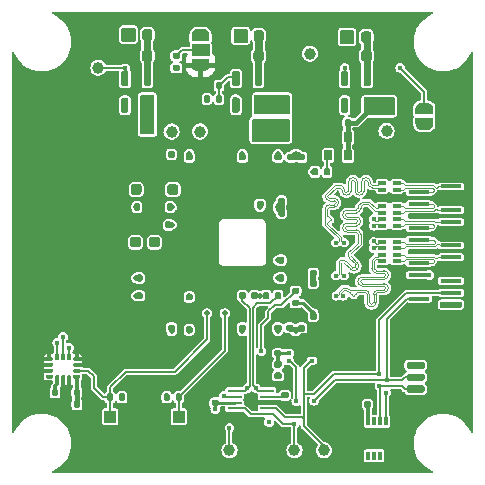
<source format=gbr>
G04 #@! TF.GenerationSoftware,KiCad,Pcbnew,8.0.4*
G04 #@! TF.CreationDate,2024-09-15T19:00:34-07:00*
G04 #@! TF.ProjectId,IMX283_MIPI_Camera_v2,494d5832-3833-45f4-9d49-50495f43616d,rev?*
G04 #@! TF.SameCoordinates,Original*
G04 #@! TF.FileFunction,Copper,L1,Top*
G04 #@! TF.FilePolarity,Positive*
%FSLAX46Y46*%
G04 Gerber Fmt 4.6, Leading zero omitted, Abs format (unit mm)*
G04 Created by KiCad (PCBNEW 8.0.4) date 2024-09-15 19:00:34*
%MOMM*%
%LPD*%
G01*
G04 APERTURE LIST*
G04 #@! TA.AperFunction,SMDPad,CuDef*
%ADD10R,0.700000X0.300000*%
G04 #@! TD*
G04 #@! TA.AperFunction,SMDPad,CuDef*
%ADD11R,1.800000X0.300000*%
G04 #@! TD*
G04 #@! TA.AperFunction,SMDPad,CuDef*
%ADD12C,1.000000*%
G04 #@! TD*
G04 #@! TA.AperFunction,SMDPad,CuDef*
%ADD13R,0.300000X0.750000*%
G04 #@! TD*
G04 #@! TA.AperFunction,SMDPad,CuDef*
%ADD14R,1.500000X1.300000*%
G04 #@! TD*
G04 #@! TA.AperFunction,SMDPad,CuDef*
%ADD15R,1.000000X1.050000*%
G04 #@! TD*
G04 #@! TA.AperFunction,SMDPad,CuDef*
%ADD16R,1.050000X2.200000*%
G04 #@! TD*
G04 #@! TA.AperFunction,SMDPad,CuDef*
%ADD17R,1.168400X0.254000*%
G04 #@! TD*
G04 #@! TA.AperFunction,SMDPad,CuDef*
%ADD18R,1.500000X1.000000*%
G04 #@! TD*
G04 #@! TA.AperFunction,SMDPad,CuDef*
%ADD19R,0.650000X0.850000*%
G04 #@! TD*
G04 #@! TA.AperFunction,SMDPad,CuDef*
%ADD20R,0.449999X0.299999*%
G04 #@! TD*
G04 #@! TA.AperFunction,ViaPad*
%ADD21C,0.450000*%
G04 #@! TD*
G04 #@! TA.AperFunction,ViaPad*
%ADD22C,0.500000*%
G04 #@! TD*
G04 #@! TA.AperFunction,Conductor*
%ADD23C,0.300000*%
G04 #@! TD*
G04 #@! TA.AperFunction,Conductor*
%ADD24C,0.150000*%
G04 #@! TD*
G04 #@! TA.AperFunction,Conductor*
%ADD25C,0.400000*%
G04 #@! TD*
G04 #@! TA.AperFunction,Conductor*
%ADD26C,0.127000*%
G04 #@! TD*
G04 #@! TA.AperFunction,Conductor*
%ADD27C,0.500000*%
G04 #@! TD*
G04 #@! TA.AperFunction,Conductor*
%ADD28C,0.200000*%
G04 #@! TD*
G04 #@! TA.AperFunction,Conductor*
%ADD29C,0.250000*%
G04 #@! TD*
G04 #@! TA.AperFunction,Conductor*
%ADD30C,0.100000*%
G04 #@! TD*
G04 #@! TA.AperFunction,Conductor*
%ADD31C,0.600000*%
G04 #@! TD*
G04 #@! TA.AperFunction,Conductor*
%ADD32C,0.640000*%
G04 #@! TD*
G04 APERTURE END LIST*
G04 #@! TO.P,C7,1*
G04 #@! TO.N,GND*
G04 #@! TA.AperFunction,SMDPad,CuDef*
G36*
G01*
X152430000Y-105590000D02*
X152770000Y-105590000D01*
G75*
G02*
X152910000Y-105730000I0J-140000D01*
G01*
X152910000Y-106010000D01*
G75*
G02*
X152770000Y-106150000I-140000J0D01*
G01*
X152430000Y-106150000D01*
G75*
G02*
X152290000Y-106010000I0J140000D01*
G01*
X152290000Y-105730000D01*
G75*
G02*
X152430000Y-105590000I140000J0D01*
G01*
G37*
G04 #@! TD.AperFunction*
G04 #@! TO.P,C7,2*
G04 #@! TO.N,+1V2*
G04 #@! TA.AperFunction,SMDPad,CuDef*
G36*
G01*
X152430000Y-106550000D02*
X152770000Y-106550000D01*
G75*
G02*
X152910000Y-106690000I0J-140000D01*
G01*
X152910000Y-106970000D01*
G75*
G02*
X152770000Y-107110000I-140000J0D01*
G01*
X152430000Y-107110000D01*
G75*
G02*
X152290000Y-106970000I0J140000D01*
G01*
X152290000Y-106690000D01*
G75*
G02*
X152430000Y-106550000I140000J0D01*
G01*
G37*
G04 #@! TD.AperFunction*
G04 #@! TD*
D10*
G04 #@! TO.P,FL1,1,1*
G04 #@! TO.N,CAM_D0_N*
X159425000Y-94575000D03*
G04 #@! TO.P,FL1,2,2*
G04 #@! TO.N,/D0_N*
X160675000Y-94575000D03*
G04 #@! TO.P,FL1,3,3*
G04 #@! TO.N,/D0_P*
X160675000Y-95125000D03*
G04 #@! TO.P,FL1,4,4*
G04 #@! TO.N,CAM_D0_P*
X159425000Y-95125000D03*
G04 #@! TD*
G04 #@! TO.P,C44,1*
G04 #@! TO.N,+1V8*
G04 #@! TA.AperFunction,SMDPad,CuDef*
G36*
G01*
X133860000Y-112130000D02*
X133860000Y-112470000D01*
G75*
G02*
X133720000Y-112610000I-140000J0D01*
G01*
X133440000Y-112610000D01*
G75*
G02*
X133300000Y-112470000I0J140000D01*
G01*
X133300000Y-112130000D01*
G75*
G02*
X133440000Y-111990000I140000J0D01*
G01*
X133720000Y-111990000D01*
G75*
G02*
X133860000Y-112130000I0J-140000D01*
G01*
G37*
G04 #@! TD.AperFunction*
G04 #@! TO.P,C44,2*
G04 #@! TO.N,GND*
G04 #@! TA.AperFunction,SMDPad,CuDef*
G36*
G01*
X132900000Y-112130000D02*
X132900000Y-112470000D01*
G75*
G02*
X132760000Y-112610000I-140000J0D01*
G01*
X132480000Y-112610000D01*
G75*
G02*
X132340000Y-112470000I0J140000D01*
G01*
X132340000Y-112130000D01*
G75*
G02*
X132480000Y-111990000I140000J0D01*
G01*
X132760000Y-111990000D01*
G75*
G02*
X132900000Y-112130000I0J-140000D01*
G01*
G37*
G04 #@! TD.AperFunction*
G04 #@! TD*
G04 #@! TO.P,C37,1*
G04 #@! TO.N,GND*
G04 #@! TA.AperFunction,SMDPad,CuDef*
G36*
G01*
X147025000Y-89987500D02*
X147025000Y-89487500D01*
G75*
G02*
X147250000Y-89262500I225000J0D01*
G01*
X147700000Y-89262500D01*
G75*
G02*
X147925000Y-89487500I0J-225000D01*
G01*
X147925000Y-89987500D01*
G75*
G02*
X147700000Y-90212500I-225000J0D01*
G01*
X147250000Y-90212500D01*
G75*
G02*
X147025000Y-89987500I0J225000D01*
G01*
G37*
G04 #@! TD.AperFunction*
G04 #@! TO.P,C37,2*
G04 #@! TO.N,+1V2*
G04 #@! TA.AperFunction,SMDPad,CuDef*
G36*
G01*
X148575000Y-89987500D02*
X148575000Y-89487500D01*
G75*
G02*
X148800000Y-89262500I225000J0D01*
G01*
X149250000Y-89262500D01*
G75*
G02*
X149475000Y-89487500I0J-225000D01*
G01*
X149475000Y-89987500D01*
G75*
G02*
X149250000Y-90212500I-225000J0D01*
G01*
X148800000Y-90212500D01*
G75*
G02*
X148575000Y-89987500I0J225000D01*
G01*
G37*
G04 #@! TD.AperFunction*
G04 #@! TD*
G04 #@! TO.P,C14,1*
G04 #@! TO.N,GND*
G04 #@! TA.AperFunction,SMDPad,CuDef*
G36*
G01*
X150430000Y-105590000D02*
X150770000Y-105590000D01*
G75*
G02*
X150910000Y-105730000I0J-140000D01*
G01*
X150910000Y-106010000D01*
G75*
G02*
X150770000Y-106150000I-140000J0D01*
G01*
X150430000Y-106150000D01*
G75*
G02*
X150290000Y-106010000I0J140000D01*
G01*
X150290000Y-105730000D01*
G75*
G02*
X150430000Y-105590000I140000J0D01*
G01*
G37*
G04 #@! TD.AperFunction*
G04 #@! TO.P,C14,2*
G04 #@! TO.N,+1V2*
G04 #@! TA.AperFunction,SMDPad,CuDef*
G36*
G01*
X150430000Y-106550000D02*
X150770000Y-106550000D01*
G75*
G02*
X150910000Y-106690000I0J-140000D01*
G01*
X150910000Y-106970000D01*
G75*
G02*
X150770000Y-107110000I-140000J0D01*
G01*
X150430000Y-107110000D01*
G75*
G02*
X150290000Y-106970000I0J140000D01*
G01*
X150290000Y-106690000D01*
G75*
G02*
X150430000Y-106550000I140000J0D01*
G01*
G37*
G04 #@! TD.AperFunction*
G04 #@! TD*
G04 #@! TO.P,C8,1*
G04 #@! TO.N,GND*
G04 #@! TA.AperFunction,SMDPad,CuDef*
G36*
G01*
X152110000Y-102430000D02*
X152110000Y-102770000D01*
G75*
G02*
X151970000Y-102910000I-140000J0D01*
G01*
X151690000Y-102910000D01*
G75*
G02*
X151550000Y-102770000I0J140000D01*
G01*
X151550000Y-102430000D01*
G75*
G02*
X151690000Y-102290000I140000J0D01*
G01*
X151970000Y-102290000D01*
G75*
G02*
X152110000Y-102430000I0J-140000D01*
G01*
G37*
G04 #@! TD.AperFunction*
G04 #@! TO.P,C8,2*
G04 #@! TO.N,+1V2*
G04 #@! TA.AperFunction,SMDPad,CuDef*
G36*
G01*
X151150000Y-102430000D02*
X151150000Y-102770000D01*
G75*
G02*
X151010000Y-102910000I-140000J0D01*
G01*
X150730000Y-102910000D01*
G75*
G02*
X150590000Y-102770000I0J140000D01*
G01*
X150590000Y-102430000D01*
G75*
G02*
X150730000Y-102290000I140000J0D01*
G01*
X151010000Y-102290000D01*
G75*
G02*
X151150000Y-102430000I0J-140000D01*
G01*
G37*
G04 #@! TD.AperFunction*
G04 #@! TD*
G04 #@! TO.P,C43,1*
G04 #@! TO.N,+1V8*
G04 #@! TA.AperFunction,SMDPad,CuDef*
G36*
G01*
X132007500Y-112130000D02*
X132007500Y-112470000D01*
G75*
G02*
X131867500Y-112610000I-140000J0D01*
G01*
X131587500Y-112610000D01*
G75*
G02*
X131447500Y-112470000I0J140000D01*
G01*
X131447500Y-112130000D01*
G75*
G02*
X131587500Y-111990000I140000J0D01*
G01*
X131867500Y-111990000D01*
G75*
G02*
X132007500Y-112130000I0J-140000D01*
G01*
G37*
G04 #@! TD.AperFunction*
G04 #@! TO.P,C43,2*
G04 #@! TO.N,GND*
G04 #@! TA.AperFunction,SMDPad,CuDef*
G36*
G01*
X131047500Y-112130000D02*
X131047500Y-112470000D01*
G75*
G02*
X130907500Y-112610000I-140000J0D01*
G01*
X130627500Y-112610000D01*
G75*
G02*
X130487500Y-112470000I0J140000D01*
G01*
X130487500Y-112130000D01*
G75*
G02*
X130627500Y-111990000I140000J0D01*
G01*
X130907500Y-111990000D01*
G75*
G02*
X131047500Y-112130000I0J-140000D01*
G01*
G37*
G04 #@! TD.AperFunction*
G04 #@! TD*
D11*
G04 #@! TO.P,J1,1,Pin_1*
G04 #@! TO.N,+3V3*
X165250000Y-104850000D03*
G04 #@! TO.P,J1,2,Pin_2*
G04 #@! TO.N,SDA_3V3*
X162550000Y-104350000D03*
G04 #@! TO.P,J1,3,Pin_3*
G04 #@! TO.N,SCL_3V3*
X165250000Y-103850000D03*
G04 #@! TO.P,J1,4,Pin_4*
G04 #@! TO.N,GND*
X162550000Y-103350000D03*
G04 #@! TO.P,J1,5,Pin_5*
G04 #@! TO.N,unconnected-(J1-Pad5)*
X165250000Y-102850000D03*
G04 #@! TO.P,J1,6,Pin_6*
G04 #@! TO.N,Net-(J1-Pad6)*
X162550000Y-102350000D03*
G04 #@! TO.P,J1,7,Pin_7*
G04 #@! TO.N,GND*
X165250000Y-101850000D03*
G04 #@! TO.P,J1,8,Pin_8*
G04 #@! TO.N,/D3_P*
X162550000Y-101350000D03*
G04 #@! TO.P,J1,9,Pin_9*
G04 #@! TO.N,/D3_N*
X165250000Y-100850000D03*
G04 #@! TO.P,J1,10,Pin_10*
G04 #@! TO.N,GND*
X162550000Y-100350000D03*
G04 #@! TO.P,J1,11,Pin_11*
G04 #@! TO.N,/D2_P*
X165250000Y-99850000D03*
G04 #@! TO.P,J1,12,Pin_12*
G04 #@! TO.N,/D2_N*
X162550000Y-99350000D03*
G04 #@! TO.P,J1,13,Pin_13*
G04 #@! TO.N,GND*
X165250000Y-98850000D03*
G04 #@! TO.P,J1,14,Pin_14*
G04 #@! TO.N,/CLK_P*
X162550000Y-98350000D03*
G04 #@! TO.P,J1,15,Pin_15*
G04 #@! TO.N,/CLK_N*
X165250000Y-97850000D03*
G04 #@! TO.P,J1,16,Pin_16*
G04 #@! TO.N,GND*
X162550000Y-97350000D03*
G04 #@! TO.P,J1,17,Pin_17*
G04 #@! TO.N,/D1_P*
X165250000Y-96850000D03*
G04 #@! TO.P,J1,18,Pin_18*
G04 #@! TO.N,/D1_N*
X162550000Y-96350000D03*
G04 #@! TO.P,J1,19,Pin_19*
G04 #@! TO.N,GND*
X165250000Y-95850000D03*
G04 #@! TO.P,J1,20,Pin_20*
G04 #@! TO.N,/D0_P*
X162550000Y-95350000D03*
G04 #@! TO.P,J1,21,Pin_21*
G04 #@! TO.N,/D0_N*
X165250000Y-94850000D03*
G04 #@! TO.P,J1,22,Pin_22*
G04 #@! TO.N,GND*
X162550000Y-94350000D03*
G04 #@! TO.P,J1,MP,Shield*
X165250000Y-105850000D03*
X162550000Y-105850000D03*
X162550000Y-93350000D03*
X165250000Y-93350000D03*
G04 #@! TD*
G04 #@! TO.P,FB4,1*
G04 #@! TO.N,+3V3*
G04 #@! TA.AperFunction,SMDPad,CuDef*
G36*
G01*
X150772500Y-111180000D02*
X150427500Y-111180000D01*
G75*
G02*
X150280000Y-111032500I0J147500D01*
G01*
X150280000Y-110737500D01*
G75*
G02*
X150427500Y-110590000I147500J0D01*
G01*
X150772500Y-110590000D01*
G75*
G02*
X150920000Y-110737500I0J-147500D01*
G01*
X150920000Y-111032500D01*
G75*
G02*
X150772500Y-111180000I-147500J0D01*
G01*
G37*
G04 #@! TD.AperFunction*
G04 #@! TO.P,FB4,2*
G04 #@! TO.N,Net-(C35-Pad2)*
G04 #@! TA.AperFunction,SMDPad,CuDef*
G36*
G01*
X150772500Y-110210000D02*
X150427500Y-110210000D01*
G75*
G02*
X150280000Y-110062500I0J147500D01*
G01*
X150280000Y-109767500D01*
G75*
G02*
X150427500Y-109620000I147500J0D01*
G01*
X150772500Y-109620000D01*
G75*
G02*
X150920000Y-109767500I0J-147500D01*
G01*
X150920000Y-110062500D01*
G75*
G02*
X150772500Y-110210000I-147500J0D01*
G01*
G37*
G04 #@! TD.AperFunction*
G04 #@! TD*
G04 #@! TO.P,C36,1*
G04 #@! TO.N,+1V8*
G04 #@! TA.AperFunction,SMDPad,CuDef*
G36*
G01*
X156810000Y-89280000D02*
X156810000Y-89620000D01*
G75*
G02*
X156670000Y-89760000I-140000J0D01*
G01*
X156390000Y-89760000D01*
G75*
G02*
X156250000Y-89620000I0J140000D01*
G01*
X156250000Y-89280000D01*
G75*
G02*
X156390000Y-89140000I140000J0D01*
G01*
X156670000Y-89140000D01*
G75*
G02*
X156810000Y-89280000I0J-140000D01*
G01*
G37*
G04 #@! TD.AperFunction*
G04 #@! TO.P,C36,2*
G04 #@! TO.N,GND*
G04 #@! TA.AperFunction,SMDPad,CuDef*
G36*
G01*
X155850000Y-89280000D02*
X155850000Y-89620000D01*
G75*
G02*
X155710000Y-89760000I-140000J0D01*
G01*
X155430000Y-89760000D01*
G75*
G02*
X155290000Y-89620000I0J140000D01*
G01*
X155290000Y-89280000D01*
G75*
G02*
X155430000Y-89140000I140000J0D01*
G01*
X155710000Y-89140000D01*
G75*
G02*
X155850000Y-89280000I0J-140000D01*
G01*
G37*
G04 #@! TD.AperFunction*
G04 #@! TD*
G04 #@! TO.P,R7,1*
G04 #@! TO.N,Net-(R6-Pad2)*
G04 #@! TA.AperFunction,SMDPad,CuDef*
G36*
G01*
X145880000Y-86115000D02*
X145880000Y-86485000D01*
G75*
G02*
X145745000Y-86620000I-135000J0D01*
G01*
X145475000Y-86620000D01*
G75*
G02*
X145340000Y-86485000I0J135000D01*
G01*
X145340000Y-86115000D01*
G75*
G02*
X145475000Y-85980000I135000J0D01*
G01*
X145745000Y-85980000D01*
G75*
G02*
X145880000Y-86115000I0J-135000D01*
G01*
G37*
G04 #@! TD.AperFunction*
G04 #@! TO.P,R7,2*
G04 #@! TO.N,GND*
G04 #@! TA.AperFunction,SMDPad,CuDef*
G36*
G01*
X144860000Y-86115000D02*
X144860000Y-86485000D01*
G75*
G02*
X144725000Y-86620000I-135000J0D01*
G01*
X144455000Y-86620000D01*
G75*
G02*
X144320000Y-86485000I0J135000D01*
G01*
X144320000Y-86115000D01*
G75*
G02*
X144455000Y-85980000I135000J0D01*
G01*
X144725000Y-85980000D01*
G75*
G02*
X144860000Y-86115000I0J-135000D01*
G01*
G37*
G04 #@! TD.AperFunction*
G04 #@! TD*
G04 #@! TO.P,C27,1*
G04 #@! TO.N,GND*
G04 #@! TA.AperFunction,SMDPad,CuDef*
G36*
G01*
X141430000Y-105590000D02*
X141770000Y-105590000D01*
G75*
G02*
X141910000Y-105730000I0J-140000D01*
G01*
X141910000Y-106010000D01*
G75*
G02*
X141770000Y-106150000I-140000J0D01*
G01*
X141430000Y-106150000D01*
G75*
G02*
X141290000Y-106010000I0J140000D01*
G01*
X141290000Y-105730000D01*
G75*
G02*
X141430000Y-105590000I140000J0D01*
G01*
G37*
G04 #@! TD.AperFunction*
G04 #@! TO.P,C27,2*
G04 #@! TO.N,+2V9*
G04 #@! TA.AperFunction,SMDPad,CuDef*
G36*
G01*
X141430000Y-106550000D02*
X141770000Y-106550000D01*
G75*
G02*
X141910000Y-106690000I0J-140000D01*
G01*
X141910000Y-106970000D01*
G75*
G02*
X141770000Y-107110000I-140000J0D01*
G01*
X141430000Y-107110000D01*
G75*
G02*
X141290000Y-106970000I0J140000D01*
G01*
X141290000Y-106690000D01*
G75*
G02*
X141430000Y-106550000I140000J0D01*
G01*
G37*
G04 #@! TD.AperFunction*
G04 #@! TD*
D10*
G04 #@! TO.P,FL4,1,1*
G04 #@! TO.N,CAM_D2_N*
X159425000Y-99525000D03*
G04 #@! TO.P,FL4,2,2*
G04 #@! TO.N,/D2_N*
X160675000Y-99525000D03*
G04 #@! TO.P,FL4,3,3*
G04 #@! TO.N,/D2_P*
X160675000Y-100075000D03*
G04 #@! TO.P,FL4,4,4*
G04 #@! TO.N,CAM_D2_P*
X159425000Y-100075000D03*
G04 #@! TD*
G04 #@! TO.P,FL5,1,1*
G04 #@! TO.N,CAM_D3_N*
X159425000Y-100625000D03*
G04 #@! TO.P,FL5,2,2*
G04 #@! TO.N,/D3_N*
X160675000Y-100625000D03*
G04 #@! TO.P,FL5,3,3*
G04 #@! TO.N,/D3_P*
X160675000Y-101175000D03*
G04 #@! TO.P,FL5,4,4*
G04 #@! TO.N,CAM_D3_P*
X159425000Y-101175000D03*
G04 #@! TD*
G04 #@! TO.P,C2,1*
G04 #@! TO.N,GND*
G04 #@! TA.AperFunction,SMDPad,CuDef*
G36*
G01*
X153430000Y-100940000D02*
X153770000Y-100940000D01*
G75*
G02*
X153910000Y-101080000I0J-140000D01*
G01*
X153910000Y-101360000D01*
G75*
G02*
X153770000Y-101500000I-140000J0D01*
G01*
X153430000Y-101500000D01*
G75*
G02*
X153290000Y-101360000I0J140000D01*
G01*
X153290000Y-101080000D01*
G75*
G02*
X153430000Y-100940000I140000J0D01*
G01*
G37*
G04 #@! TD.AperFunction*
G04 #@! TO.P,C2,2*
G04 #@! TO.N,+1V2*
G04 #@! TA.AperFunction,SMDPad,CuDef*
G36*
G01*
X153430000Y-101900000D02*
X153770000Y-101900000D01*
G75*
G02*
X153910000Y-102040000I0J-140000D01*
G01*
X153910000Y-102320000D01*
G75*
G02*
X153770000Y-102460000I-140000J0D01*
G01*
X153430000Y-102460000D01*
G75*
G02*
X153290000Y-102320000I0J140000D01*
G01*
X153290000Y-102040000D01*
G75*
G02*
X153430000Y-101900000I140000J0D01*
G01*
G37*
G04 #@! TD.AperFunction*
G04 #@! TD*
G04 #@! TO.P,C9,1*
G04 #@! TO.N,GND*
G04 #@! TA.AperFunction,SMDPad,CuDef*
G36*
G01*
X142930000Y-105740000D02*
X143270000Y-105740000D01*
G75*
G02*
X143410000Y-105880000I0J-140000D01*
G01*
X143410000Y-106160000D01*
G75*
G02*
X143270000Y-106300000I-140000J0D01*
G01*
X142930000Y-106300000D01*
G75*
G02*
X142790000Y-106160000I0J140000D01*
G01*
X142790000Y-105880000D01*
G75*
G02*
X142930000Y-105740000I140000J0D01*
G01*
G37*
G04 #@! TD.AperFunction*
G04 #@! TO.P,C9,2*
G04 #@! TO.N,+1V2*
G04 #@! TA.AperFunction,SMDPad,CuDef*
G36*
G01*
X142930000Y-106700000D02*
X143270000Y-106700000D01*
G75*
G02*
X143410000Y-106840000I0J-140000D01*
G01*
X143410000Y-107120000D01*
G75*
G02*
X143270000Y-107260000I-140000J0D01*
G01*
X142930000Y-107260000D01*
G75*
G02*
X142790000Y-107120000I0J140000D01*
G01*
X142790000Y-106840000D01*
G75*
G02*
X142930000Y-106700000I140000J0D01*
G01*
G37*
G04 #@! TD.AperFunction*
G04 #@! TD*
G04 #@! TO.P,C34,1*
G04 #@! TO.N,+2V9*
G04 #@! TA.AperFunction,SMDPad,CuDef*
G36*
G01*
X139925000Y-89550000D02*
X139925000Y-90050000D01*
G75*
G02*
X139700000Y-90275000I-225000J0D01*
G01*
X139250000Y-90275000D01*
G75*
G02*
X139025000Y-90050000I0J225000D01*
G01*
X139025000Y-89550000D01*
G75*
G02*
X139250000Y-89325000I225000J0D01*
G01*
X139700000Y-89325000D01*
G75*
G02*
X139925000Y-89550000I0J-225000D01*
G01*
G37*
G04 #@! TD.AperFunction*
G04 #@! TO.P,C34,2*
G04 #@! TO.N,GND*
G04 #@! TA.AperFunction,SMDPad,CuDef*
G36*
G01*
X138375000Y-89550000D02*
X138375000Y-90050000D01*
G75*
G02*
X138150000Y-90275000I-225000J0D01*
G01*
X137700000Y-90275000D01*
G75*
G02*
X137475000Y-90050000I0J225000D01*
G01*
X137475000Y-89550000D01*
G75*
G02*
X137700000Y-89325000I225000J0D01*
G01*
X138150000Y-89325000D01*
G75*
G02*
X138375000Y-89550000I0J-225000D01*
G01*
G37*
G04 #@! TD.AperFunction*
G04 #@! TD*
G04 #@! TO.P,C38,1*
G04 #@! TO.N,Net-(C38-Pad1)*
G04 #@! TA.AperFunction,SMDPad,CuDef*
G36*
G01*
X149425000Y-83550000D02*
X149425000Y-84050000D01*
G75*
G02*
X149200000Y-84275000I-225000J0D01*
G01*
X148750000Y-84275000D01*
G75*
G02*
X148525000Y-84050000I0J225000D01*
G01*
X148525000Y-83550000D01*
G75*
G02*
X148750000Y-83325000I225000J0D01*
G01*
X149200000Y-83325000D01*
G75*
G02*
X149425000Y-83550000I0J-225000D01*
G01*
G37*
G04 #@! TD.AperFunction*
G04 #@! TO.P,C38,2*
G04 #@! TO.N,GND*
G04 #@! TA.AperFunction,SMDPad,CuDef*
G36*
G01*
X147875000Y-83550000D02*
X147875000Y-84050000D01*
G75*
G02*
X147650000Y-84275000I-225000J0D01*
G01*
X147200000Y-84275000D01*
G75*
G02*
X146975000Y-84050000I0J225000D01*
G01*
X146975000Y-83550000D01*
G75*
G02*
X147200000Y-83325000I225000J0D01*
G01*
X147650000Y-83325000D01*
G75*
G02*
X147875000Y-83550000I0J-225000D01*
G01*
G37*
G04 #@! TD.AperFunction*
G04 #@! TD*
G04 #@! TO.P,C21,1*
G04 #@! TO.N,GND*
G04 #@! TA.AperFunction,SMDPad,CuDef*
G36*
G01*
X153770000Y-104310000D02*
X153430000Y-104310000D01*
G75*
G02*
X153290000Y-104170000I0J140000D01*
G01*
X153290000Y-103890000D01*
G75*
G02*
X153430000Y-103750000I140000J0D01*
G01*
X153770000Y-103750000D01*
G75*
G02*
X153910000Y-103890000I0J-140000D01*
G01*
X153910000Y-104170000D01*
G75*
G02*
X153770000Y-104310000I-140000J0D01*
G01*
G37*
G04 #@! TD.AperFunction*
G04 #@! TO.P,C21,2*
G04 #@! TO.N,+1V2*
G04 #@! TA.AperFunction,SMDPad,CuDef*
G36*
G01*
X153770000Y-103350000D02*
X153430000Y-103350000D01*
G75*
G02*
X153290000Y-103210000I0J140000D01*
G01*
X153290000Y-102930000D01*
G75*
G02*
X153430000Y-102790000I140000J0D01*
G01*
X153770000Y-102790000D01*
G75*
G02*
X153910000Y-102930000I0J-140000D01*
G01*
X153910000Y-103210000D01*
G75*
G02*
X153770000Y-103350000I-140000J0D01*
G01*
G37*
G04 #@! TD.AperFunction*
G04 #@! TD*
G04 #@! TO.P,C16,1*
G04 #@! TO.N,GND*
G04 #@! TA.AperFunction,SMDPad,CuDef*
G36*
G01*
X139910000Y-96430000D02*
X139910000Y-96770000D01*
G75*
G02*
X139770000Y-96910000I-140000J0D01*
G01*
X139490000Y-96910000D01*
G75*
G02*
X139350000Y-96770000I0J140000D01*
G01*
X139350000Y-96430000D01*
G75*
G02*
X139490000Y-96290000I140000J0D01*
G01*
X139770000Y-96290000D01*
G75*
G02*
X139910000Y-96430000I0J-140000D01*
G01*
G37*
G04 #@! TD.AperFunction*
G04 #@! TO.P,C16,2*
G04 #@! TO.N,+2V9*
G04 #@! TA.AperFunction,SMDPad,CuDef*
G36*
G01*
X138950000Y-96430000D02*
X138950000Y-96770000D01*
G75*
G02*
X138810000Y-96910000I-140000J0D01*
G01*
X138530000Y-96910000D01*
G75*
G02*
X138390000Y-96770000I0J140000D01*
G01*
X138390000Y-96430000D01*
G75*
G02*
X138530000Y-96290000I140000J0D01*
G01*
X138810000Y-96290000D01*
G75*
G02*
X138950000Y-96430000I0J-140000D01*
G01*
G37*
G04 #@! TD.AperFunction*
G04 #@! TD*
D12*
G04 #@! TO.P,TP12,1,1*
G04 #@! TO.N,GND*
X149150000Y-117200000D03*
G04 #@! TD*
G04 #@! TO.P,C40,1*
G04 #@! TO.N,+3V3*
G04 #@! TA.AperFunction,SMDPad,CuDef*
G36*
G01*
X145470000Y-113460000D02*
X145130000Y-113460000D01*
G75*
G02*
X144990000Y-113320000I0J140000D01*
G01*
X144990000Y-113040000D01*
G75*
G02*
X145130000Y-112900000I140000J0D01*
G01*
X145470000Y-112900000D01*
G75*
G02*
X145610000Y-113040000I0J-140000D01*
G01*
X145610000Y-113320000D01*
G75*
G02*
X145470000Y-113460000I-140000J0D01*
G01*
G37*
G04 #@! TD.AperFunction*
G04 #@! TO.P,C40,2*
G04 #@! TO.N,GND*
G04 #@! TA.AperFunction,SMDPad,CuDef*
G36*
G01*
X145470000Y-112500000D02*
X145130000Y-112500000D01*
G75*
G02*
X144990000Y-112360000I0J140000D01*
G01*
X144990000Y-112080000D01*
G75*
G02*
X145130000Y-111940000I140000J0D01*
G01*
X145470000Y-111940000D01*
G75*
G02*
X145610000Y-112080000I0J-140000D01*
G01*
X145610000Y-112360000D01*
G75*
G02*
X145470000Y-112500000I-140000J0D01*
G01*
G37*
G04 #@! TD.AperFunction*
G04 #@! TD*
D13*
G04 #@! TO.P,U8,1*
G04 #@! TO.N,N/C*
X158250000Y-117650000D03*
G04 #@! TO.P,U8,2*
X158750000Y-117650000D03*
G04 #@! TO.P,U8,3*
X159250000Y-117650000D03*
G04 #@! TO.P,U8,4,GND*
G04 #@! TO.N,GND*
X159750000Y-117650000D03*
G04 #@! TO.P,U8,5,SDA*
G04 #@! TO.N,SDA_3V3*
X159750000Y-114750000D03*
G04 #@! TO.P,U8,6,SCL*
G04 #@! TO.N,SCL_3V3*
X159250000Y-114750000D03*
G04 #@! TO.P,U8,7*
G04 #@! TO.N,N/C*
X158750000Y-114750000D03*
G04 #@! TO.P,U8,8,VCC*
G04 #@! TO.N,+3V3*
X158250000Y-114750000D03*
D14*
G04 #@! TO.P,U8,9,EP*
G04 #@! TO.N,GND*
X159000000Y-116200000D03*
G04 #@! TD*
G04 #@! TO.P,U1,1,IN*
G04 #@! TO.N,Net-(C25-Pad2)*
G04 #@! TA.AperFunction,SMDPad,CuDef*
G36*
G01*
X158000000Y-85050000D02*
X158300000Y-85050000D01*
G75*
G02*
X158450000Y-85200000I0J-150000D01*
G01*
X158450000Y-86225000D01*
G75*
G02*
X158300000Y-86375000I-150000J0D01*
G01*
X158000000Y-86375000D01*
G75*
G02*
X157850000Y-86225000I0J150000D01*
G01*
X157850000Y-85200000D01*
G75*
G02*
X158000000Y-85050000I150000J0D01*
G01*
G37*
G04 #@! TD.AperFunction*
G04 #@! TO.P,U1,2,GND*
G04 #@! TO.N,GND*
G04 #@! TA.AperFunction,SMDPad,CuDef*
G36*
G01*
X157050000Y-85050000D02*
X157350000Y-85050000D01*
G75*
G02*
X157500000Y-85200000I0J-150000D01*
G01*
X157500000Y-86225000D01*
G75*
G02*
X157350000Y-86375000I-150000J0D01*
G01*
X157050000Y-86375000D01*
G75*
G02*
X156900000Y-86225000I0J150000D01*
G01*
X156900000Y-85200000D01*
G75*
G02*
X157050000Y-85050000I150000J0D01*
G01*
G37*
G04 #@! TD.AperFunction*
G04 #@! TO.P,U1,3,EN*
G04 #@! TO.N,CAM_EN*
G04 #@! TA.AperFunction,SMDPad,CuDef*
G36*
G01*
X156100000Y-85050000D02*
X156400000Y-85050000D01*
G75*
G02*
X156550000Y-85200000I0J-150000D01*
G01*
X156550000Y-86225000D01*
G75*
G02*
X156400000Y-86375000I-150000J0D01*
G01*
X156100000Y-86375000D01*
G75*
G02*
X155950000Y-86225000I0J150000D01*
G01*
X155950000Y-85200000D01*
G75*
G02*
X156100000Y-85050000I150000J0D01*
G01*
G37*
G04 #@! TD.AperFunction*
G04 #@! TO.P,U1,4,NC*
G04 #@! TO.N,unconnected-(U1-Pad4)*
G04 #@! TA.AperFunction,SMDPad,CuDef*
G36*
G01*
X156100000Y-87325000D02*
X156400000Y-87325000D01*
G75*
G02*
X156550000Y-87475000I0J-150000D01*
G01*
X156550000Y-88500000D01*
G75*
G02*
X156400000Y-88650000I-150000J0D01*
G01*
X156100000Y-88650000D01*
G75*
G02*
X155950000Y-88500000I0J150000D01*
G01*
X155950000Y-87475000D01*
G75*
G02*
X156100000Y-87325000I150000J0D01*
G01*
G37*
G04 #@! TD.AperFunction*
G04 #@! TO.P,U1,5,OUT*
G04 #@! TO.N,+1V8*
G04 #@! TA.AperFunction,SMDPad,CuDef*
G36*
G01*
X158000000Y-87325000D02*
X158300000Y-87325000D01*
G75*
G02*
X158450000Y-87475000I0J-150000D01*
G01*
X158450000Y-88500000D01*
G75*
G02*
X158300000Y-88650000I-150000J0D01*
G01*
X158000000Y-88650000D01*
G75*
G02*
X157850000Y-88500000I0J150000D01*
G01*
X157850000Y-87475000D01*
G75*
G02*
X158000000Y-87325000I150000J0D01*
G01*
G37*
G04 #@! TD.AperFunction*
G04 #@! TD*
G04 #@! TO.P,U2,1,IN*
G04 #@! TO.N,Net-(C26-Pad2)*
G04 #@! TA.AperFunction,SMDPad,CuDef*
G36*
G01*
X139400000Y-85050000D02*
X139700000Y-85050000D01*
G75*
G02*
X139850000Y-85200000I0J-150000D01*
G01*
X139850000Y-86225000D01*
G75*
G02*
X139700000Y-86375000I-150000J0D01*
G01*
X139400000Y-86375000D01*
G75*
G02*
X139250000Y-86225000I0J150000D01*
G01*
X139250000Y-85200000D01*
G75*
G02*
X139400000Y-85050000I150000J0D01*
G01*
G37*
G04 #@! TD.AperFunction*
G04 #@! TO.P,U2,2,GND*
G04 #@! TO.N,GND*
G04 #@! TA.AperFunction,SMDPad,CuDef*
G36*
G01*
X138450000Y-85050000D02*
X138750000Y-85050000D01*
G75*
G02*
X138900000Y-85200000I0J-150000D01*
G01*
X138900000Y-86225000D01*
G75*
G02*
X138750000Y-86375000I-150000J0D01*
G01*
X138450000Y-86375000D01*
G75*
G02*
X138300000Y-86225000I0J150000D01*
G01*
X138300000Y-85200000D01*
G75*
G02*
X138450000Y-85050000I150000J0D01*
G01*
G37*
G04 #@! TD.AperFunction*
G04 #@! TO.P,U2,3,EN*
G04 #@! TO.N,CAM_EN*
G04 #@! TA.AperFunction,SMDPad,CuDef*
G36*
G01*
X137500000Y-85050000D02*
X137800000Y-85050000D01*
G75*
G02*
X137950000Y-85200000I0J-150000D01*
G01*
X137950000Y-86225000D01*
G75*
G02*
X137800000Y-86375000I-150000J0D01*
G01*
X137500000Y-86375000D01*
G75*
G02*
X137350000Y-86225000I0J150000D01*
G01*
X137350000Y-85200000D01*
G75*
G02*
X137500000Y-85050000I150000J0D01*
G01*
G37*
G04 #@! TD.AperFunction*
G04 #@! TO.P,U2,4,NC*
G04 #@! TO.N,unconnected-(U2-Pad4)*
G04 #@! TA.AperFunction,SMDPad,CuDef*
G36*
G01*
X137500000Y-87325000D02*
X137800000Y-87325000D01*
G75*
G02*
X137950000Y-87475000I0J-150000D01*
G01*
X137950000Y-88500000D01*
G75*
G02*
X137800000Y-88650000I-150000J0D01*
G01*
X137500000Y-88650000D01*
G75*
G02*
X137350000Y-88500000I0J150000D01*
G01*
X137350000Y-87475000D01*
G75*
G02*
X137500000Y-87325000I150000J0D01*
G01*
G37*
G04 #@! TD.AperFunction*
G04 #@! TO.P,U2,5,OUT*
G04 #@! TO.N,+2V9*
G04 #@! TA.AperFunction,SMDPad,CuDef*
G36*
G01*
X139400000Y-87325000D02*
X139700000Y-87325000D01*
G75*
G02*
X139850000Y-87475000I0J-150000D01*
G01*
X139850000Y-88500000D01*
G75*
G02*
X139700000Y-88650000I-150000J0D01*
G01*
X139400000Y-88650000D01*
G75*
G02*
X139250000Y-88500000I0J150000D01*
G01*
X139250000Y-87475000D01*
G75*
G02*
X139400000Y-87325000I150000J0D01*
G01*
G37*
G04 #@! TD.AperFunction*
G04 #@! TD*
G04 #@! TO.P,U9,1,AP_SDO/AP_AD0*
G04 #@! TO.N,GND*
G04 #@! TA.AperFunction,SMDPad,CuDef*
G36*
G01*
X130952500Y-109537500D02*
X130952500Y-109362500D01*
G75*
G02*
X131040000Y-109275000I87500J0D01*
G01*
X131455000Y-109275000D01*
G75*
G02*
X131542500Y-109362500I0J-87500D01*
G01*
X131542500Y-109537500D01*
G75*
G02*
X131455000Y-109625000I-87500J0D01*
G01*
X131040000Y-109625000D01*
G75*
G02*
X130952500Y-109537500I0J87500D01*
G01*
G37*
G04 #@! TD.AperFunction*
G04 #@! TO.P,U9,2,RESV_2*
G04 #@! TA.AperFunction,SMDPad,CuDef*
G36*
G01*
X130952500Y-110037500D02*
X130952500Y-109862500D01*
G75*
G02*
X131040000Y-109775000I87500J0D01*
G01*
X131455000Y-109775000D01*
G75*
G02*
X131542500Y-109862500I0J-87500D01*
G01*
X131542500Y-110037500D01*
G75*
G02*
X131455000Y-110125000I-87500J0D01*
G01*
X131040000Y-110125000D01*
G75*
G02*
X130952500Y-110037500I0J87500D01*
G01*
G37*
G04 #@! TD.AperFunction*
G04 #@! TO.P,U9,3,RESV_3*
G04 #@! TA.AperFunction,SMDPad,CuDef*
G36*
G01*
X130952500Y-110537500D02*
X130952500Y-110362500D01*
G75*
G02*
X131040000Y-110275000I87500J0D01*
G01*
X131455000Y-110275000D01*
G75*
G02*
X131542500Y-110362500I0J-87500D01*
G01*
X131542500Y-110537500D01*
G75*
G02*
X131455000Y-110625000I-87500J0D01*
G01*
X131040000Y-110625000D01*
G75*
G02*
X130952500Y-110537500I0J87500D01*
G01*
G37*
G04 #@! TD.AperFunction*
G04 #@! TO.P,U9,4,INT1/INT*
G04 #@! TO.N,unconnected-(U9-Pad4)*
G04 #@! TA.AperFunction,SMDPad,CuDef*
G36*
G01*
X130952500Y-111037500D02*
X130952500Y-110862500D01*
G75*
G02*
X131040000Y-110775000I87500J0D01*
G01*
X131455000Y-110775000D01*
G75*
G02*
X131542500Y-110862500I0J-87500D01*
G01*
X131542500Y-111037500D01*
G75*
G02*
X131455000Y-111125000I-87500J0D01*
G01*
X131040000Y-111125000D01*
G75*
G02*
X130952500Y-111037500I0J87500D01*
G01*
G37*
G04 #@! TD.AperFunction*
G04 #@! TO.P,U9,5,VDDIO*
G04 #@! TO.N,+1V8*
G04 #@! TA.AperFunction,SMDPad,CuDef*
G36*
G01*
X132000000Y-111410000D02*
X131825000Y-111410000D01*
G75*
G02*
X131737500Y-111322500I0J87500D01*
G01*
X131737500Y-110907500D01*
G75*
G02*
X131825000Y-110820000I87500J0D01*
G01*
X132000000Y-110820000D01*
G75*
G02*
X132087500Y-110907500I0J-87500D01*
G01*
X132087500Y-111322500D01*
G75*
G02*
X132000000Y-111410000I-87500J0D01*
G01*
G37*
G04 #@! TD.AperFunction*
G04 #@! TO.P,U9,6,GND*
G04 #@! TO.N,GND*
G04 #@! TA.AperFunction,SMDPad,CuDef*
G36*
G01*
X132500000Y-111410000D02*
X132325000Y-111410000D01*
G75*
G02*
X132237500Y-111322500I0J87500D01*
G01*
X132237500Y-110907500D01*
G75*
G02*
X132325000Y-110820000I87500J0D01*
G01*
X132500000Y-110820000D01*
G75*
G02*
X132587500Y-110907500I0J-87500D01*
G01*
X132587500Y-111322500D01*
G75*
G02*
X132500000Y-111410000I-87500J0D01*
G01*
G37*
G04 #@! TD.AperFunction*
G04 #@! TO.P,U9,7,RESV_7*
G04 #@! TA.AperFunction,SMDPad,CuDef*
G36*
G01*
X133000000Y-111410000D02*
X132825000Y-111410000D01*
G75*
G02*
X132737500Y-111322500I0J87500D01*
G01*
X132737500Y-110907500D01*
G75*
G02*
X132825000Y-110820000I87500J0D01*
G01*
X133000000Y-110820000D01*
G75*
G02*
X133087500Y-110907500I0J-87500D01*
G01*
X133087500Y-111322500D01*
G75*
G02*
X133000000Y-111410000I-87500J0D01*
G01*
G37*
G04 #@! TD.AperFunction*
G04 #@! TO.P,U9,8,VDD*
G04 #@! TO.N,+1V8*
G04 #@! TA.AperFunction,SMDPad,CuDef*
G36*
G01*
X133872500Y-110862500D02*
X133872500Y-111037500D01*
G75*
G02*
X133785000Y-111125000I-87500J0D01*
G01*
X133370000Y-111125000D01*
G75*
G02*
X133282500Y-111037500I0J87500D01*
G01*
X133282500Y-110862500D01*
G75*
G02*
X133370000Y-110775000I87500J0D01*
G01*
X133785000Y-110775000D01*
G75*
G02*
X133872500Y-110862500I0J-87500D01*
G01*
G37*
G04 #@! TD.AperFunction*
G04 #@! TO.P,U9,9,INT2/FSYNC/CLKIN*
G04 #@! TO.N,XVS*
G04 #@! TA.AperFunction,SMDPad,CuDef*
G36*
G01*
X133872500Y-110362500D02*
X133872500Y-110537500D01*
G75*
G02*
X133785000Y-110625000I-87500J0D01*
G01*
X133370000Y-110625000D01*
G75*
G02*
X133282500Y-110537500I0J87500D01*
G01*
X133282500Y-110362500D01*
G75*
G02*
X133370000Y-110275000I87500J0D01*
G01*
X133785000Y-110275000D01*
G75*
G02*
X133872500Y-110362500I0J-87500D01*
G01*
G37*
G04 #@! TD.AperFunction*
G04 #@! TO.P,U9,10,RESV_10*
G04 #@! TO.N,GND*
G04 #@! TA.AperFunction,SMDPad,CuDef*
G36*
G01*
X133872500Y-109862500D02*
X133872500Y-110037500D01*
G75*
G02*
X133785000Y-110125000I-87500J0D01*
G01*
X133370000Y-110125000D01*
G75*
G02*
X133282500Y-110037500I0J87500D01*
G01*
X133282500Y-109862500D01*
G75*
G02*
X133370000Y-109775000I87500J0D01*
G01*
X133785000Y-109775000D01*
G75*
G02*
X133872500Y-109862500I0J-87500D01*
G01*
G37*
G04 #@! TD.AperFunction*
G04 #@! TO.P,U9,11,RESV_11*
G04 #@! TA.AperFunction,SMDPad,CuDef*
G36*
G01*
X133872500Y-109362500D02*
X133872500Y-109537500D01*
G75*
G02*
X133785000Y-109625000I-87500J0D01*
G01*
X133370000Y-109625000D01*
G75*
G02*
X133282500Y-109537500I0J87500D01*
G01*
X133282500Y-109362500D01*
G75*
G02*
X133370000Y-109275000I87500J0D01*
G01*
X133785000Y-109275000D01*
G75*
G02*
X133872500Y-109362500I0J-87500D01*
G01*
G37*
G04 #@! TD.AperFunction*
G04 #@! TO.P,U9,12,AP_CS*
G04 #@! TO.N,+1V8*
G04 #@! TA.AperFunction,SMDPad,CuDef*
G36*
G01*
X132825000Y-108990000D02*
X133000000Y-108990000D01*
G75*
G02*
X133087500Y-109077500I0J-87500D01*
G01*
X133087500Y-109492500D01*
G75*
G02*
X133000000Y-109580000I-87500J0D01*
G01*
X132825000Y-109580000D01*
G75*
G02*
X132737500Y-109492500I0J87500D01*
G01*
X132737500Y-109077500D01*
G75*
G02*
X132825000Y-108990000I87500J0D01*
G01*
G37*
G04 #@! TD.AperFunction*
G04 #@! TO.P,U9,13,AP_SCL/AP_SCLK*
G04 #@! TO.N,SCL_1V8*
G04 #@! TA.AperFunction,SMDPad,CuDef*
G36*
G01*
X132325000Y-108990000D02*
X132500000Y-108990000D01*
G75*
G02*
X132587500Y-109077500I0J-87500D01*
G01*
X132587500Y-109492500D01*
G75*
G02*
X132500000Y-109580000I-87500J0D01*
G01*
X132325000Y-109580000D01*
G75*
G02*
X132237500Y-109492500I0J87500D01*
G01*
X132237500Y-109077500D01*
G75*
G02*
X132325000Y-108990000I87500J0D01*
G01*
G37*
G04 #@! TD.AperFunction*
G04 #@! TO.P,U9,14,AP_SDA/AP_SDIO/AP_SDI*
G04 #@! TO.N,SDA_1V8*
G04 #@! TA.AperFunction,SMDPad,CuDef*
G36*
G01*
X131825000Y-108990000D02*
X132000000Y-108990000D01*
G75*
G02*
X132087500Y-109077500I0J-87500D01*
G01*
X132087500Y-109492500D01*
G75*
G02*
X132000000Y-109580000I-87500J0D01*
G01*
X131825000Y-109580000D01*
G75*
G02*
X131737500Y-109492500I0J87500D01*
G01*
X131737500Y-109077500D01*
G75*
G02*
X131825000Y-108990000I87500J0D01*
G01*
G37*
G04 #@! TD.AperFunction*
G04 #@! TD*
G04 #@! TO.P,R1,1*
G04 #@! TO.N,+1V8*
G04 #@! TA.AperFunction,SMDPad,CuDef*
G36*
G01*
X152285000Y-104980000D02*
X151915000Y-104980000D01*
G75*
G02*
X151780000Y-104845000I0J135000D01*
G01*
X151780000Y-104575000D01*
G75*
G02*
X151915000Y-104440000I135000J0D01*
G01*
X152285000Y-104440000D01*
G75*
G02*
X152420000Y-104575000I0J-135000D01*
G01*
X152420000Y-104845000D01*
G75*
G02*
X152285000Y-104980000I-135000J0D01*
G01*
G37*
G04 #@! TD.AperFunction*
G04 #@! TO.P,R1,2*
G04 #@! TO.N,RST_1V8*
G04 #@! TA.AperFunction,SMDPad,CuDef*
G36*
G01*
X152285000Y-103960000D02*
X151915000Y-103960000D01*
G75*
G02*
X151780000Y-103825000I0J135000D01*
G01*
X151780000Y-103555000D01*
G75*
G02*
X151915000Y-103420000I135000J0D01*
G01*
X152285000Y-103420000D01*
G75*
G02*
X152420000Y-103555000I0J-135000D01*
G01*
X152420000Y-103825000D01*
G75*
G02*
X152285000Y-103960000I-135000J0D01*
G01*
G37*
G04 #@! TD.AperFunction*
G04 #@! TD*
D15*
G04 #@! TO.P,J4,1,In*
G04 #@! TO.N,XHS*
X142200000Y-114350000D03*
D16*
G04 #@! TO.P,J4,2,Ext*
G04 #@! TO.N,GND*
X143675000Y-115875000D03*
X140725000Y-115875000D03*
G04 #@! TD*
D12*
G04 #@! TO.P,TP14,1,1*
G04 #@! TO.N,SDA_3V3*
X152000000Y-117200000D03*
G04 #@! TD*
D17*
G04 #@! TO.P,U7,1,SDA_B*
G04 #@! TO.N,SCL_3V3*
X149671600Y-113650001D03*
G04 #@! TO.P,U7,2,GND*
G04 #@! TO.N,GND*
X149671600Y-113150000D03*
G04 #@! TO.P,U7,3,VCCA*
G04 #@! TO.N,+1V8*
X149671600Y-112650000D03*
G04 #@! TO.P,U7,4,SDA_A*
G04 #@! TO.N,SCL_1V8*
X149671600Y-112149999D03*
G04 #@! TO.P,U7,5,SCL_A*
G04 #@! TO.N,SDA_1V8*
X146928400Y-112149999D03*
G04 #@! TO.P,U7,6,OE*
G04 #@! TO.N,+1V8*
X146928400Y-112650000D03*
G04 #@! TO.P,U7,7,VCCB*
G04 #@! TO.N,+3V3*
X146928400Y-113150000D03*
G04 #@! TO.P,U7,8,SCL_B*
G04 #@! TO.N,SDA_3V3*
X146928400Y-113650001D03*
G04 #@! TD*
G04 #@! TA.AperFunction,SMDPad,CuDef*
G04 #@! TO.P,JP1,1,A*
G04 #@! TO.N,GND*
G36*
X144800000Y-84060000D02*
G01*
X144800000Y-84610000D01*
X144794911Y-84610000D01*
X144794911Y-84681157D01*
X144754816Y-84817708D01*
X144677875Y-84937430D01*
X144570320Y-85030627D01*
X144440866Y-85089746D01*
X144300000Y-85110000D01*
X143800000Y-85110000D01*
X143659134Y-85089746D01*
X143529680Y-85030627D01*
X143422125Y-84937430D01*
X143345184Y-84817708D01*
X143305089Y-84681157D01*
X143305089Y-84610000D01*
X143300000Y-84610000D01*
X143300000Y-84060000D01*
X144800000Y-84060000D01*
G37*
G04 #@! TD.AperFunction*
D18*
G04 #@! TO.P,JP1,2,C*
G04 #@! TO.N,Net-(JP1-Pad2)*
X144050000Y-83310000D03*
G04 #@! TA.AperFunction,SMDPad,CuDef*
G04 #@! TO.P,JP1,3,B*
G04 #@! TO.N,+3V3*
G36*
X143305089Y-82010000D02*
G01*
X143305089Y-81938843D01*
X143345184Y-81802292D01*
X143422125Y-81682570D01*
X143529680Y-81589373D01*
X143659134Y-81530254D01*
X143800000Y-81510000D01*
X144300000Y-81510000D01*
X144440866Y-81530254D01*
X144570320Y-81589373D01*
X144677875Y-81682570D01*
X144754816Y-81802292D01*
X144794911Y-81938843D01*
X144794911Y-82010000D01*
X144800000Y-82010000D01*
X144800000Y-82560000D01*
X143300000Y-82560000D01*
X143300000Y-82010000D01*
X143305089Y-82010000D01*
G37*
G04 #@! TD.AperFunction*
G04 #@! TD*
G04 #@! TO.P,FB2,1*
G04 #@! TO.N,+3V3*
G04 #@! TA.AperFunction,SMDPad,CuDef*
G36*
G01*
X137525000Y-82256250D02*
X137525000Y-81743750D01*
G75*
G02*
X137743750Y-81525000I218750J0D01*
G01*
X138181250Y-81525000D01*
G75*
G02*
X138400000Y-81743750I0J-218750D01*
G01*
X138400000Y-82256250D01*
G75*
G02*
X138181250Y-82475000I-218750J0D01*
G01*
X137743750Y-82475000D01*
G75*
G02*
X137525000Y-82256250I0J218750D01*
G01*
G37*
G04 #@! TD.AperFunction*
G04 #@! TO.P,FB2,2*
G04 #@! TO.N,Net-(C26-Pad2)*
G04 #@! TA.AperFunction,SMDPad,CuDef*
G36*
G01*
X139100000Y-82256250D02*
X139100000Y-81743750D01*
G75*
G02*
X139318750Y-81525000I218750J0D01*
G01*
X139756250Y-81525000D01*
G75*
G02*
X139975000Y-81743750I0J-218750D01*
G01*
X139975000Y-82256250D01*
G75*
G02*
X139756250Y-82475000I-218750J0D01*
G01*
X139318750Y-82475000D01*
G75*
G02*
X139100000Y-82256250I0J218750D01*
G01*
G37*
G04 #@! TD.AperFunction*
G04 #@! TD*
G04 #@! TO.P,C17,1*
G04 #@! TO.N,GND*
G04 #@! TA.AperFunction,SMDPad,CuDef*
G36*
G01*
X151870000Y-93610000D02*
X151530000Y-93610000D01*
G75*
G02*
X151390000Y-93470000I0J140000D01*
G01*
X151390000Y-93190000D01*
G75*
G02*
X151530000Y-93050000I140000J0D01*
G01*
X151870000Y-93050000D01*
G75*
G02*
X152010000Y-93190000I0J-140000D01*
G01*
X152010000Y-93470000D01*
G75*
G02*
X151870000Y-93610000I-140000J0D01*
G01*
G37*
G04 #@! TD.AperFunction*
G04 #@! TO.P,C17,2*
G04 #@! TO.N,+1V2*
G04 #@! TA.AperFunction,SMDPad,CuDef*
G36*
G01*
X151870000Y-92650000D02*
X151530000Y-92650000D01*
G75*
G02*
X151390000Y-92510000I0J140000D01*
G01*
X151390000Y-92230000D01*
G75*
G02*
X151530000Y-92090000I140000J0D01*
G01*
X151870000Y-92090000D01*
G75*
G02*
X152010000Y-92230000I0J-140000D01*
G01*
X152010000Y-92510000D01*
G75*
G02*
X151870000Y-92650000I-140000J0D01*
G01*
G37*
G04 #@! TD.AperFunction*
G04 #@! TD*
G04 #@! TO.P,C1,1*
G04 #@! TO.N,GND*
G04 #@! TA.AperFunction,SMDPad,CuDef*
G36*
G01*
X143270000Y-93610000D02*
X142930000Y-93610000D01*
G75*
G02*
X142790000Y-93470000I0J140000D01*
G01*
X142790000Y-93190000D01*
G75*
G02*
X142930000Y-93050000I140000J0D01*
G01*
X143270000Y-93050000D01*
G75*
G02*
X143410000Y-93190000I0J-140000D01*
G01*
X143410000Y-93470000D01*
G75*
G02*
X143270000Y-93610000I-140000J0D01*
G01*
G37*
G04 #@! TD.AperFunction*
G04 #@! TO.P,C1,2*
G04 #@! TO.N,+1V2*
G04 #@! TA.AperFunction,SMDPad,CuDef*
G36*
G01*
X143270000Y-92650000D02*
X142930000Y-92650000D01*
G75*
G02*
X142790000Y-92510000I0J140000D01*
G01*
X142790000Y-92230000D01*
G75*
G02*
X142930000Y-92090000I140000J0D01*
G01*
X143270000Y-92090000D01*
G75*
G02*
X143410000Y-92230000I0J-140000D01*
G01*
X143410000Y-92510000D01*
G75*
G02*
X143270000Y-92650000I-140000J0D01*
G01*
G37*
G04 #@! TD.AperFunction*
G04 #@! TD*
G04 #@! TO.P,FB3,1*
G04 #@! TO.N,Net-(C38-Pad1)*
G04 #@! TA.AperFunction,SMDPad,CuDef*
G36*
G01*
X149425000Y-81843750D02*
X149425000Y-82356250D01*
G75*
G02*
X149206250Y-82575000I-218750J0D01*
G01*
X148768750Y-82575000D01*
G75*
G02*
X148550000Y-82356250I0J218750D01*
G01*
X148550000Y-81843750D01*
G75*
G02*
X148768750Y-81625000I218750J0D01*
G01*
X149206250Y-81625000D01*
G75*
G02*
X149425000Y-81843750I0J-218750D01*
G01*
G37*
G04 #@! TD.AperFunction*
G04 #@! TO.P,FB3,2*
G04 #@! TO.N,+3V3*
G04 #@! TA.AperFunction,SMDPad,CuDef*
G36*
G01*
X147850000Y-81843750D02*
X147850000Y-82356250D01*
G75*
G02*
X147631250Y-82575000I-218750J0D01*
G01*
X147193750Y-82575000D01*
G75*
G02*
X146975000Y-82356250I0J218750D01*
G01*
X146975000Y-81843750D01*
G75*
G02*
X147193750Y-81625000I218750J0D01*
G01*
X147631250Y-81625000D01*
G75*
G02*
X147850000Y-81843750I0J-218750D01*
G01*
G37*
G04 #@! TD.AperFunction*
G04 #@! TD*
G04 #@! TO.P,R6,1*
G04 #@! TO.N,+1V2*
G04 #@! TA.AperFunction,SMDPad,CuDef*
G36*
G01*
X144320000Y-87635000D02*
X144320000Y-87265000D01*
G75*
G02*
X144455000Y-87130000I135000J0D01*
G01*
X144725000Y-87130000D01*
G75*
G02*
X144860000Y-87265000I0J-135000D01*
G01*
X144860000Y-87635000D01*
G75*
G02*
X144725000Y-87770000I-135000J0D01*
G01*
X144455000Y-87770000D01*
G75*
G02*
X144320000Y-87635000I0J135000D01*
G01*
G37*
G04 #@! TD.AperFunction*
G04 #@! TO.P,R6,2*
G04 #@! TO.N,Net-(R6-Pad2)*
G04 #@! TA.AperFunction,SMDPad,CuDef*
G36*
G01*
X145340000Y-87635000D02*
X145340000Y-87265000D01*
G75*
G02*
X145475000Y-87130000I135000J0D01*
G01*
X145745000Y-87130000D01*
G75*
G02*
X145880000Y-87265000I0J-135000D01*
G01*
X145880000Y-87635000D01*
G75*
G02*
X145745000Y-87770000I-135000J0D01*
G01*
X145475000Y-87770000D01*
G75*
G02*
X145340000Y-87635000I0J135000D01*
G01*
G37*
G04 #@! TD.AperFunction*
G04 #@! TD*
G04 #@! TO.P,JPR1,1*
G04 #@! TO.N,Net-(JP1-Pad2)*
G04 #@! TA.AperFunction,SMDPad,CuDef*
G36*
G01*
X143865000Y-83130000D02*
X144235000Y-83130000D01*
G75*
G02*
X144370000Y-83265000I0J-135000D01*
G01*
X144370000Y-83535000D01*
G75*
G02*
X144235000Y-83670000I-135000J0D01*
G01*
X143865000Y-83670000D01*
G75*
G02*
X143730000Y-83535000I0J135000D01*
G01*
X143730000Y-83265000D01*
G75*
G02*
X143865000Y-83130000I135000J0D01*
G01*
G37*
G04 #@! TD.AperFunction*
G04 #@! TO.P,JPR1,2*
G04 #@! TO.N,GND*
G04 #@! TA.AperFunction,SMDPad,CuDef*
G36*
G01*
X143865000Y-84150000D02*
X144235000Y-84150000D01*
G75*
G02*
X144370000Y-84285000I0J-135000D01*
G01*
X144370000Y-84555000D01*
G75*
G02*
X144235000Y-84690000I-135000J0D01*
G01*
X143865000Y-84690000D01*
G75*
G02*
X143730000Y-84555000I0J135000D01*
G01*
X143730000Y-84285000D01*
G75*
G02*
X143865000Y-84150000I135000J0D01*
G01*
G37*
G04 #@! TD.AperFunction*
G04 #@! TD*
G04 #@! TO.P,JPR2,1*
G04 #@! TO.N,CAM_EN*
G04 #@! TA.AperFunction,SMDPad,CuDef*
G36*
G01*
X162815000Y-88120000D02*
X163185000Y-88120000D01*
G75*
G02*
X163320000Y-88255000I0J-135000D01*
G01*
X163320000Y-88525000D01*
G75*
G02*
X163185000Y-88660000I-135000J0D01*
G01*
X162815000Y-88660000D01*
G75*
G02*
X162680000Y-88525000I0J135000D01*
G01*
X162680000Y-88255000D01*
G75*
G02*
X162815000Y-88120000I135000J0D01*
G01*
G37*
G04 #@! TD.AperFunction*
G04 #@! TO.P,JPR2,2*
G04 #@! TO.N,Net-(J1-Pad6)*
G04 #@! TA.AperFunction,SMDPad,CuDef*
G36*
G01*
X162815000Y-89140000D02*
X163185000Y-89140000D01*
G75*
G02*
X163320000Y-89275000I0J-135000D01*
G01*
X163320000Y-89545000D01*
G75*
G02*
X163185000Y-89680000I-135000J0D01*
G01*
X162815000Y-89680000D01*
G75*
G02*
X162680000Y-89545000I0J135000D01*
G01*
X162680000Y-89275000D01*
G75*
G02*
X162815000Y-89140000I135000J0D01*
G01*
G37*
G04 #@! TD.AperFunction*
G04 #@! TD*
G04 #@! TO.P,R8,1*
G04 #@! TO.N,CLOCK*
G04 #@! TA.AperFunction,SMDPad,CuDef*
G36*
G01*
X153470000Y-93785000D02*
X153470000Y-93415000D01*
G75*
G02*
X153605000Y-93280000I135000J0D01*
G01*
X153875000Y-93280000D01*
G75*
G02*
X154010000Y-93415000I0J-135000D01*
G01*
X154010000Y-93785000D01*
G75*
G02*
X153875000Y-93920000I-135000J0D01*
G01*
X153605000Y-93920000D01*
G75*
G02*
X153470000Y-93785000I0J135000D01*
G01*
G37*
G04 #@! TD.AperFunction*
G04 #@! TO.P,R8,2*
G04 #@! TO.N,Net-(R8-Pad2)*
G04 #@! TA.AperFunction,SMDPad,CuDef*
G36*
G01*
X154490000Y-93785000D02*
X154490000Y-93415000D01*
G75*
G02*
X154625000Y-93280000I135000J0D01*
G01*
X154895000Y-93280000D01*
G75*
G02*
X155030000Y-93415000I0J-135000D01*
G01*
X155030000Y-93785000D01*
G75*
G02*
X154895000Y-93920000I-135000J0D01*
G01*
X154625000Y-93920000D01*
G75*
G02*
X154490000Y-93785000I0J135000D01*
G01*
G37*
G04 #@! TD.AperFunction*
G04 #@! TD*
G04 #@! TO.P,C41,1*
G04 #@! TO.N,+3V3*
G04 #@! TA.AperFunction,SMDPad,CuDef*
G36*
G01*
X158460000Y-113130000D02*
X158460000Y-113470000D01*
G75*
G02*
X158320000Y-113610000I-140000J0D01*
G01*
X158040000Y-113610000D01*
G75*
G02*
X157900000Y-113470000I0J140000D01*
G01*
X157900000Y-113130000D01*
G75*
G02*
X158040000Y-112990000I140000J0D01*
G01*
X158320000Y-112990000D01*
G75*
G02*
X158460000Y-113130000I0J-140000D01*
G01*
G37*
G04 #@! TD.AperFunction*
G04 #@! TO.P,C41,2*
G04 #@! TO.N,GND*
G04 #@! TA.AperFunction,SMDPad,CuDef*
G36*
G01*
X157500000Y-113130000D02*
X157500000Y-113470000D01*
G75*
G02*
X157360000Y-113610000I-140000J0D01*
G01*
X157080000Y-113610000D01*
G75*
G02*
X156940000Y-113470000I0J140000D01*
G01*
X156940000Y-113130000D01*
G75*
G02*
X157080000Y-112990000I140000J0D01*
G01*
X157360000Y-112990000D01*
G75*
G02*
X157500000Y-113130000I0J-140000D01*
G01*
G37*
G04 #@! TD.AperFunction*
G04 #@! TD*
G04 #@! TO.P,L1,1,1*
G04 #@! TO.N,Net-(L1-Pad1)*
G04 #@! TA.AperFunction,SMDPad,CuDef*
G36*
G01*
X150318750Y-87500000D02*
X151081250Y-87500000D01*
G75*
G02*
X151300000Y-87718750I0J-218750D01*
G01*
X151300000Y-88156250D01*
G75*
G02*
X151081250Y-88375000I-218750J0D01*
G01*
X150318750Y-88375000D01*
G75*
G02*
X150100000Y-88156250I0J218750D01*
G01*
X150100000Y-87718750D01*
G75*
G02*
X150318750Y-87500000I218750J0D01*
G01*
G37*
G04 #@! TD.AperFunction*
G04 #@! TO.P,L1,2,2*
G04 #@! TO.N,+1V2*
G04 #@! TA.AperFunction,SMDPad,CuDef*
G36*
G01*
X150318750Y-89625000D02*
X151081250Y-89625000D01*
G75*
G02*
X151300000Y-89843750I0J-218750D01*
G01*
X151300000Y-90281250D01*
G75*
G02*
X151081250Y-90500000I-218750J0D01*
G01*
X150318750Y-90500000D01*
G75*
G02*
X150100000Y-90281250I0J218750D01*
G01*
X150100000Y-89843750D01*
G75*
G02*
X150318750Y-89625000I218750J0D01*
G01*
G37*
G04 #@! TD.AperFunction*
G04 #@! TD*
G04 #@! TO.P,C26,1*
G04 #@! TO.N,GND*
G04 #@! TA.AperFunction,SMDPad,CuDef*
G36*
G01*
X137525000Y-84050000D02*
X137525000Y-83550000D01*
G75*
G02*
X137750000Y-83325000I225000J0D01*
G01*
X138200000Y-83325000D01*
G75*
G02*
X138425000Y-83550000I0J-225000D01*
G01*
X138425000Y-84050000D01*
G75*
G02*
X138200000Y-84275000I-225000J0D01*
G01*
X137750000Y-84275000D01*
G75*
G02*
X137525000Y-84050000I0J225000D01*
G01*
G37*
G04 #@! TD.AperFunction*
G04 #@! TO.P,C26,2*
G04 #@! TO.N,Net-(C26-Pad2)*
G04 #@! TA.AperFunction,SMDPad,CuDef*
G36*
G01*
X139075000Y-84050000D02*
X139075000Y-83550000D01*
G75*
G02*
X139300000Y-83325000I225000J0D01*
G01*
X139750000Y-83325000D01*
G75*
G02*
X139975000Y-83550000I0J-225000D01*
G01*
X139975000Y-84050000D01*
G75*
G02*
X139750000Y-84275000I-225000J0D01*
G01*
X139300000Y-84275000D01*
G75*
G02*
X139075000Y-84050000I0J225000D01*
G01*
G37*
G04 #@! TD.AperFunction*
G04 #@! TD*
G04 #@! TO.P,C3,1*
G04 #@! TO.N,GND*
G04 #@! TA.AperFunction,SMDPad,CuDef*
G36*
G01*
X147770000Y-93610000D02*
X147430000Y-93610000D01*
G75*
G02*
X147290000Y-93470000I0J140000D01*
G01*
X147290000Y-93190000D01*
G75*
G02*
X147430000Y-93050000I140000J0D01*
G01*
X147770000Y-93050000D01*
G75*
G02*
X147910000Y-93190000I0J-140000D01*
G01*
X147910000Y-93470000D01*
G75*
G02*
X147770000Y-93610000I-140000J0D01*
G01*
G37*
G04 #@! TD.AperFunction*
G04 #@! TO.P,C3,2*
G04 #@! TO.N,+1V2*
G04 #@! TA.AperFunction,SMDPad,CuDef*
G36*
G01*
X147770000Y-92650000D02*
X147430000Y-92650000D01*
G75*
G02*
X147290000Y-92510000I0J140000D01*
G01*
X147290000Y-92230000D01*
G75*
G02*
X147430000Y-92090000I140000J0D01*
G01*
X147770000Y-92090000D01*
G75*
G02*
X147910000Y-92230000I0J-140000D01*
G01*
X147910000Y-92510000D01*
G75*
G02*
X147770000Y-92650000I-140000J0D01*
G01*
G37*
G04 #@! TD.AperFunction*
G04 #@! TD*
D12*
G04 #@! TO.P,TP7,1,1*
G04 #@! TO.N,+3V3*
X153300000Y-83600000D03*
G04 #@! TD*
G04 #@! TO.P,C22,1*
G04 #@! TO.N,GND*
G04 #@! TA.AperFunction,SMDPad,CuDef*
G36*
G01*
X140110000Y-103930000D02*
X140110000Y-104270000D01*
G75*
G02*
X139970000Y-104410000I-140000J0D01*
G01*
X139690000Y-104410000D01*
G75*
G02*
X139550000Y-104270000I0J140000D01*
G01*
X139550000Y-103930000D01*
G75*
G02*
X139690000Y-103790000I140000J0D01*
G01*
X139970000Y-103790000D01*
G75*
G02*
X140110000Y-103930000I0J-140000D01*
G01*
G37*
G04 #@! TD.AperFunction*
G04 #@! TO.P,C22,2*
G04 #@! TO.N,+2V9*
G04 #@! TA.AperFunction,SMDPad,CuDef*
G36*
G01*
X139150000Y-103930000D02*
X139150000Y-104270000D01*
G75*
G02*
X139010000Y-104410000I-140000J0D01*
G01*
X138730000Y-104410000D01*
G75*
G02*
X138590000Y-104270000I0J140000D01*
G01*
X138590000Y-103930000D01*
G75*
G02*
X138730000Y-103790000I140000J0D01*
G01*
X139010000Y-103790000D01*
G75*
G02*
X139150000Y-103930000I0J-140000D01*
G01*
G37*
G04 #@! TD.AperFunction*
G04 #@! TD*
G04 #@! TO.P,C23,1*
G04 #@! TO.N,GND*
G04 #@! TA.AperFunction,SMDPad,CuDef*
G36*
G01*
X140340000Y-92307500D02*
X140340000Y-91967500D01*
G75*
G02*
X140480000Y-91827500I140000J0D01*
G01*
X140760000Y-91827500D01*
G75*
G02*
X140900000Y-91967500I0J-140000D01*
G01*
X140900000Y-92307500D01*
G75*
G02*
X140760000Y-92447500I-140000J0D01*
G01*
X140480000Y-92447500D01*
G75*
G02*
X140340000Y-92307500I0J140000D01*
G01*
G37*
G04 #@! TD.AperFunction*
G04 #@! TO.P,C23,2*
G04 #@! TO.N,+2V9*
G04 #@! TA.AperFunction,SMDPad,CuDef*
G36*
G01*
X141300000Y-92307500D02*
X141300000Y-91967500D01*
G75*
G02*
X141440000Y-91827500I140000J0D01*
G01*
X141720000Y-91827500D01*
G75*
G02*
X141860000Y-91967500I0J-140000D01*
G01*
X141860000Y-92307500D01*
G75*
G02*
X141720000Y-92447500I-140000J0D01*
G01*
X141440000Y-92447500D01*
G75*
G02*
X141300000Y-92307500I0J140000D01*
G01*
G37*
G04 #@! TD.AperFunction*
G04 #@! TD*
G04 #@! TO.P,R4,1*
G04 #@! TO.N,+1V8*
G04 #@! TA.AperFunction,SMDPad,CuDef*
G36*
G01*
X140920000Y-112885000D02*
X140920000Y-112515000D01*
G75*
G02*
X141055000Y-112380000I135000J0D01*
G01*
X141325000Y-112380000D01*
G75*
G02*
X141460000Y-112515000I0J-135000D01*
G01*
X141460000Y-112885000D01*
G75*
G02*
X141325000Y-113020000I-135000J0D01*
G01*
X141055000Y-113020000D01*
G75*
G02*
X140920000Y-112885000I0J135000D01*
G01*
G37*
G04 #@! TD.AperFunction*
G04 #@! TO.P,R4,2*
G04 #@! TO.N,XHS*
G04 #@! TA.AperFunction,SMDPad,CuDef*
G36*
G01*
X141940000Y-112885000D02*
X141940000Y-112515000D01*
G75*
G02*
X142075000Y-112380000I135000J0D01*
G01*
X142345000Y-112380000D01*
G75*
G02*
X142480000Y-112515000I0J-135000D01*
G01*
X142480000Y-112885000D01*
G75*
G02*
X142345000Y-113020000I-135000J0D01*
G01*
X142075000Y-113020000D01*
G75*
G02*
X141940000Y-112885000I0J135000D01*
G01*
G37*
G04 #@! TD.AperFunction*
G04 #@! TD*
G04 #@! TO.P,C39,1*
G04 #@! TO.N,+1V8*
G04 #@! TA.AperFunction,SMDPad,CuDef*
G36*
G01*
X151030000Y-112240000D02*
X151370000Y-112240000D01*
G75*
G02*
X151510000Y-112380000I0J-140000D01*
G01*
X151510000Y-112660000D01*
G75*
G02*
X151370000Y-112800000I-140000J0D01*
G01*
X151030000Y-112800000D01*
G75*
G02*
X150890000Y-112660000I0J140000D01*
G01*
X150890000Y-112380000D01*
G75*
G02*
X151030000Y-112240000I140000J0D01*
G01*
G37*
G04 #@! TD.AperFunction*
G04 #@! TO.P,C39,2*
G04 #@! TO.N,GND*
G04 #@! TA.AperFunction,SMDPad,CuDef*
G36*
G01*
X151030000Y-113200000D02*
X151370000Y-113200000D01*
G75*
G02*
X151510000Y-113340000I0J-140000D01*
G01*
X151510000Y-113620000D01*
G75*
G02*
X151370000Y-113760000I-140000J0D01*
G01*
X151030000Y-113760000D01*
G75*
G02*
X150890000Y-113620000I0J140000D01*
G01*
X150890000Y-113340000D01*
G75*
G02*
X151030000Y-113200000I140000J0D01*
G01*
G37*
G04 #@! TD.AperFunction*
G04 #@! TD*
G04 #@! TO.P,TP6,1,1*
G04 #@! TO.N,+2V9*
X141600000Y-90200000D03*
G04 #@! TD*
G04 #@! TO.P,R9,1*
G04 #@! TO.N,CAM_EN*
G04 #@! TA.AperFunction,SMDPad,CuDef*
G36*
G01*
X142185000Y-85080000D02*
X141815000Y-85080000D01*
G75*
G02*
X141680000Y-84945000I0J135000D01*
G01*
X141680000Y-84675000D01*
G75*
G02*
X141815000Y-84540000I135000J0D01*
G01*
X142185000Y-84540000D01*
G75*
G02*
X142320000Y-84675000I0J-135000D01*
G01*
X142320000Y-84945000D01*
G75*
G02*
X142185000Y-85080000I-135000J0D01*
G01*
G37*
G04 #@! TD.AperFunction*
G04 #@! TO.P,R9,2*
G04 #@! TO.N,Net-(JP1-Pad2)*
G04 #@! TA.AperFunction,SMDPad,CuDef*
G36*
G01*
X142185000Y-84060000D02*
X141815000Y-84060000D01*
G75*
G02*
X141680000Y-83925000I0J135000D01*
G01*
X141680000Y-83655000D01*
G75*
G02*
X141815000Y-83520000I135000J0D01*
G01*
X142185000Y-83520000D01*
G75*
G02*
X142320000Y-83655000I0J-135000D01*
G01*
X142320000Y-83925000D01*
G75*
G02*
X142185000Y-84060000I-135000J0D01*
G01*
G37*
G04 #@! TD.AperFunction*
G04 #@! TD*
D10*
G04 #@! TO.P,FL2,1,1*
G04 #@! TO.N,CAM_D1_N*
X159437500Y-96525000D03*
G04 #@! TO.P,FL2,2,2*
G04 #@! TO.N,/D1_N*
X160687500Y-96525000D03*
G04 #@! TO.P,FL2,3,3*
G04 #@! TO.N,/D1_P*
X160687500Y-97075000D03*
G04 #@! TO.P,FL2,4,4*
G04 #@! TO.N,CAM_D1_P*
X159437500Y-97075000D03*
G04 #@! TD*
G04 #@! TO.P,C18,1*
G04 #@! TO.N,GND*
G04 #@! TA.AperFunction,SMDPad,CuDef*
G36*
G01*
X138800000Y-101562500D02*
X138300000Y-101562500D01*
G75*
G02*
X138075000Y-101337500I0J225000D01*
G01*
X138075000Y-100887500D01*
G75*
G02*
X138300000Y-100662500I225000J0D01*
G01*
X138800000Y-100662500D01*
G75*
G02*
X139025000Y-100887500I0J-225000D01*
G01*
X139025000Y-101337500D01*
G75*
G02*
X138800000Y-101562500I-225000J0D01*
G01*
G37*
G04 #@! TD.AperFunction*
G04 #@! TO.P,C18,2*
G04 #@! TO.N,+2V9*
G04 #@! TA.AperFunction,SMDPad,CuDef*
G36*
G01*
X138800000Y-100012500D02*
X138300000Y-100012500D01*
G75*
G02*
X138075000Y-99787500I0J225000D01*
G01*
X138075000Y-99337500D01*
G75*
G02*
X138300000Y-99112500I225000J0D01*
G01*
X138800000Y-99112500D01*
G75*
G02*
X139025000Y-99337500I0J-225000D01*
G01*
X139025000Y-99787500D01*
G75*
G02*
X138800000Y-100012500I-225000J0D01*
G01*
G37*
G04 #@! TD.AperFunction*
G04 #@! TD*
G04 #@! TO.P,C32,1*
G04 #@! TO.N,Net-(C32-Pad1)*
G04 #@! TA.AperFunction,SMDPad,CuDef*
G36*
G01*
X139900000Y-99112500D02*
X140400000Y-99112500D01*
G75*
G02*
X140625000Y-99337500I0J-225000D01*
G01*
X140625000Y-99787500D01*
G75*
G02*
X140400000Y-100012500I-225000J0D01*
G01*
X139900000Y-100012500D01*
G75*
G02*
X139675000Y-99787500I0J225000D01*
G01*
X139675000Y-99337500D01*
G75*
G02*
X139900000Y-99112500I225000J0D01*
G01*
G37*
G04 #@! TD.AperFunction*
G04 #@! TO.P,C32,2*
G04 #@! TO.N,GND*
G04 #@! TA.AperFunction,SMDPad,CuDef*
G36*
G01*
X139900000Y-100662500D02*
X140400000Y-100662500D01*
G75*
G02*
X140625000Y-100887500I0J-225000D01*
G01*
X140625000Y-101337500D01*
G75*
G02*
X140400000Y-101562500I-225000J0D01*
G01*
X139900000Y-101562500D01*
G75*
G02*
X139675000Y-101337500I0J225000D01*
G01*
X139675000Y-100887500D01*
G75*
G02*
X139900000Y-100662500I225000J0D01*
G01*
G37*
G04 #@! TD.AperFunction*
G04 #@! TD*
G04 #@! TO.P,C15,1*
G04 #@! TO.N,GND*
G04 #@! TA.AperFunction,SMDPad,CuDef*
G36*
G01*
X152110000Y-100930000D02*
X152110000Y-101270000D01*
G75*
G02*
X151970000Y-101410000I-140000J0D01*
G01*
X151690000Y-101410000D01*
G75*
G02*
X151550000Y-101270000I0J140000D01*
G01*
X151550000Y-100930000D01*
G75*
G02*
X151690000Y-100790000I140000J0D01*
G01*
X151970000Y-100790000D01*
G75*
G02*
X152110000Y-100930000I0J-140000D01*
G01*
G37*
G04 #@! TD.AperFunction*
G04 #@! TO.P,C15,2*
G04 #@! TO.N,+1V2*
G04 #@! TA.AperFunction,SMDPad,CuDef*
G36*
G01*
X151150000Y-100930000D02*
X151150000Y-101270000D01*
G75*
G02*
X151010000Y-101410000I-140000J0D01*
G01*
X150730000Y-101410000D01*
G75*
G02*
X150590000Y-101270000I0J140000D01*
G01*
X150590000Y-100930000D01*
G75*
G02*
X150730000Y-100790000I140000J0D01*
G01*
X151010000Y-100790000D01*
G75*
G02*
X151150000Y-100930000I0J-140000D01*
G01*
G37*
G04 #@! TD.AperFunction*
G04 #@! TD*
G04 #@! TO.P,C11,1*
G04 #@! TO.N,GND*
G04 #@! TA.AperFunction,SMDPad,CuDef*
G36*
G01*
X147430000Y-105590000D02*
X147770000Y-105590000D01*
G75*
G02*
X147910000Y-105730000I0J-140000D01*
G01*
X147910000Y-106010000D01*
G75*
G02*
X147770000Y-106150000I-140000J0D01*
G01*
X147430000Y-106150000D01*
G75*
G02*
X147290000Y-106010000I0J140000D01*
G01*
X147290000Y-105730000D01*
G75*
G02*
X147430000Y-105590000I140000J0D01*
G01*
G37*
G04 #@! TD.AperFunction*
G04 #@! TO.P,C11,2*
G04 #@! TO.N,+1V2*
G04 #@! TA.AperFunction,SMDPad,CuDef*
G36*
G01*
X147430000Y-106550000D02*
X147770000Y-106550000D01*
G75*
G02*
X147910000Y-106690000I0J-140000D01*
G01*
X147910000Y-106970000D01*
G75*
G02*
X147770000Y-107110000I-140000J0D01*
G01*
X147430000Y-107110000D01*
G75*
G02*
X147290000Y-106970000I0J140000D01*
G01*
X147290000Y-106690000D01*
G75*
G02*
X147430000Y-106550000I140000J0D01*
G01*
G37*
G04 #@! TD.AperFunction*
G04 #@! TD*
G04 #@! TO.P,C35,1*
G04 #@! TO.N,GND*
G04 #@! TA.AperFunction,SMDPad,CuDef*
G36*
G01*
X150430000Y-107740000D02*
X150770000Y-107740000D01*
G75*
G02*
X150910000Y-107880000I0J-140000D01*
G01*
X150910000Y-108160000D01*
G75*
G02*
X150770000Y-108300000I-140000J0D01*
G01*
X150430000Y-108300000D01*
G75*
G02*
X150290000Y-108160000I0J140000D01*
G01*
X150290000Y-107880000D01*
G75*
G02*
X150430000Y-107740000I140000J0D01*
G01*
G37*
G04 #@! TD.AperFunction*
G04 #@! TO.P,C35,2*
G04 #@! TO.N,Net-(C35-Pad2)*
G04 #@! TA.AperFunction,SMDPad,CuDef*
G36*
G01*
X150430000Y-108700000D02*
X150770000Y-108700000D01*
G75*
G02*
X150910000Y-108840000I0J-140000D01*
G01*
X150910000Y-109120000D01*
G75*
G02*
X150770000Y-109260000I-140000J0D01*
G01*
X150430000Y-109260000D01*
G75*
G02*
X150290000Y-109120000I0J140000D01*
G01*
X150290000Y-108840000D01*
G75*
G02*
X150430000Y-108700000I140000J0D01*
G01*
G37*
G04 #@! TD.AperFunction*
G04 #@! TD*
D12*
G04 #@! TO.P,TP1,1,1*
G04 #@! TO.N,RST_1V8*
X146500000Y-117200000D03*
G04 #@! TD*
G04 #@! TO.P,FB1,1*
G04 #@! TO.N,+3V3*
G04 #@! TA.AperFunction,SMDPad,CuDef*
G36*
G01*
X156075000Y-82456250D02*
X156075000Y-81943750D01*
G75*
G02*
X156293750Y-81725000I218750J0D01*
G01*
X156731250Y-81725000D01*
G75*
G02*
X156950000Y-81943750I0J-218750D01*
G01*
X156950000Y-82456250D01*
G75*
G02*
X156731250Y-82675000I-218750J0D01*
G01*
X156293750Y-82675000D01*
G75*
G02*
X156075000Y-82456250I0J218750D01*
G01*
G37*
G04 #@! TD.AperFunction*
G04 #@! TO.P,FB1,2*
G04 #@! TO.N,Net-(C25-Pad2)*
G04 #@! TA.AperFunction,SMDPad,CuDef*
G36*
G01*
X157650000Y-82456250D02*
X157650000Y-81943750D01*
G75*
G02*
X157868750Y-81725000I218750J0D01*
G01*
X158306250Y-81725000D01*
G75*
G02*
X158525000Y-81943750I0J-218750D01*
G01*
X158525000Y-82456250D01*
G75*
G02*
X158306250Y-82675000I-218750J0D01*
G01*
X157868750Y-82675000D01*
G75*
G02*
X157650000Y-82456250I0J218750D01*
G01*
G37*
G04 #@! TD.AperFunction*
G04 #@! TD*
G04 #@! TO.P,C24,1*
G04 #@! TO.N,GND*
G04 #@! TA.AperFunction,SMDPad,CuDef*
G36*
G01*
X153770000Y-107110000D02*
X153430000Y-107110000D01*
G75*
G02*
X153290000Y-106970000I0J140000D01*
G01*
X153290000Y-106690000D01*
G75*
G02*
X153430000Y-106550000I140000J0D01*
G01*
X153770000Y-106550000D01*
G75*
G02*
X153910000Y-106690000I0J-140000D01*
G01*
X153910000Y-106970000D01*
G75*
G02*
X153770000Y-107110000I-140000J0D01*
G01*
G37*
G04 #@! TD.AperFunction*
G04 #@! TO.P,C24,2*
G04 #@! TO.N,+1V8*
G04 #@! TA.AperFunction,SMDPad,CuDef*
G36*
G01*
X153770000Y-106150000D02*
X153430000Y-106150000D01*
G75*
G02*
X153290000Y-106010000I0J140000D01*
G01*
X153290000Y-105730000D01*
G75*
G02*
X153430000Y-105590000I140000J0D01*
G01*
X153770000Y-105590000D01*
G75*
G02*
X153910000Y-105730000I0J-140000D01*
G01*
X153910000Y-106010000D01*
G75*
G02*
X153770000Y-106150000I-140000J0D01*
G01*
G37*
G04 #@! TD.AperFunction*
G04 #@! TD*
G04 #@! TO.P,C12,1*
G04 #@! TO.N,GND*
G04 #@! TA.AperFunction,SMDPad,CuDef*
G36*
G01*
X152160000Y-96930000D02*
X152160000Y-97270000D01*
G75*
G02*
X152020000Y-97410000I-140000J0D01*
G01*
X151740000Y-97410000D01*
G75*
G02*
X151600000Y-97270000I0J140000D01*
G01*
X151600000Y-96930000D01*
G75*
G02*
X151740000Y-96790000I140000J0D01*
G01*
X152020000Y-96790000D01*
G75*
G02*
X152160000Y-96930000I0J-140000D01*
G01*
G37*
G04 #@! TD.AperFunction*
G04 #@! TO.P,C12,2*
G04 #@! TO.N,+1V2*
G04 #@! TA.AperFunction,SMDPad,CuDef*
G36*
G01*
X151200000Y-96930000D02*
X151200000Y-97270000D01*
G75*
G02*
X151060000Y-97410000I-140000J0D01*
G01*
X150780000Y-97410000D01*
G75*
G02*
X150640000Y-97270000I0J140000D01*
G01*
X150640000Y-96930000D01*
G75*
G02*
X150780000Y-96790000I140000J0D01*
G01*
X151060000Y-96790000D01*
G75*
G02*
X151200000Y-96930000I0J-140000D01*
G01*
G37*
G04 #@! TD.AperFunction*
G04 #@! TD*
G04 #@! TO.P,C10,1*
G04 #@! TO.N,GND*
G04 #@! TA.AperFunction,SMDPad,CuDef*
G36*
G01*
X148930000Y-95120000D02*
X149270000Y-95120000D01*
G75*
G02*
X149410000Y-95260000I0J-140000D01*
G01*
X149410000Y-95540000D01*
G75*
G02*
X149270000Y-95680000I-140000J0D01*
G01*
X148930000Y-95680000D01*
G75*
G02*
X148790000Y-95540000I0J140000D01*
G01*
X148790000Y-95260000D01*
G75*
G02*
X148930000Y-95120000I140000J0D01*
G01*
G37*
G04 #@! TD.AperFunction*
G04 #@! TO.P,C10,2*
G04 #@! TO.N,+1V2*
G04 #@! TA.AperFunction,SMDPad,CuDef*
G36*
G01*
X148930000Y-96080000D02*
X149270000Y-96080000D01*
G75*
G02*
X149410000Y-96220000I0J-140000D01*
G01*
X149410000Y-96500000D01*
G75*
G02*
X149270000Y-96640000I-140000J0D01*
G01*
X148930000Y-96640000D01*
G75*
G02*
X148790000Y-96500000I0J140000D01*
G01*
X148790000Y-96220000D01*
G75*
G02*
X148930000Y-96080000I140000J0D01*
G01*
G37*
G04 #@! TD.AperFunction*
G04 #@! TD*
G04 #@! TO.P,TP15,1,1*
G04 #@! TO.N,CAM_EN*
X135400000Y-84800000D03*
G04 #@! TD*
D19*
G04 #@! TO.P,U5,1,Standby*
G04 #@! TO.N,+1V8*
X156525000Y-90675000D03*
G04 #@! TO.P,U5,2,GND*
G04 #@! TO.N,GND*
X154875000Y-90675000D03*
G04 #@! TO.P,U5,3,Out*
G04 #@! TO.N,Net-(R8-Pad2)*
X154875000Y-92225000D03*
G04 #@! TO.P,U5,4,VDD*
G04 #@! TO.N,+1V8*
X156525000Y-92225000D03*
G04 #@! TD*
D12*
G04 #@! TO.P,TP8,1,1*
G04 #@! TO.N,GND*
X153300000Y-87000000D03*
G04 #@! TD*
G04 #@! TO.P,C5,1*
G04 #@! TO.N,GND*
G04 #@! TA.AperFunction,SMDPad,CuDef*
G36*
G01*
X152160000Y-95930000D02*
X152160000Y-96270000D01*
G75*
G02*
X152020000Y-96410000I-140000J0D01*
G01*
X151740000Y-96410000D01*
G75*
G02*
X151600000Y-96270000I0J140000D01*
G01*
X151600000Y-95930000D01*
G75*
G02*
X151740000Y-95790000I140000J0D01*
G01*
X152020000Y-95790000D01*
G75*
G02*
X152160000Y-95930000I0J-140000D01*
G01*
G37*
G04 #@! TD.AperFunction*
G04 #@! TO.P,C5,2*
G04 #@! TO.N,+1V2*
G04 #@! TA.AperFunction,SMDPad,CuDef*
G36*
G01*
X151200000Y-95930000D02*
X151200000Y-96270000D01*
G75*
G02*
X151060000Y-96410000I-140000J0D01*
G01*
X150780000Y-96410000D01*
G75*
G02*
X150640000Y-96270000I0J140000D01*
G01*
X150640000Y-95930000D01*
G75*
G02*
X150780000Y-95790000I140000J0D01*
G01*
X151060000Y-95790000D01*
G75*
G02*
X151200000Y-95930000I0J-140000D01*
G01*
G37*
G04 #@! TD.AperFunction*
G04 #@! TD*
G04 #@! TO.P,TP13,1,1*
G04 #@! TO.N,SCL_3V3*
X154500000Y-117200000D03*
G04 #@! TD*
G04 #@! TO.P,C29,1*
G04 #@! TO.N,Net-(C29-Pad1)*
G04 #@! TA.AperFunction,SMDPad,CuDef*
G36*
G01*
X141760000Y-96430000D02*
X141760000Y-96770000D01*
G75*
G02*
X141620000Y-96910000I-140000J0D01*
G01*
X141340000Y-96910000D01*
G75*
G02*
X141200000Y-96770000I0J140000D01*
G01*
X141200000Y-96430000D01*
G75*
G02*
X141340000Y-96290000I140000J0D01*
G01*
X141620000Y-96290000D01*
G75*
G02*
X141760000Y-96430000I0J-140000D01*
G01*
G37*
G04 #@! TD.AperFunction*
G04 #@! TO.P,C29,2*
G04 #@! TO.N,GND*
G04 #@! TA.AperFunction,SMDPad,CuDef*
G36*
G01*
X140800000Y-96430000D02*
X140800000Y-96770000D01*
G75*
G02*
X140660000Y-96910000I-140000J0D01*
G01*
X140380000Y-96910000D01*
G75*
G02*
X140240000Y-96770000I0J140000D01*
G01*
X140240000Y-96430000D01*
G75*
G02*
X140380000Y-96290000I140000J0D01*
G01*
X140660000Y-96290000D01*
G75*
G02*
X140800000Y-96430000I0J-140000D01*
G01*
G37*
G04 #@! TD.AperFunction*
G04 #@! TD*
G04 #@! TO.P,C28,1*
G04 #@! TO.N,Net-(C28-Pad1)*
G04 #@! TA.AperFunction,SMDPad,CuDef*
G36*
G01*
X141950000Y-95562500D02*
X141450000Y-95562500D01*
G75*
G02*
X141225000Y-95337500I0J225000D01*
G01*
X141225000Y-94887500D01*
G75*
G02*
X141450000Y-94662500I225000J0D01*
G01*
X141950000Y-94662500D01*
G75*
G02*
X142175000Y-94887500I0J-225000D01*
G01*
X142175000Y-95337500D01*
G75*
G02*
X141950000Y-95562500I-225000J0D01*
G01*
G37*
G04 #@! TD.AperFunction*
G04 #@! TO.P,C28,2*
G04 #@! TO.N,GND*
G04 #@! TA.AperFunction,SMDPad,CuDef*
G36*
G01*
X141950000Y-94012500D02*
X141450000Y-94012500D01*
G75*
G02*
X141225000Y-93787500I0J225000D01*
G01*
X141225000Y-93337500D01*
G75*
G02*
X141450000Y-93112500I225000J0D01*
G01*
X141950000Y-93112500D01*
G75*
G02*
X142175000Y-93337500I0J-225000D01*
G01*
X142175000Y-93787500D01*
G75*
G02*
X141950000Y-94012500I-225000J0D01*
G01*
G37*
G04 #@! TD.AperFunction*
G04 #@! TD*
G04 #@! TO.P,C13,1*
G04 #@! TO.N,GND*
G04 #@! TA.AperFunction,SMDPad,CuDef*
G36*
G01*
X140605000Y-94850000D02*
X140605000Y-95350000D01*
G75*
G02*
X140380000Y-95575000I-225000J0D01*
G01*
X139930000Y-95575000D01*
G75*
G02*
X139705000Y-95350000I0J225000D01*
G01*
X139705000Y-94850000D01*
G75*
G02*
X139930000Y-94625000I225000J0D01*
G01*
X140380000Y-94625000D01*
G75*
G02*
X140605000Y-94850000I0J-225000D01*
G01*
G37*
G04 #@! TD.AperFunction*
G04 #@! TO.P,C13,2*
G04 #@! TO.N,+2V9*
G04 #@! TA.AperFunction,SMDPad,CuDef*
G36*
G01*
X139055000Y-94850000D02*
X139055000Y-95350000D01*
G75*
G02*
X138830000Y-95575000I-225000J0D01*
G01*
X138380000Y-95575000D01*
G75*
G02*
X138155000Y-95350000I0J225000D01*
G01*
X138155000Y-94850000D01*
G75*
G02*
X138380000Y-94625000I225000J0D01*
G01*
X138830000Y-94625000D01*
G75*
G02*
X139055000Y-94850000I0J-225000D01*
G01*
G37*
G04 #@! TD.AperFunction*
G04 #@! TD*
G04 #@! TO.P,C33,1*
G04 #@! TO.N,+1V8*
G04 #@! TA.AperFunction,SMDPad,CuDef*
G36*
G01*
X160100000Y-88600000D02*
X159600000Y-88600000D01*
G75*
G02*
X159375000Y-88375000I0J225000D01*
G01*
X159375000Y-87925000D01*
G75*
G02*
X159600000Y-87700000I225000J0D01*
G01*
X160100000Y-87700000D01*
G75*
G02*
X160325000Y-87925000I0J-225000D01*
G01*
X160325000Y-88375000D01*
G75*
G02*
X160100000Y-88600000I-225000J0D01*
G01*
G37*
G04 #@! TD.AperFunction*
G04 #@! TO.P,C33,2*
G04 #@! TO.N,GND*
G04 #@! TA.AperFunction,SMDPad,CuDef*
G36*
G01*
X160100000Y-87050000D02*
X159600000Y-87050000D01*
G75*
G02*
X159375000Y-86825000I0J225000D01*
G01*
X159375000Y-86375000D01*
G75*
G02*
X159600000Y-86150000I225000J0D01*
G01*
X160100000Y-86150000D01*
G75*
G02*
X160325000Y-86375000I0J-225000D01*
G01*
X160325000Y-86825000D01*
G75*
G02*
X160100000Y-87050000I-225000J0D01*
G01*
G37*
G04 #@! TD.AperFunction*
G04 #@! TD*
G04 #@! TO.P,C31,1*
G04 #@! TO.N,Net-(C31-Pad1)*
G04 #@! TA.AperFunction,SMDPad,CuDef*
G36*
G01*
X141610000Y-97930000D02*
X141610000Y-98270000D01*
G75*
G02*
X141470000Y-98410000I-140000J0D01*
G01*
X141190000Y-98410000D01*
G75*
G02*
X141050000Y-98270000I0J140000D01*
G01*
X141050000Y-97930000D01*
G75*
G02*
X141190000Y-97790000I140000J0D01*
G01*
X141470000Y-97790000D01*
G75*
G02*
X141610000Y-97930000I0J-140000D01*
G01*
G37*
G04 #@! TD.AperFunction*
G04 #@! TO.P,C31,2*
G04 #@! TO.N,GND*
G04 #@! TA.AperFunction,SMDPad,CuDef*
G36*
G01*
X140650000Y-97930000D02*
X140650000Y-98270000D01*
G75*
G02*
X140510000Y-98410000I-140000J0D01*
G01*
X140230000Y-98410000D01*
G75*
G02*
X140090000Y-98270000I0J140000D01*
G01*
X140090000Y-97930000D01*
G75*
G02*
X140230000Y-97790000I140000J0D01*
G01*
X140510000Y-97790000D01*
G75*
G02*
X140650000Y-97930000I0J-140000D01*
G01*
G37*
G04 #@! TD.AperFunction*
G04 #@! TD*
G04 #@! TO.P,C20,1*
G04 #@! TO.N,GND*
G04 #@! TA.AperFunction,SMDPad,CuDef*
G36*
G01*
X140110000Y-102430000D02*
X140110000Y-102770000D01*
G75*
G02*
X139970000Y-102910000I-140000J0D01*
G01*
X139690000Y-102910000D01*
G75*
G02*
X139550000Y-102770000I0J140000D01*
G01*
X139550000Y-102430000D01*
G75*
G02*
X139690000Y-102290000I140000J0D01*
G01*
X139970000Y-102290000D01*
G75*
G02*
X140110000Y-102430000I0J-140000D01*
G01*
G37*
G04 #@! TD.AperFunction*
G04 #@! TO.P,C20,2*
G04 #@! TO.N,+2V9*
G04 #@! TA.AperFunction,SMDPad,CuDef*
G36*
G01*
X139150000Y-102430000D02*
X139150000Y-102770000D01*
G75*
G02*
X139010000Y-102910000I-140000J0D01*
G01*
X138730000Y-102910000D01*
G75*
G02*
X138590000Y-102770000I0J140000D01*
G01*
X138590000Y-102430000D01*
G75*
G02*
X138730000Y-102290000I140000J0D01*
G01*
X139010000Y-102290000D01*
G75*
G02*
X139150000Y-102430000I0J-140000D01*
G01*
G37*
G04 #@! TD.AperFunction*
G04 #@! TD*
D10*
G04 #@! TO.P,FL3,1,1*
G04 #@! TO.N,CAM_CLK_N*
X159425000Y-97625000D03*
G04 #@! TO.P,FL3,2,2*
G04 #@! TO.N,/CLK_N*
X160675000Y-97625000D03*
G04 #@! TO.P,FL3,3,3*
G04 #@! TO.N,/CLK_P*
X160675000Y-98175000D03*
G04 #@! TO.P,FL3,4,4*
G04 #@! TO.N,CAM_CLK_P*
X159425000Y-98175000D03*
G04 #@! TD*
G04 #@! TO.P,C19,1*
G04 #@! TO.N,GND*
G04 #@! TA.AperFunction,SMDPad,CuDef*
G36*
G01*
X151430000Y-105590000D02*
X151770000Y-105590000D01*
G75*
G02*
X151910000Y-105730000I0J-140000D01*
G01*
X151910000Y-106010000D01*
G75*
G02*
X151770000Y-106150000I-140000J0D01*
G01*
X151430000Y-106150000D01*
G75*
G02*
X151290000Y-106010000I0J140000D01*
G01*
X151290000Y-105730000D01*
G75*
G02*
X151430000Y-105590000I140000J0D01*
G01*
G37*
G04 #@! TD.AperFunction*
G04 #@! TO.P,C19,2*
G04 #@! TO.N,+1V2*
G04 #@! TA.AperFunction,SMDPad,CuDef*
G36*
G01*
X151430000Y-106550000D02*
X151770000Y-106550000D01*
G75*
G02*
X151910000Y-106690000I0J-140000D01*
G01*
X151910000Y-106970000D01*
G75*
G02*
X151770000Y-107110000I-140000J0D01*
G01*
X151430000Y-107110000D01*
G75*
G02*
X151290000Y-106970000I0J140000D01*
G01*
X151290000Y-106690000D01*
G75*
G02*
X151430000Y-106550000I140000J0D01*
G01*
G37*
G04 #@! TD.AperFunction*
G04 #@! TD*
G04 #@! TO.P,U6,1,EN*
G04 #@! TO.N,CAM_EN*
G04 #@! TA.AperFunction,SMDPad,CuDef*
G36*
G01*
X147200000Y-88650000D02*
X146900000Y-88650000D01*
G75*
G02*
X146750000Y-88500000I0J150000D01*
G01*
X146750000Y-87475000D01*
G75*
G02*
X146900000Y-87325000I150000J0D01*
G01*
X147200000Y-87325000D01*
G75*
G02*
X147350000Y-87475000I0J-150000D01*
G01*
X147350000Y-88500000D01*
G75*
G02*
X147200000Y-88650000I-150000J0D01*
G01*
G37*
G04 #@! TD.AperFunction*
G04 #@! TO.P,U6,2,GND*
G04 #@! TO.N,GND*
G04 #@! TA.AperFunction,SMDPad,CuDef*
G36*
G01*
X148150000Y-88650000D02*
X147850000Y-88650000D01*
G75*
G02*
X147700000Y-88500000I0J150000D01*
G01*
X147700000Y-87475000D01*
G75*
G02*
X147850000Y-87325000I150000J0D01*
G01*
X148150000Y-87325000D01*
G75*
G02*
X148300000Y-87475000I0J-150000D01*
G01*
X148300000Y-88500000D01*
G75*
G02*
X148150000Y-88650000I-150000J0D01*
G01*
G37*
G04 #@! TD.AperFunction*
G04 #@! TO.P,U6,3,SW*
G04 #@! TO.N,Net-(L1-Pad1)*
G04 #@! TA.AperFunction,SMDPad,CuDef*
G36*
G01*
X149100000Y-88650000D02*
X148800000Y-88650000D01*
G75*
G02*
X148650000Y-88500000I0J150000D01*
G01*
X148650000Y-87475000D01*
G75*
G02*
X148800000Y-87325000I150000J0D01*
G01*
X149100000Y-87325000D01*
G75*
G02*
X149250000Y-87475000I0J-150000D01*
G01*
X149250000Y-88500000D01*
G75*
G02*
X149100000Y-88650000I-150000J0D01*
G01*
G37*
G04 #@! TD.AperFunction*
G04 #@! TO.P,U6,4,VIN*
G04 #@! TO.N,Net-(C38-Pad1)*
G04 #@! TA.AperFunction,SMDPad,CuDef*
G36*
G01*
X149100000Y-86375000D02*
X148800000Y-86375000D01*
G75*
G02*
X148650000Y-86225000I0J150000D01*
G01*
X148650000Y-85200000D01*
G75*
G02*
X148800000Y-85050000I150000J0D01*
G01*
X149100000Y-85050000D01*
G75*
G02*
X149250000Y-85200000I0J-150000D01*
G01*
X149250000Y-86225000D01*
G75*
G02*
X149100000Y-86375000I-150000J0D01*
G01*
G37*
G04 #@! TD.AperFunction*
G04 #@! TO.P,U6,5,FB*
G04 #@! TO.N,Net-(R6-Pad2)*
G04 #@! TA.AperFunction,SMDPad,CuDef*
G36*
G01*
X147200000Y-86375000D02*
X146900000Y-86375000D01*
G75*
G02*
X146750000Y-86225000I0J150000D01*
G01*
X146750000Y-85200000D01*
G75*
G02*
X146900000Y-85050000I150000J0D01*
G01*
X147200000Y-85050000D01*
G75*
G02*
X147350000Y-85200000I0J-150000D01*
G01*
X147350000Y-86225000D01*
G75*
G02*
X147200000Y-86375000I-150000J0D01*
G01*
G37*
G04 #@! TD.AperFunction*
G04 #@! TD*
D12*
G04 #@! TO.P,TP5,1,1*
G04 #@! TO.N,+1V8*
X159800000Y-90150000D03*
G04 #@! TD*
G04 #@! TO.P,C6,1*
G04 #@! TO.N,GND*
G04 #@! TA.AperFunction,SMDPad,CuDef*
G36*
G01*
X150770000Y-93610000D02*
X150430000Y-93610000D01*
G75*
G02*
X150290000Y-93470000I0J140000D01*
G01*
X150290000Y-93190000D01*
G75*
G02*
X150430000Y-93050000I140000J0D01*
G01*
X150770000Y-93050000D01*
G75*
G02*
X150910000Y-93190000I0J-140000D01*
G01*
X150910000Y-93470000D01*
G75*
G02*
X150770000Y-93610000I-140000J0D01*
G01*
G37*
G04 #@! TD.AperFunction*
G04 #@! TO.P,C6,2*
G04 #@! TO.N,+1V2*
G04 #@! TA.AperFunction,SMDPad,CuDef*
G36*
G01*
X150770000Y-92650000D02*
X150430000Y-92650000D01*
G75*
G02*
X150290000Y-92510000I0J140000D01*
G01*
X150290000Y-92230000D01*
G75*
G02*
X150430000Y-92090000I140000J0D01*
G01*
X150770000Y-92090000D01*
G75*
G02*
X150910000Y-92230000I0J-140000D01*
G01*
X150910000Y-92510000D01*
G75*
G02*
X150770000Y-92650000I-140000J0D01*
G01*
G37*
G04 #@! TD.AperFunction*
G04 #@! TD*
G04 #@! TO.P,C42,1*
G04 #@! TO.N,+1V8*
G04 #@! TA.AperFunction,SMDPad,CuDef*
G36*
G01*
X133860000Y-113130000D02*
X133860000Y-113470000D01*
G75*
G02*
X133720000Y-113610000I-140000J0D01*
G01*
X133440000Y-113610000D01*
G75*
G02*
X133300000Y-113470000I0J140000D01*
G01*
X133300000Y-113130000D01*
G75*
G02*
X133440000Y-112990000I140000J0D01*
G01*
X133720000Y-112990000D01*
G75*
G02*
X133860000Y-113130000I0J-140000D01*
G01*
G37*
G04 #@! TD.AperFunction*
G04 #@! TO.P,C42,2*
G04 #@! TO.N,GND*
G04 #@! TA.AperFunction,SMDPad,CuDef*
G36*
G01*
X132900000Y-113130000D02*
X132900000Y-113470000D01*
G75*
G02*
X132760000Y-113610000I-140000J0D01*
G01*
X132480000Y-113610000D01*
G75*
G02*
X132340000Y-113470000I0J140000D01*
G01*
X132340000Y-113130000D01*
G75*
G02*
X132480000Y-112990000I140000J0D01*
G01*
X132760000Y-112990000D01*
G75*
G02*
X132900000Y-113130000I0J-140000D01*
G01*
G37*
G04 #@! TD.AperFunction*
G04 #@! TD*
G04 #@! TO.P,C25,1*
G04 #@! TO.N,GND*
G04 #@! TA.AperFunction,SMDPad,CuDef*
G36*
G01*
X156100000Y-84050000D02*
X156100000Y-83550000D01*
G75*
G02*
X156325000Y-83325000I225000J0D01*
G01*
X156775000Y-83325000D01*
G75*
G02*
X157000000Y-83550000I0J-225000D01*
G01*
X157000000Y-84050000D01*
G75*
G02*
X156775000Y-84275000I-225000J0D01*
G01*
X156325000Y-84275000D01*
G75*
G02*
X156100000Y-84050000I0J225000D01*
G01*
G37*
G04 #@! TD.AperFunction*
G04 #@! TO.P,C25,2*
G04 #@! TO.N,Net-(C25-Pad2)*
G04 #@! TA.AperFunction,SMDPad,CuDef*
G36*
G01*
X157650000Y-84050000D02*
X157650000Y-83550000D01*
G75*
G02*
X157875000Y-83325000I225000J0D01*
G01*
X158325000Y-83325000D01*
G75*
G02*
X158550000Y-83550000I0J-225000D01*
G01*
X158550000Y-84050000D01*
G75*
G02*
X158325000Y-84275000I-225000J0D01*
G01*
X157875000Y-84275000D01*
G75*
G02*
X157650000Y-84050000I0J225000D01*
G01*
G37*
G04 #@! TD.AperFunction*
G04 #@! TD*
G04 #@! TA.AperFunction,SMDPad,CuDef*
G04 #@! TO.P,JP2,1,A*
G04 #@! TO.N,Net-(J1-Pad6)*
G36*
X163750000Y-89050000D02*
G01*
X163750000Y-89550000D01*
X163744911Y-89550000D01*
X163744911Y-89621157D01*
X163704816Y-89757708D01*
X163627875Y-89877430D01*
X163520320Y-89970627D01*
X163390866Y-90029746D01*
X163250000Y-90050000D01*
X162750000Y-90050000D01*
X162609134Y-90029746D01*
X162479680Y-89970627D01*
X162372125Y-89877430D01*
X162295184Y-89757708D01*
X162255089Y-89621157D01*
X162255089Y-89550000D01*
X162250000Y-89550000D01*
X162250000Y-89050000D01*
X163750000Y-89050000D01*
G37*
G04 #@! TD.AperFunction*
G04 #@! TA.AperFunction,SMDPad,CuDef*
G04 #@! TO.P,JP2,2,B*
G04 #@! TO.N,CAM_EN*
G36*
X162255089Y-88250000D02*
G01*
X162255089Y-88178843D01*
X162295184Y-88042292D01*
X162372125Y-87922570D01*
X162479680Y-87829373D01*
X162609134Y-87770254D01*
X162750000Y-87750000D01*
X163250000Y-87750000D01*
X163390866Y-87770254D01*
X163520320Y-87829373D01*
X163627875Y-87922570D01*
X163704816Y-88042292D01*
X163744911Y-88178843D01*
X163744911Y-88250000D01*
X163750000Y-88250000D01*
X163750000Y-88750000D01*
X162250000Y-88750000D01*
X162250000Y-88250000D01*
X162255089Y-88250000D01*
G37*
G04 #@! TD.AperFunction*
G04 #@! TD*
G04 #@! TO.P,R3,1*
G04 #@! TO.N,+1V8*
G04 #@! TA.AperFunction,SMDPad,CuDef*
G36*
G01*
X148880000Y-103915000D02*
X148880000Y-104285000D01*
G75*
G02*
X148745000Y-104420000I-135000J0D01*
G01*
X148475000Y-104420000D01*
G75*
G02*
X148340000Y-104285000I0J135000D01*
G01*
X148340000Y-103915000D01*
G75*
G02*
X148475000Y-103780000I135000J0D01*
G01*
X148745000Y-103780000D01*
G75*
G02*
X148880000Y-103915000I0J-135000D01*
G01*
G37*
G04 #@! TD.AperFunction*
G04 #@! TO.P,R3,2*
G04 #@! TO.N,SDA_1V8*
G04 #@! TA.AperFunction,SMDPad,CuDef*
G36*
G01*
X147860000Y-103915000D02*
X147860000Y-104285000D01*
G75*
G02*
X147725000Y-104420000I-135000J0D01*
G01*
X147455000Y-104420000D01*
G75*
G02*
X147320000Y-104285000I0J135000D01*
G01*
X147320000Y-103915000D01*
G75*
G02*
X147455000Y-103780000I135000J0D01*
G01*
X147725000Y-103780000D01*
G75*
G02*
X147860000Y-103915000I0J-135000D01*
G01*
G37*
G04 #@! TD.AperFunction*
G04 #@! TD*
D20*
G04 #@! TO.P,U4,1,SCL*
G04 #@! TO.N,SCL_3V3*
X153474999Y-109600001D03*
G04 #@! TO.P,U4,2,GND*
G04 #@! TO.N,GND*
X153474999Y-108950000D03*
G04 #@! TO.P,U4,3,ALERT*
X153474999Y-108300001D03*
G04 #@! TO.P,U4,4,ADD0*
X151525001Y-108300001D03*
G04 #@! TO.P,U4,5,V+*
G04 #@! TO.N,Net-(C35-Pad2)*
X151525001Y-108950000D03*
G04 #@! TO.P,U4,6,SDA*
G04 #@! TO.N,SDA_3V3*
X151525001Y-109600001D03*
G04 #@! TD*
G04 #@! TO.P,R2,1*
G04 #@! TO.N,+1V8*
G04 #@! TA.AperFunction,SMDPad,CuDef*
G36*
G01*
X149320000Y-104285000D02*
X149320000Y-103915000D01*
G75*
G02*
X149455000Y-103780000I135000J0D01*
G01*
X149725000Y-103780000D01*
G75*
G02*
X149860000Y-103915000I0J-135000D01*
G01*
X149860000Y-104285000D01*
G75*
G02*
X149725000Y-104420000I-135000J0D01*
G01*
X149455000Y-104420000D01*
G75*
G02*
X149320000Y-104285000I0J135000D01*
G01*
G37*
G04 #@! TD.AperFunction*
G04 #@! TO.P,R2,2*
G04 #@! TO.N,SCL_1V8*
G04 #@! TA.AperFunction,SMDPad,CuDef*
G36*
G01*
X150340000Y-104285000D02*
X150340000Y-103915000D01*
G75*
G02*
X150475000Y-103780000I135000J0D01*
G01*
X150745000Y-103780000D01*
G75*
G02*
X150880000Y-103915000I0J-135000D01*
G01*
X150880000Y-104285000D01*
G75*
G02*
X150745000Y-104420000I-135000J0D01*
G01*
X150475000Y-104420000D01*
G75*
G02*
X150340000Y-104285000I0J135000D01*
G01*
G37*
G04 #@! TD.AperFunction*
G04 #@! TD*
G04 #@! TO.P,C30,1*
G04 #@! TO.N,GND*
G04 #@! TA.AperFunction,SMDPad,CuDef*
G36*
G01*
X143270000Y-105460000D02*
X142930000Y-105460000D01*
G75*
G02*
X142790000Y-105320000I0J140000D01*
G01*
X142790000Y-105040000D01*
G75*
G02*
X142930000Y-104900000I140000J0D01*
G01*
X143270000Y-104900000D01*
G75*
G02*
X143410000Y-105040000I0J-140000D01*
G01*
X143410000Y-105320000D01*
G75*
G02*
X143270000Y-105460000I-140000J0D01*
G01*
G37*
G04 #@! TD.AperFunction*
G04 #@! TO.P,C30,2*
G04 #@! TO.N,+2V9*
G04 #@! TA.AperFunction,SMDPad,CuDef*
G36*
G01*
X143270000Y-104500000D02*
X142930000Y-104500000D01*
G75*
G02*
X142790000Y-104360000I0J140000D01*
G01*
X142790000Y-104080000D01*
G75*
G02*
X142930000Y-103940000I140000J0D01*
G01*
X143270000Y-103940000D01*
G75*
G02*
X143410000Y-104080000I0J-140000D01*
G01*
X143410000Y-104360000D01*
G75*
G02*
X143270000Y-104500000I-140000J0D01*
G01*
G37*
G04 #@! TD.AperFunction*
G04 #@! TD*
G04 #@! TO.P,J2,1,Pin_1*
G04 #@! TO.N,GND*
G04 #@! TA.AperFunction,SMDPad,CuDef*
G36*
G01*
X161650000Y-108700000D02*
X162900000Y-108700000D01*
G75*
G02*
X163050000Y-108850000I0J-150000D01*
G01*
X163050000Y-109150000D01*
G75*
G02*
X162900000Y-109300000I-150000J0D01*
G01*
X161650000Y-109300000D01*
G75*
G02*
X161500000Y-109150000I0J150000D01*
G01*
X161500000Y-108850000D01*
G75*
G02*
X161650000Y-108700000I150000J0D01*
G01*
G37*
G04 #@! TD.AperFunction*
G04 #@! TO.P,J2,2,Pin_2*
G04 #@! TO.N,+3V3*
G04 #@! TA.AperFunction,SMDPad,CuDef*
G36*
G01*
X161650000Y-109700000D02*
X162900000Y-109700000D01*
G75*
G02*
X163050000Y-109850000I0J-150000D01*
G01*
X163050000Y-110150000D01*
G75*
G02*
X162900000Y-110300000I-150000J0D01*
G01*
X161650000Y-110300000D01*
G75*
G02*
X161500000Y-110150000I0J150000D01*
G01*
X161500000Y-109850000D01*
G75*
G02*
X161650000Y-109700000I150000J0D01*
G01*
G37*
G04 #@! TD.AperFunction*
G04 #@! TO.P,J2,3,Pin_3*
G04 #@! TO.N,SDA_3V3*
G04 #@! TA.AperFunction,SMDPad,CuDef*
G36*
G01*
X161650000Y-110700000D02*
X162900000Y-110700000D01*
G75*
G02*
X163050000Y-110850000I0J-150000D01*
G01*
X163050000Y-111150000D01*
G75*
G02*
X162900000Y-111300000I-150000J0D01*
G01*
X161650000Y-111300000D01*
G75*
G02*
X161500000Y-111150000I0J150000D01*
G01*
X161500000Y-110850000D01*
G75*
G02*
X161650000Y-110700000I150000J0D01*
G01*
G37*
G04 #@! TD.AperFunction*
G04 #@! TO.P,J2,4,Pin_4*
G04 #@! TO.N,SCL_3V3*
G04 #@! TA.AperFunction,SMDPad,CuDef*
G36*
G01*
X161650000Y-111700000D02*
X162900000Y-111700000D01*
G75*
G02*
X163050000Y-111850000I0J-150000D01*
G01*
X163050000Y-112150000D01*
G75*
G02*
X162900000Y-112300000I-150000J0D01*
G01*
X161650000Y-112300000D01*
G75*
G02*
X161500000Y-112150000I0J150000D01*
G01*
X161500000Y-111850000D01*
G75*
G02*
X161650000Y-111700000I150000J0D01*
G01*
G37*
G04 #@! TD.AperFunction*
G04 #@! TO.P,J2,MP,Shield*
G04 #@! TO.N,GND*
G04 #@! TA.AperFunction,SMDPad,CuDef*
G36*
G01*
X164150000Y-112700000D02*
X165450000Y-112700000D01*
G75*
G02*
X165700000Y-112950000I0J-250000D01*
G01*
X165700000Y-113650000D01*
G75*
G02*
X165450000Y-113900000I-250000J0D01*
G01*
X164150000Y-113900000D01*
G75*
G02*
X163900000Y-113650000I0J250000D01*
G01*
X163900000Y-112950000D01*
G75*
G02*
X164150000Y-112700000I250000J0D01*
G01*
G37*
G04 #@! TD.AperFunction*
G04 #@! TA.AperFunction,SMDPad,CuDef*
G36*
G01*
X164150000Y-107100000D02*
X165450000Y-107100000D01*
G75*
G02*
X165700000Y-107350000I0J-250000D01*
G01*
X165700000Y-108050000D01*
G75*
G02*
X165450000Y-108300000I-250000J0D01*
G01*
X164150000Y-108300000D01*
G75*
G02*
X163900000Y-108050000I0J250000D01*
G01*
X163900000Y-107350000D01*
G75*
G02*
X164150000Y-107100000I250000J0D01*
G01*
G37*
G04 #@! TD.AperFunction*
G04 #@! TD*
G04 #@! TO.P,R5,1*
G04 #@! TO.N,+1V8*
G04 #@! TA.AperFunction,SMDPad,CuDef*
G36*
G01*
X137680000Y-112515000D02*
X137680000Y-112885000D01*
G75*
G02*
X137545000Y-113020000I-135000J0D01*
G01*
X137275000Y-113020000D01*
G75*
G02*
X137140000Y-112885000I0J135000D01*
G01*
X137140000Y-112515000D01*
G75*
G02*
X137275000Y-112380000I135000J0D01*
G01*
X137545000Y-112380000D01*
G75*
G02*
X137680000Y-112515000I0J-135000D01*
G01*
G37*
G04 #@! TD.AperFunction*
G04 #@! TO.P,R5,2*
G04 #@! TO.N,XVS*
G04 #@! TA.AperFunction,SMDPad,CuDef*
G36*
G01*
X136660000Y-112515000D02*
X136660000Y-112885000D01*
G75*
G02*
X136525000Y-113020000I-135000J0D01*
G01*
X136255000Y-113020000D01*
G75*
G02*
X136120000Y-112885000I0J135000D01*
G01*
X136120000Y-112515000D01*
G75*
G02*
X136255000Y-112380000I135000J0D01*
G01*
X136525000Y-112380000D01*
G75*
G02*
X136660000Y-112515000I0J-135000D01*
G01*
G37*
G04 #@! TD.AperFunction*
G04 #@! TD*
G04 #@! TO.P,C4,1*
G04 #@! TO.N,GND*
G04 #@! TA.AperFunction,SMDPad,CuDef*
G36*
G01*
X152770000Y-93610000D02*
X152430000Y-93610000D01*
G75*
G02*
X152290000Y-93470000I0J140000D01*
G01*
X152290000Y-93190000D01*
G75*
G02*
X152430000Y-93050000I140000J0D01*
G01*
X152770000Y-93050000D01*
G75*
G02*
X152910000Y-93190000I0J-140000D01*
G01*
X152910000Y-93470000D01*
G75*
G02*
X152770000Y-93610000I-140000J0D01*
G01*
G37*
G04 #@! TD.AperFunction*
G04 #@! TO.P,C4,2*
G04 #@! TO.N,+1V2*
G04 #@! TA.AperFunction,SMDPad,CuDef*
G36*
G01*
X152770000Y-92650000D02*
X152430000Y-92650000D01*
G75*
G02*
X152290000Y-92510000I0J140000D01*
G01*
X152290000Y-92230000D01*
G75*
G02*
X152430000Y-92090000I140000J0D01*
G01*
X152770000Y-92090000D01*
G75*
G02*
X152910000Y-92230000I0J-140000D01*
G01*
X152910000Y-92510000D01*
G75*
G02*
X152770000Y-92650000I-140000J0D01*
G01*
G37*
G04 #@! TD.AperFunction*
G04 #@! TD*
D12*
G04 #@! TO.P,TP4,1,1*
G04 #@! TO.N,+1V2*
X144000000Y-90200000D03*
G04 #@! TD*
D15*
G04 #@! TO.P,J3,1,In*
G04 #@! TO.N,XVS*
X136400000Y-114350000D03*
D16*
G04 #@! TO.P,J3,2,Ext*
G04 #@! TO.N,GND*
X134925000Y-115875000D03*
X137875000Y-115875000D03*
G04 #@! TD*
D12*
G04 #@! TO.P,TP10,1,1*
G04 #@! TO.N,GND*
X135400000Y-87600000D03*
G04 #@! TD*
D21*
G04 #@! TO.N,GND*
X133700000Y-117600000D03*
X128700000Y-85700000D03*
X138700000Y-118500000D03*
D22*
X143100637Y-105587082D03*
D21*
X145700000Y-118500000D03*
X157700000Y-118500000D03*
X155550000Y-89450000D03*
X146750000Y-83400000D03*
D22*
X141600637Y-105587082D03*
D21*
X151700000Y-80800000D03*
X154350000Y-98850000D03*
X149700000Y-80800000D03*
X138300000Y-83300000D03*
X138300000Y-89450000D03*
X128700000Y-99700000D03*
X128700000Y-90700000D03*
X153700000Y-118500000D03*
X160350000Y-110000000D03*
X152850000Y-98850000D03*
X134950000Y-115900000D03*
X166600000Y-100337500D03*
X135400000Y-87600000D03*
X166600000Y-101800000D03*
X148000000Y-87600000D03*
X138300000Y-84000000D03*
X137450000Y-90250000D03*
X159400000Y-86725000D03*
X128700000Y-91700000D03*
X128700000Y-98700000D03*
X164000000Y-98850000D03*
X129700000Y-85700000D03*
X151700000Y-118500000D03*
X133700000Y-80800000D03*
X159700000Y-118500000D03*
X128700000Y-104700000D03*
X134950000Y-115100000D03*
X142700000Y-80800000D03*
X159000000Y-116200000D03*
X150700000Y-80800000D03*
X164000000Y-103350000D03*
X154700000Y-118500000D03*
X147800000Y-89400000D03*
X136700000Y-118500000D03*
X158250000Y-100600000D03*
D22*
X152100637Y-105617000D03*
D21*
X166600000Y-95837500D03*
X137500000Y-84000000D03*
X152700000Y-80800000D03*
X152700000Y-118500000D03*
D22*
X152100000Y-101100000D03*
D21*
X154350000Y-101837500D03*
X154250000Y-93000000D03*
X155700000Y-118500000D03*
D22*
X152100000Y-96600000D03*
D21*
X154875000Y-90675000D03*
X153700000Y-80800000D03*
X140550000Y-91200000D03*
X143650000Y-116750000D03*
X137900000Y-116700000D03*
X164000000Y-97350000D03*
X128700000Y-87700000D03*
X128700000Y-93700000D03*
X136700000Y-80800000D03*
X137700000Y-80800000D03*
X164800000Y-113350000D03*
X128700000Y-95700000D03*
X166600000Y-94337500D03*
X147600000Y-84100000D03*
X161600000Y-93350000D03*
D22*
X153600000Y-101137500D03*
D21*
X150600000Y-108020000D03*
X157200000Y-85400000D03*
X155850000Y-104700000D03*
X155700000Y-80800000D03*
X161700000Y-105850000D03*
X132620000Y-113300000D03*
X152900000Y-94300000D03*
D22*
X150600000Y-93600000D03*
D21*
X131700000Y-85700000D03*
X140700000Y-116700000D03*
X137450000Y-89450000D03*
X134300000Y-109700000D03*
D22*
X147600637Y-105587082D03*
D21*
X152900000Y-93000000D03*
X137900000Y-115900000D03*
X138300000Y-90250000D03*
X161700000Y-80800000D03*
X128700000Y-89700000D03*
D22*
X140100000Y-101100000D03*
D21*
X156600000Y-96375000D03*
D22*
X140100000Y-104100000D03*
D21*
X128700000Y-100700000D03*
X148000000Y-88300000D03*
X155850000Y-100325000D03*
X147000000Y-90200000D03*
D22*
X143100000Y-93600000D03*
D21*
X143700000Y-118500000D03*
X143700000Y-80800000D03*
X130500000Y-110500000D03*
X133577500Y-108922500D03*
X143650000Y-115950000D03*
X154350000Y-103350000D03*
X144700000Y-118500000D03*
X155850000Y-103000000D03*
X150700000Y-118500000D03*
X153300000Y-87000000D03*
X160700000Y-118500000D03*
X154350000Y-100337500D03*
X128700000Y-109700000D03*
X148700000Y-80800000D03*
X140700000Y-80800000D03*
X144590000Y-86300000D03*
X154850000Y-89850000D03*
X166600000Y-98837500D03*
X134950000Y-116700000D03*
X156050000Y-84200000D03*
X133700000Y-116700000D03*
X159700000Y-80800000D03*
X146750000Y-84100000D03*
X128700000Y-111700000D03*
X128700000Y-105700000D03*
X128700000Y-107700000D03*
X128700000Y-86700000D03*
X140700000Y-115100000D03*
D22*
X149100637Y-105587082D03*
D21*
X157220000Y-113300000D03*
D22*
X140100000Y-96600000D03*
X153600000Y-104100000D03*
X140100000Y-95100000D03*
D21*
X137700000Y-118500000D03*
X160300000Y-86725000D03*
X140700000Y-115900000D03*
D22*
X152100000Y-102600000D03*
D21*
X147700000Y-80800000D03*
X131250000Y-108900000D03*
X132620000Y-112300000D03*
X166600000Y-103337500D03*
X156900000Y-84200000D03*
X133700000Y-82700000D03*
X135700000Y-80800000D03*
X128700000Y-96700000D03*
D22*
X149100000Y-95100000D03*
D21*
X129700000Y-113700000D03*
X128700000Y-88700000D03*
X166150000Y-93350000D03*
X146700000Y-80800000D03*
X160300000Y-117700000D03*
D22*
X150600637Y-105587082D03*
D21*
X133700000Y-83700000D03*
X149700000Y-118500000D03*
X133700000Y-115700000D03*
X130500000Y-109700000D03*
X128700000Y-106700000D03*
X128700000Y-101700000D03*
D22*
X140100637Y-98087082D03*
D21*
X158250000Y-98850000D03*
X141700000Y-80800000D03*
X144700000Y-80800000D03*
X128700000Y-102700000D03*
X134700000Y-80800000D03*
X166000000Y-105850000D03*
X164000000Y-101850000D03*
X154700000Y-80800000D03*
X133700000Y-118500000D03*
X158700000Y-80800000D03*
X154250000Y-94300000D03*
X151525001Y-108300001D03*
D22*
X141600000Y-93600000D03*
D21*
X157700000Y-80800000D03*
X160300000Y-85925000D03*
X128700000Y-110700000D03*
X147800000Y-90200000D03*
X130700000Y-113700000D03*
X166600000Y-97337500D03*
X149166666Y-117200000D03*
X128700000Y-113700000D03*
D22*
X152100000Y-93600000D03*
D21*
X137900000Y-115100000D03*
X147600000Y-83400000D03*
X159100000Y-98850000D03*
X134700000Y-118500000D03*
X145700000Y-80800000D03*
X156700000Y-118500000D03*
X148750000Y-113200000D03*
X128700000Y-103700000D03*
X135700000Y-118500000D03*
X138600000Y-86050000D03*
X132700000Y-84700000D03*
D22*
X140100000Y-102600000D03*
D21*
X131700000Y-113700000D03*
X142700000Y-118500000D03*
X157200000Y-86100000D03*
X146700000Y-118500000D03*
X139700000Y-80800000D03*
D22*
X147600000Y-93600000D03*
D21*
X161750000Y-109000000D03*
X161700000Y-118500000D03*
X132700000Y-114700000D03*
X156900000Y-83500000D03*
X154350000Y-104750000D03*
X141700000Y-118500000D03*
X130700000Y-85700000D03*
X143650000Y-115150000D03*
X164000000Y-95850000D03*
X128700000Y-92700000D03*
X139700000Y-118500000D03*
X147700000Y-118500000D03*
X130767500Y-112300000D03*
X164850000Y-107700000D03*
X156700000Y-80800000D03*
X151250000Y-113430000D03*
X140700000Y-118500000D03*
X153474999Y-108300001D03*
X147000000Y-89400000D03*
X158350000Y-111900000D03*
X156050000Y-83500000D03*
X159400000Y-85925000D03*
X145300000Y-112200000D03*
X133700000Y-81700000D03*
X137500000Y-83300000D03*
D22*
X149100000Y-93637500D03*
D21*
X128700000Y-97700000D03*
X158700000Y-118500000D03*
X164000000Y-94350000D03*
X158250000Y-97050000D03*
X154000000Y-90700000D03*
X128700000Y-108700000D03*
X164000000Y-100350000D03*
X128700000Y-112700000D03*
X148700000Y-118500000D03*
X138700000Y-80800000D03*
X128700000Y-94700000D03*
X138600000Y-85300000D03*
X162750000Y-109000000D03*
X160700000Y-80800000D03*
D22*
G04 #@! TO.N,+1V2*
X150600000Y-107100000D03*
X143100000Y-107100000D03*
D21*
X144000000Y-90200000D03*
X148700000Y-90737500D03*
D22*
X150600000Y-102600000D03*
X150600000Y-92100000D03*
D21*
X149300000Y-90737500D03*
X149300000Y-90100000D03*
D22*
X147600000Y-92100000D03*
X149100000Y-96600000D03*
X152100000Y-107100000D03*
X150600000Y-96600000D03*
X147600000Y-107100000D03*
X143100000Y-92100000D03*
X150600000Y-101100000D03*
X152100000Y-92100000D03*
D21*
X149300000Y-89437500D03*
D22*
X153600000Y-102600000D03*
D21*
X148700000Y-90100000D03*
X148700000Y-89437500D03*
X144590000Y-87450000D03*
G04 #@! TO.N,+2V9*
X139200000Y-89400000D03*
D22*
X138600000Y-104100000D03*
D21*
X139900000Y-89400000D03*
D22*
X143100000Y-104100000D03*
D21*
X139900000Y-90200000D03*
D22*
X138600000Y-99600000D03*
X138600000Y-102600000D03*
D21*
X139200000Y-90200000D03*
D22*
X138600000Y-96600000D03*
X141600000Y-92100000D03*
X138600000Y-95100000D03*
D21*
X141600000Y-90200000D03*
D22*
X141600000Y-107100000D03*
G04 #@! TO.N,+1V8*
X149100000Y-104100000D03*
D21*
X159350000Y-87775000D03*
X133580000Y-112300000D03*
X160250000Y-88525000D03*
X159800000Y-90150000D03*
X146000000Y-112600000D03*
D22*
X153600637Y-105587082D03*
D21*
X159350000Y-88525000D03*
X141190000Y-112700000D03*
X151250000Y-112470000D03*
X137410000Y-112700000D03*
X131700000Y-112300000D03*
X132912500Y-108500000D03*
X133580000Y-113300000D03*
X160249815Y-87774772D03*
G04 #@! TO.N,+3V3*
X147112500Y-81800000D03*
X147712500Y-82400000D03*
X162750000Y-110000000D03*
X161750000Y-110000000D03*
X156812500Y-82500000D03*
X147112500Y-82400000D03*
X164600000Y-104850000D03*
X137650000Y-82337500D03*
X145300000Y-113700000D03*
X156212500Y-82500000D03*
X137650000Y-81737500D03*
X138250000Y-82337500D03*
X147712500Y-81800000D03*
X156212500Y-81900000D03*
X153300000Y-83600000D03*
X144050000Y-82010000D03*
X149850000Y-114800000D03*
X138250000Y-81737500D03*
X156812500Y-81900000D03*
X165250000Y-104850000D03*
X165900000Y-104850000D03*
X158180000Y-113300000D03*
X150600000Y-110900000D03*
D22*
G04 #@! TO.N,Net-(C28-Pad1)*
X141600000Y-95100000D03*
G04 #@! TO.N,Net-(C29-Pad1)*
X141600000Y-96600000D03*
G04 #@! TO.N,Net-(C31-Pad1)*
X141600637Y-98087082D03*
G04 #@! TO.N,Net-(C32-Pad1)*
X140100000Y-99600000D03*
D21*
G04 #@! TO.N,SCL_3V3*
X159200000Y-110700000D03*
X159200000Y-111750000D03*
G04 #@! TO.N,SDA_3V3*
X159800000Y-111200000D03*
X153650000Y-113000000D03*
X159750000Y-112300000D03*
X152000000Y-114950000D03*
X152150000Y-113050000D03*
G04 #@! TO.N,RST_1V8*
X146500000Y-115287500D03*
X149200000Y-108800000D03*
X152100000Y-103690000D03*
G04 #@! TO.N,SCL_1V8*
X132412500Y-107600000D03*
D22*
X150600000Y-104100000D03*
D21*
X148750000Y-111950000D03*
D22*
G04 #@! TO.N,SDA_1V8*
X147600000Y-104100000D03*
D21*
X148025000Y-111925000D03*
X131912500Y-108100000D03*
D22*
G04 #@! TO.N,XHS*
X146100637Y-105587082D03*
G04 #@! TO.N,XVS*
X144600637Y-105587082D03*
G04 #@! TO.N,CLOCK*
X153600000Y-93600000D03*
D21*
G04 #@! TO.N,CAM_D2_N*
X158700000Y-99511500D03*
G04 #@! TO.N,CAM_D0_N*
X155500000Y-99600000D03*
G04 #@! TO.N,CAM_CLK_N*
X158700000Y-97611500D03*
G04 #@! TO.N,CAM_D1_N*
X155500000Y-102400000D03*
G04 #@! TO.N,CAM_D3_N*
X155550000Y-104100000D03*
G04 #@! TO.N,CAM_D2_P*
X158700000Y-100088500D03*
G04 #@! TO.N,CAM_D0_P*
X156200000Y-99600000D03*
G04 #@! TO.N,CAM_CLK_P*
X158700000Y-98188500D03*
G04 #@! TO.N,CAM_D1_P*
X156200000Y-102400000D03*
G04 #@! TO.N,CAM_D3_P*
X156150000Y-104100000D03*
G04 #@! TO.N,CAM_EN*
X142000000Y-84800000D03*
X156250000Y-84800000D03*
X137650000Y-84850000D03*
X147000000Y-87450000D03*
X160950000Y-84800000D03*
G04 #@! TO.N,Net-(J1-Pad6)*
X163400000Y-102350000D03*
X163000000Y-89525000D03*
G04 #@! TD*
D23*
G04 #@! TO.N,GND*
X131247500Y-109450000D02*
X130750000Y-109450000D01*
X130500000Y-110500000D02*
X130550000Y-110450000D01*
D24*
X143850000Y-116820834D02*
X143833334Y-116837500D01*
D23*
X133577500Y-109450000D02*
X134050000Y-109450000D01*
X133577500Y-109950000D02*
X134050000Y-109950000D01*
X131247500Y-108902500D02*
X131250000Y-108900000D01*
X130550000Y-110450000D02*
X131247500Y-110450000D01*
D24*
X143850000Y-115097500D02*
X143850000Y-116820834D01*
D23*
X132912500Y-111637500D02*
X132650000Y-111900000D01*
X130750000Y-109450000D02*
X130500000Y-109700000D01*
X133577500Y-108922500D02*
X133577500Y-109450000D01*
X131247500Y-109950000D02*
X130750000Y-109950000D01*
X134050000Y-109450000D02*
X134300000Y-109700000D01*
X132650000Y-111900000D02*
X132412500Y-111662500D01*
X131247500Y-109450000D02*
X131247500Y-108902500D01*
X134050000Y-109950000D02*
X134300000Y-109700000D01*
X130750000Y-109950000D02*
X130500000Y-109700000D01*
X132912500Y-111115000D02*
X132912500Y-111637500D01*
X132412500Y-111662500D02*
X132412500Y-111115000D01*
D25*
G04 #@! TO.N,+1V2*
X151970000Y-92100000D02*
X151700000Y-92370000D01*
X152330000Y-92100000D02*
X152600000Y-92370000D01*
X150600000Y-96600000D02*
X150600000Y-96780000D01*
X151620000Y-106900000D02*
X152580000Y-106900000D01*
X151600000Y-106880000D02*
X151620000Y-106900000D01*
D26*
X150820000Y-102400000D02*
X150800000Y-102400000D01*
D27*
X153600000Y-103070000D02*
X153600000Y-102600000D01*
D25*
X150600000Y-96600000D02*
X150600000Y-96420000D01*
X150600000Y-96780000D02*
X150920000Y-97100000D01*
X152580000Y-106900000D02*
X152600000Y-106880000D01*
X150600000Y-96420000D02*
X150920000Y-96100000D01*
D27*
X153600000Y-102600000D02*
X153600000Y-102180000D01*
D25*
X151700000Y-92370000D02*
X152600000Y-92370000D01*
X152100000Y-92100000D02*
X152330000Y-92100000D01*
X152100000Y-92100000D02*
X151970000Y-92100000D01*
X150920000Y-96100000D02*
X150920000Y-97100000D01*
G04 #@! TO.N,+2V9*
X138600000Y-99600000D02*
X138537500Y-99537500D01*
X138600000Y-96600000D02*
X138637500Y-96637500D01*
G04 #@! TO.N,+1V8*
X133580000Y-113300000D02*
X133580000Y-112300000D01*
X156530000Y-89450000D02*
X156525000Y-89455000D01*
D23*
X131727500Y-111772500D02*
X131727500Y-112300000D01*
D28*
X146000000Y-112600000D02*
X146050000Y-112650000D01*
X149452500Y-104137500D02*
X148647500Y-104137500D01*
D23*
X131912500Y-111115000D02*
X131912500Y-111587500D01*
D28*
X146050000Y-112650000D02*
X146928400Y-112650000D01*
D29*
X153600637Y-105587082D02*
X152723555Y-104710000D01*
D25*
X157250000Y-89450000D02*
X156530000Y-89450000D01*
D23*
X133577500Y-112297500D02*
X133580000Y-112300000D01*
D25*
X158150000Y-88550000D02*
X157250000Y-89450000D01*
D28*
X149490000Y-104100000D02*
X149452500Y-104137500D01*
D25*
X156525000Y-89455000D02*
X156525000Y-92225000D01*
X158150000Y-87975000D02*
X158150000Y-88550000D01*
D29*
X152723555Y-104710000D02*
X152100000Y-104710000D01*
D28*
X149671600Y-112650000D02*
X151070000Y-112650000D01*
X132912500Y-108500000D02*
X132912500Y-109285000D01*
D23*
X133577500Y-110950000D02*
X133577500Y-112297500D01*
X131912500Y-111587500D02*
X131727500Y-111772500D01*
D28*
X148647500Y-104137500D02*
X148610000Y-104100000D01*
X151070000Y-112650000D02*
X151250000Y-112470000D01*
D29*
G04 #@! TO.N,+3V3*
X145300000Y-113180000D02*
X145330000Y-113150000D01*
X145300000Y-113700000D02*
X145300000Y-113180000D01*
D23*
X158250000Y-113370000D02*
X158250000Y-114725000D01*
D29*
X145330000Y-113150000D02*
X146928400Y-113150000D01*
X150600000Y-110885000D02*
X150600000Y-110900000D01*
D23*
X158180000Y-113300000D02*
X158250000Y-113370000D01*
D24*
G04 #@! TO.N,SCL_3V3*
X152900000Y-112400000D02*
X152800000Y-112300000D01*
X152625000Y-114400000D02*
X152800000Y-114575000D01*
X159200000Y-106125000D02*
X161475000Y-103850000D01*
X152775000Y-114250000D02*
X152800000Y-114250000D01*
X161475000Y-103850000D02*
X165250000Y-103850000D01*
X151200000Y-114400000D02*
X152625000Y-114400000D01*
X152800000Y-114400000D02*
X152800000Y-114600000D01*
X150450001Y-113650001D02*
X151200000Y-114400000D01*
X153474999Y-109600001D02*
X153399999Y-109600001D01*
X152625000Y-114400000D02*
X152775000Y-114250000D01*
X159200000Y-111750000D02*
X159250000Y-111800000D01*
X159200000Y-111750000D02*
X161100000Y-111750000D01*
X159200000Y-110700000D02*
X159200000Y-106125000D01*
X159250000Y-111800000D02*
X159250000Y-114750000D01*
X152800000Y-112400000D02*
X152800000Y-112500000D01*
X152800000Y-112500000D02*
X152800000Y-114250000D01*
X152800000Y-110200000D02*
X152800000Y-112200000D01*
X161100000Y-111750000D02*
X161350000Y-112000000D01*
X159200000Y-110700000D02*
X155350000Y-110700000D01*
X152800000Y-112300000D02*
X152800000Y-112200000D01*
X161350000Y-112000000D02*
X162275000Y-112000000D01*
X152800000Y-115137498D02*
X154500002Y-116837500D01*
X152800000Y-114600000D02*
X152800000Y-115137498D01*
X152625000Y-114400000D02*
X152800000Y-114400000D01*
X152800000Y-112200000D02*
X152800000Y-112400000D01*
X153650000Y-112400000D02*
X152900000Y-112400000D01*
X152900000Y-112400000D02*
X152800000Y-112500000D01*
X152800000Y-114575000D02*
X152800000Y-114600000D01*
X152900000Y-112400000D02*
X152800000Y-112400000D01*
X152800000Y-114250000D02*
X152800000Y-114400000D01*
X153399999Y-109600001D02*
X152800000Y-110200000D01*
X149671600Y-113650001D02*
X150450001Y-113650001D01*
X155350000Y-110700000D02*
X153650000Y-112400000D01*
G04 #@! TO.N,SDA_3V3*
X155450000Y-111200000D02*
X159800000Y-111200000D01*
X152150000Y-110150000D02*
X151600001Y-109600001D01*
X152000000Y-114950000D02*
X151000000Y-114950000D01*
X153650000Y-113000000D02*
X155450000Y-111200000D01*
X159750000Y-112300000D02*
X159750000Y-114725000D01*
X152000000Y-114950000D02*
X152000000Y-116737502D01*
X151600001Y-109600001D02*
X151525001Y-109600001D01*
X161350000Y-111000000D02*
X162275000Y-111000000D01*
X148289200Y-114150000D02*
X147789201Y-113650001D01*
X161500000Y-104350000D02*
X162550000Y-104350000D01*
X159800000Y-111200000D02*
X159800000Y-106050000D01*
X161150000Y-111200000D02*
X161350000Y-111000000D01*
X159800000Y-106050000D02*
X161500000Y-104350000D01*
X159800000Y-111200000D02*
X161150000Y-111200000D01*
X150200000Y-114150000D02*
X148289200Y-114150000D01*
X152150000Y-113050000D02*
X152150000Y-110150000D01*
X147789201Y-113650001D02*
X146928400Y-113650001D01*
X151000000Y-114950000D02*
X150200000Y-114150000D01*
G04 #@! TO.N,RST_1V8*
X150890000Y-104900000D02*
X150337500Y-104900000D01*
X150337500Y-104900000D02*
X149800000Y-105437500D01*
X152100000Y-103690000D02*
X150890000Y-104900000D01*
X149200000Y-106550000D02*
X149200000Y-108800000D01*
X149800000Y-105437500D02*
X149800000Y-105950000D01*
X149800000Y-105950000D02*
X149200000Y-106550000D01*
X146500000Y-115287500D02*
X146500000Y-117200000D01*
G04 #@! TO.N,SCL_1V8*
X148949999Y-112149999D02*
X149671600Y-112149999D01*
X149962500Y-104737500D02*
X150600000Y-104100000D01*
X148750000Y-111950000D02*
X148500000Y-111700000D01*
X148500000Y-105100000D02*
X148862500Y-104737500D01*
X148750000Y-111950000D02*
X148949999Y-112149999D01*
X148500000Y-111700000D02*
X148500000Y-105100000D01*
X132412500Y-107600000D02*
X132412500Y-109285000D01*
X148862500Y-104737500D02*
X149962500Y-104737500D01*
G04 #@! TO.N,SDA_1V8*
X147590000Y-104515000D02*
X147590000Y-104100000D01*
X148200000Y-111750000D02*
X148200000Y-105125000D01*
D26*
X147590000Y-104100000D02*
X147600000Y-104100000D01*
D24*
X148025000Y-111925000D02*
X147800001Y-112149999D01*
X147800001Y-112149999D02*
X146928400Y-112149999D01*
X148200000Y-105125000D02*
X147590000Y-104515000D01*
X131912500Y-108100000D02*
X131912500Y-109285000D01*
X148025000Y-111925000D02*
X148200000Y-111750000D01*
G04 #@! TO.N,XHS*
X142200000Y-112710000D02*
X142200000Y-114350000D01*
X146100637Y-105587082D02*
X146100637Y-108759363D01*
X142210000Y-112700000D02*
X142200000Y-112710000D01*
X146100637Y-108759363D02*
X142200000Y-112660000D01*
G04 #@! TO.N,XVS*
X135800000Y-112700000D02*
X135000000Y-111900000D01*
X137700000Y-110550000D02*
X136390000Y-111860000D01*
X141850000Y-110550000D02*
X137700000Y-110550000D01*
X144600637Y-105587082D02*
X144600637Y-107799363D01*
X135000000Y-111900000D02*
X135000000Y-110900000D01*
X136390000Y-111860000D02*
X136390000Y-114330000D01*
X136390000Y-112700000D02*
X135800000Y-112700000D01*
X135000000Y-110900000D02*
X134550000Y-110450000D01*
X134550000Y-110450000D02*
X133577500Y-110450000D01*
X144600637Y-107799363D02*
X141850000Y-110550000D01*
D30*
G04 #@! TO.N,CAM_D2_N*
X158947897Y-99700000D02*
X158886397Y-99638500D01*
X158886397Y-99638500D02*
X158827000Y-99638500D01*
X158827000Y-99638500D02*
X158700000Y-99511500D01*
X159050000Y-99700000D02*
X158947897Y-99700000D01*
X159225000Y-99525000D02*
X159050000Y-99700000D01*
D26*
X159325000Y-99525000D02*
X159525000Y-99525000D01*
D30*
X159425000Y-99525000D02*
X159225000Y-99525000D01*
G04 #@! TO.N,CAM_D0_N*
X154975000Y-96041422D02*
X155375000Y-96041422D01*
X157675000Y-94475000D02*
X157675000Y-94575000D01*
X154600000Y-95583578D02*
X154600000Y-95666422D01*
X155850000Y-94750000D02*
X155433578Y-94750000D01*
X156225000Y-95225000D02*
X156225000Y-95125000D01*
X159050000Y-94750000D02*
X158600000Y-94750000D01*
X156575000Y-94475000D02*
X156575000Y-94750000D01*
X156575000Y-94750000D02*
X156575000Y-95225000D01*
X154600000Y-96766422D02*
X154600000Y-98091422D01*
X158425000Y-94575000D02*
X158425000Y-94475000D01*
X157325000Y-94950000D02*
X157325000Y-94475000D01*
X159425000Y-94575000D02*
X159225000Y-94575000D01*
X155750000Y-99450000D02*
X155600000Y-99600000D01*
X157675000Y-94575000D02*
X157675000Y-95225000D01*
X159225000Y-94575000D02*
X159050000Y-94750000D01*
X155375000Y-96391422D02*
X154975000Y-96391422D01*
X155433578Y-94750000D02*
X154600000Y-95583578D01*
X154600000Y-98091422D02*
X155750000Y-99241422D01*
X157325000Y-95225000D02*
X157325000Y-94950000D01*
X155750000Y-99241422D02*
X155750000Y-99450000D01*
X157325000Y-94475000D02*
G75*
G03*
X156950000Y-94100000I-375000J0D01*
G01*
X158600000Y-94750000D02*
G75*
G02*
X158425000Y-94575000I0J175000D01*
G01*
X156400000Y-95400000D02*
G75*
G02*
X156225000Y-95225000I0J175000D01*
G01*
X156575000Y-95225000D02*
G75*
G02*
X156400000Y-95400000I-175000J0D01*
G01*
X157675000Y-95225000D02*
G75*
G02*
X157500000Y-95400000I-175000J0D01*
G01*
X156225000Y-95125000D02*
G75*
G03*
X155850000Y-94750000I-375000J0D01*
G01*
X158050000Y-94100000D02*
G75*
G03*
X157675000Y-94475000I0J-375000D01*
G01*
X158425000Y-94475000D02*
G75*
G03*
X158050000Y-94100000I-375000J0D01*
G01*
X155375000Y-96041422D02*
G75*
G02*
X155549978Y-96216422I0J-174978D01*
G01*
X154600000Y-95666422D02*
G75*
G03*
X154975000Y-96041400I375000J22D01*
G01*
X154975000Y-96391422D02*
G75*
G03*
X154600022Y-96766422I0J-374978D01*
G01*
X155550000Y-96216422D02*
G75*
G02*
X155375000Y-96391400I-175000J22D01*
G01*
X157500000Y-95400000D02*
G75*
G02*
X157325000Y-95225000I0J175000D01*
G01*
X156950000Y-94100000D02*
G75*
G03*
X156575000Y-94475000I0J-375000D01*
G01*
G04 #@! TO.N,CAM_CLK_N*
X159050000Y-97800000D02*
X159225000Y-97625000D01*
X158700000Y-97611500D02*
X158827000Y-97738500D01*
X158827000Y-97738500D02*
X158886397Y-97738500D01*
X158947897Y-97800000D02*
X159050000Y-97800000D01*
X159225000Y-97625000D02*
X159425000Y-97625000D01*
X158886397Y-97738500D02*
X158947897Y-97800000D01*
G04 #@! TO.N,CAM_D1_N*
X155750000Y-101258578D02*
X155750000Y-102250000D01*
X157187435Y-101730330D02*
X157187436Y-101730329D01*
X156657104Y-100917156D02*
X157187435Y-101447487D01*
X155808578Y-101200000D02*
X155750000Y-101258578D01*
X159062500Y-96700000D02*
X158891422Y-96700000D01*
X158341422Y-96150000D02*
X157708578Y-96150000D01*
X157225000Y-97975000D02*
X156453059Y-97975000D01*
X159437500Y-96525000D02*
X159237500Y-96525000D01*
X155750000Y-102250000D02*
X155600000Y-102400000D01*
X157400000Y-98900000D02*
X157400000Y-99608595D01*
X156750000Y-100258578D02*
X156657106Y-100351472D01*
X156750017Y-100258578D02*
X156750000Y-100258578D01*
X158891422Y-96700000D02*
X158341422Y-96150000D01*
X157400000Y-96458578D02*
X157400000Y-96700000D01*
X159237500Y-96525000D02*
X159062500Y-96700000D01*
X156453059Y-97625000D02*
X157225000Y-97625000D01*
X157187435Y-101447487D02*
X157187435Y-101447486D01*
X156862132Y-101687869D02*
X156374264Y-101200000D01*
X156453059Y-98725000D02*
X157225000Y-98725000D01*
X157708578Y-96150000D02*
X157400000Y-96458578D01*
X156904593Y-101730330D02*
X156862132Y-101687869D01*
X157400000Y-99608595D02*
X156750017Y-100258578D01*
X157225000Y-96875000D02*
X156453059Y-96875000D01*
X157187435Y-101447486D02*
G75*
G02*
X157187427Y-101730322I-141435J-141414D01*
G01*
X156657105Y-100351471D02*
G75*
G03*
X156657118Y-100917142I282795J-282829D01*
G01*
X156078059Y-98350000D02*
G75*
G03*
X156453059Y-98725041I375041J0D01*
G01*
X157400000Y-96700000D02*
G75*
G02*
X157225000Y-96875000I-175000J0D01*
G01*
X157225000Y-97625000D02*
G75*
G02*
X157400000Y-97800000I0J-175000D01*
G01*
X156078059Y-97250000D02*
G75*
G03*
X156453059Y-97625041I375041J0D01*
G01*
X157187436Y-101730329D02*
G75*
G02*
X156904579Y-101730344I-141436J141429D01*
G01*
X157225000Y-98725000D02*
G75*
G02*
X157400000Y-98900000I0J-175000D01*
G01*
X156453059Y-97975000D02*
G75*
G03*
X156078100Y-98350000I41J-375000D01*
G01*
X156453059Y-96875000D02*
G75*
G03*
X156078100Y-97250000I41J-375000D01*
G01*
X157400000Y-97800000D02*
G75*
G02*
X157225000Y-97975000I-175000J0D01*
G01*
X156374264Y-101200000D02*
G75*
G03*
X155808578Y-101200000I-282843J-282844D01*
G01*
G04 #@! TO.N,CAM_D3_N*
X159569157Y-102522864D02*
X157735115Y-102522864D01*
X158858578Y-100800000D02*
X158552136Y-101106442D01*
X159225000Y-100625000D02*
X159050000Y-100800000D01*
X156077568Y-103431010D02*
X155750000Y-103758578D01*
X158697864Y-103997864D02*
X158697864Y-104669556D01*
X155750000Y-103758578D02*
X155750000Y-103950000D01*
X156472432Y-103431010D02*
X156077568Y-103431010D01*
X158552136Y-101106442D02*
X158552136Y-101797864D01*
X159427136Y-103622864D02*
X159072864Y-103622864D01*
X159425000Y-100625000D02*
X159225000Y-100625000D01*
X159050000Y-100800000D02*
X158858578Y-100800000D01*
X158347864Y-104669556D02*
X158347864Y-103997864D01*
X157735115Y-103272864D02*
X159569157Y-103272864D01*
X159569157Y-103622864D02*
X159427136Y-103622864D01*
X155750000Y-103950000D02*
X155600000Y-104100000D01*
X157972864Y-103622864D02*
X156664286Y-103622864D01*
X158927136Y-102172864D02*
X159569157Y-102172864D01*
X156664286Y-103622864D02*
X156472432Y-103431010D01*
X159569157Y-103272864D02*
G75*
G02*
X159744236Y-103447864I43J-175036D01*
G01*
X159744157Y-103447864D02*
G75*
G02*
X159569157Y-103622857I-174957J-36D01*
G01*
X158552136Y-101797864D02*
G75*
G03*
X158927136Y-102172864I374964J-36D01*
G01*
X158522864Y-104844556D02*
G75*
G02*
X158347944Y-104669556I36J174956D01*
G01*
X159744157Y-102347864D02*
G75*
G02*
X159569157Y-102522857I-174957J-36D01*
G01*
X157360115Y-102897864D02*
G75*
G03*
X157735115Y-103272885I374985J-36D01*
G01*
X158697864Y-104669556D02*
G75*
G02*
X158522864Y-104844564I-174964J-44D01*
G01*
X159569157Y-102172864D02*
G75*
G02*
X159744236Y-102347864I43J-175036D01*
G01*
X158347864Y-103997864D02*
G75*
G03*
X157972864Y-103622936I-374964J-36D01*
G01*
X159072864Y-103622864D02*
G75*
G03*
X158697864Y-103997864I36J-375036D01*
G01*
X157735115Y-102522864D02*
G75*
G03*
X157360064Y-102897864I-15J-375036D01*
G01*
G04 #@! TO.N,CAM_D2_P*
X158827000Y-99961500D02*
X158700000Y-100088500D01*
D26*
X159325000Y-100075000D02*
X159525000Y-100075000D01*
D30*
X159225000Y-100075000D02*
X159050000Y-99900000D01*
X158886397Y-99961500D02*
X158827000Y-99961500D01*
X159425000Y-100075000D02*
X159225000Y-100075000D01*
X159050000Y-99900000D02*
X158947897Y-99900000D01*
X158947897Y-99900000D02*
X158886397Y-99961500D01*
G04 #@! TO.N,CAM_D0_P*
X157875000Y-95225000D02*
X157875000Y-94475000D01*
X154800000Y-95666422D02*
X155516422Y-94950000D01*
X155375000Y-95841422D02*
X154975000Y-95841422D01*
X158600000Y-94950000D02*
X159050000Y-94950000D01*
X154800000Y-97342704D02*
X154800000Y-97308578D01*
X157125000Y-94475000D02*
X157125000Y-95225000D01*
X154800000Y-97308578D02*
X154800000Y-96766422D01*
X159050000Y-94950000D02*
X159225000Y-95125000D01*
X156025000Y-95125000D02*
X156025000Y-95225000D01*
X155115874Y-97692704D02*
X155115874Y-97658578D01*
X155950000Y-99450000D02*
X155950000Y-99158578D01*
X156100000Y-99600000D02*
X155950000Y-99450000D01*
X156775000Y-95225000D02*
X156775000Y-94475000D01*
X154975000Y-96591422D02*
X155375000Y-96591422D01*
X158225000Y-94475000D02*
X158225000Y-94575000D01*
X159225000Y-95125000D02*
X159425000Y-95125000D01*
X155516422Y-94950000D02*
X155850000Y-94950000D01*
X155950000Y-99158578D02*
X154800000Y-98008578D01*
X154975000Y-95841422D02*
G75*
G02*
X154799978Y-95666422I0J175022D01*
G01*
X157125000Y-95225000D02*
G75*
G03*
X157500000Y-95600000I375000J0D01*
G01*
X154957937Y-97850641D02*
G75*
G03*
X155115841Y-97692704I-37J157941D01*
G01*
X157875000Y-94475000D02*
G75*
G02*
X158050000Y-94300000I175000J0D01*
G01*
X156950000Y-94300000D02*
G75*
G02*
X157125000Y-94475000I0J-175000D01*
G01*
X155115874Y-97658578D02*
G75*
G03*
X154957937Y-97500626I-157974J-22D01*
G01*
X155850000Y-94950000D02*
G75*
G02*
X156025000Y-95125000I0J-175000D01*
G01*
X158225000Y-94575000D02*
G75*
G03*
X158600000Y-94950000I375000J0D01*
G01*
X156400000Y-95600000D02*
G75*
G03*
X156775000Y-95225000I0J375000D01*
G01*
X154957937Y-97500641D02*
G75*
G02*
X154799959Y-97342704I-37J157941D01*
G01*
X157500000Y-95600000D02*
G75*
G03*
X157875000Y-95225000I0J375000D01*
G01*
X158050000Y-94300000D02*
G75*
G02*
X158225000Y-94475000I0J-175000D01*
G01*
X155750000Y-96216422D02*
G75*
G03*
X155375000Y-95841400I-375000J22D01*
G01*
X156775000Y-94475000D02*
G75*
G02*
X156950000Y-94300000I175000J0D01*
G01*
X154800000Y-96766422D02*
G75*
G02*
X154975000Y-96591400I175000J22D01*
G01*
X155375000Y-96591422D02*
G75*
G03*
X155750022Y-96216422I0J375022D01*
G01*
X156025000Y-95225000D02*
G75*
G03*
X156400000Y-95600000I375000J0D01*
G01*
X154800000Y-98008578D02*
G75*
G02*
X154957937Y-97850700I157900J-22D01*
G01*
G04 #@! TO.N,CAM_CLK_P*
X159225000Y-98175000D02*
X159425000Y-98175000D01*
X158827000Y-98061500D02*
X158886397Y-98061500D01*
X158947897Y-98000000D02*
X159050000Y-98000000D01*
X159050000Y-98000000D02*
X159225000Y-98175000D01*
X158700000Y-98188500D02*
X158827000Y-98061500D01*
X158886397Y-98061500D02*
X158947897Y-98000000D01*
G04 #@! TO.N,CAM_D1_P*
X158808578Y-96900000D02*
X158258578Y-96350000D01*
X157328857Y-101871751D02*
X157328857Y-101871750D01*
X155950000Y-102250000D02*
X156100000Y-102400000D01*
X156950000Y-100341422D02*
X156798527Y-100492891D01*
X156798526Y-100775734D02*
X157328857Y-101306065D01*
X156232842Y-101341421D02*
X156232843Y-101341421D01*
X157791422Y-96350000D02*
X157600000Y-96541422D01*
X155950000Y-102100000D02*
X155950000Y-102250000D01*
X159437500Y-97075000D02*
X159237500Y-97075000D01*
X156453059Y-97425000D02*
X157225000Y-97425000D01*
X158258578Y-96350000D02*
X157791422Y-96350000D01*
X157225000Y-98175000D02*
X156453059Y-98175000D01*
X159237500Y-97075000D02*
X159062500Y-96900000D01*
X159062500Y-96900000D02*
X158808578Y-96900000D01*
X157600000Y-99691439D02*
X156950017Y-100341422D01*
X155949999Y-101341421D02*
X155950000Y-102100000D01*
X157600000Y-98900000D02*
X157600000Y-99691439D01*
X157600000Y-96541422D02*
X157600000Y-96700000D01*
X156763172Y-101871751D02*
X156232842Y-101341421D01*
X157225000Y-97075000D02*
X156453059Y-97075000D01*
X156950017Y-100341422D02*
X156950000Y-100341422D01*
X156453059Y-98525000D02*
X157225000Y-98525000D01*
X157328857Y-101871750D02*
G75*
G02*
X156763158Y-101871765I-282857J282850D01*
G01*
X156278059Y-97250000D02*
G75*
G03*
X156453059Y-97425041I175041J0D01*
G01*
X157600000Y-96700000D02*
G75*
G02*
X157225000Y-97075000I-375000J0D01*
G01*
X156278059Y-98350000D02*
G75*
G03*
X156453059Y-98525041I175041J0D01*
G01*
X156453059Y-97075000D02*
G75*
G03*
X156278100Y-97250000I41J-175000D01*
G01*
X156453059Y-98175000D02*
G75*
G03*
X156278100Y-98350000I41J-175000D01*
G01*
X157328857Y-101306065D02*
G75*
G02*
X157328849Y-101871743I-282857J-282835D01*
G01*
X156232843Y-101341421D02*
G75*
G03*
X155949999Y-101341421I-141422J-141422D01*
G01*
X157600000Y-97800000D02*
G75*
G02*
X157225000Y-98175000I-375000J0D01*
G01*
X157225000Y-98525000D02*
G75*
G02*
X157600000Y-98900000I0J-375000D01*
G01*
X157225000Y-97425000D02*
G75*
G02*
X157600000Y-97800000I0J-375000D01*
G01*
X156798527Y-100492891D02*
G75*
G03*
X156798539Y-100775721I141373J-141409D01*
G01*
G04 #@! TO.N,CAM_D3_P*
X158752136Y-101189286D02*
X158941422Y-101000000D01*
X159427136Y-103822864D02*
X159569157Y-103822864D01*
X156160412Y-103631010D02*
X156389588Y-103631010D01*
X156389588Y-103631010D02*
X156581442Y-103822864D01*
X156581442Y-103822864D02*
X156672864Y-103822864D01*
X159072864Y-103822864D02*
X159427136Y-103822864D01*
X158897864Y-104669556D02*
X158897864Y-103997864D01*
X155950000Y-103841422D02*
X156160412Y-103631010D01*
X158941422Y-101000000D02*
X159050000Y-101000000D01*
X157347322Y-103822864D02*
X157372864Y-103822864D01*
X158147864Y-104383686D02*
X158147864Y-104669556D01*
X157185093Y-103985094D02*
X157185093Y-103985093D01*
X158752136Y-101797864D02*
X158752136Y-101189286D01*
X158147864Y-103997864D02*
X158147864Y-104383686D01*
X159569157Y-101972864D02*
X158927136Y-101972864D01*
X156997322Y-104147323D02*
X157022864Y-104147323D01*
X156100000Y-104100000D02*
X155950000Y-103950000D01*
X157372864Y-103822864D02*
X157972864Y-103822864D01*
X157735115Y-102722864D02*
X159569157Y-102722864D01*
X159225000Y-101175000D02*
X159425000Y-101175000D01*
X159050000Y-101000000D02*
X159225000Y-101175000D01*
X155950000Y-103950000D02*
X155950000Y-103841422D01*
X156835093Y-103985093D02*
X156835093Y-103985094D01*
X159569157Y-103072864D02*
X157735115Y-103072864D01*
X157022864Y-104147323D02*
G75*
G03*
X157185123Y-103985094I36J162223D01*
G01*
X157972864Y-103822864D02*
G75*
G02*
X158147936Y-103997864I36J-175036D01*
G01*
X157560115Y-102897864D02*
G75*
G02*
X157735115Y-102722915I174985J-36D01*
G01*
X158522864Y-105044556D02*
G75*
G03*
X158897856Y-104669556I36J374956D01*
G01*
X156835093Y-103985094D02*
G75*
G03*
X156997322Y-104147307I162207J-6D01*
G01*
X159569157Y-102722864D02*
G75*
G03*
X159944164Y-102347864I43J374964D01*
G01*
X157185093Y-103985093D02*
G75*
G02*
X157347322Y-103822893I162207J-7D01*
G01*
X159944157Y-102347864D02*
G75*
G03*
X159569157Y-101972943I-374957J-36D01*
G01*
X156672864Y-103822864D02*
G75*
G02*
X156835136Y-103985093I36J-162236D01*
G01*
X158147864Y-104669556D02*
G75*
G03*
X158522864Y-105044636I375036J-44D01*
G01*
X158927136Y-101972864D02*
G75*
G02*
X158752136Y-101797864I-36J174964D01*
G01*
X158897864Y-103997864D02*
G75*
G02*
X159072864Y-103822864I175036J-36D01*
G01*
X159569157Y-103822864D02*
G75*
G03*
X159944164Y-103447864I43J374964D01*
G01*
X159944157Y-103447864D02*
G75*
G03*
X159569157Y-103072943I-374957J-36D01*
G01*
X157735115Y-103072864D02*
G75*
G02*
X157560136Y-102897864I-15J174964D01*
G01*
D31*
G04 #@! TO.N,Net-(C25-Pad2)*
X158150000Y-85700000D02*
X158150000Y-82262500D01*
X158150000Y-82262500D02*
X158087500Y-82200000D01*
G04 #@! TO.N,Net-(C26-Pad2)*
X139550000Y-85712500D02*
X139550000Y-83725000D01*
X139525000Y-83650000D02*
X139525000Y-82012500D01*
G04 #@! TO.N,Net-(C38-Pad1)*
X148950000Y-83762500D02*
X148975000Y-83737500D01*
D32*
X148987500Y-82100000D02*
X148987500Y-83725000D01*
X148987500Y-83725000D02*
X148975000Y-83737500D01*
D31*
X148950000Y-85600000D02*
X148950000Y-83762500D01*
D29*
G04 #@! TO.N,CAM_EN*
X137650000Y-85600000D02*
X137650000Y-84850000D01*
D24*
X137650000Y-84850000D02*
X137600000Y-84800000D01*
X156250000Y-84800000D02*
X156250000Y-85700000D01*
X163000000Y-86850000D02*
X163000000Y-88250000D01*
X160950000Y-84800000D02*
X163000000Y-86850000D01*
X137600000Y-84800000D02*
X135400000Y-84800000D01*
G04 #@! TO.N,Net-(R6-Pad2)*
X146360000Y-85600000D02*
X147050000Y-85600000D01*
X145610000Y-87450000D02*
X145610000Y-86350000D01*
X145610000Y-86350000D02*
X146360000Y-85600000D01*
G04 #@! TO.N,Net-(R8-Pad2)*
X154760000Y-92240000D02*
X154760000Y-93600000D01*
X154775000Y-92225000D02*
X154760000Y-92240000D01*
D29*
G04 #@! TO.N,Net-(C35-Pad2)*
X150617500Y-108950000D02*
X151525001Y-108950000D01*
D23*
X150600000Y-108967500D02*
X150600000Y-109915000D01*
D29*
X150600000Y-108967500D02*
X150617500Y-108950000D01*
D24*
G04 #@! TO.N,Net-(J1-Pad6)*
X162550000Y-102350000D02*
X163400000Y-102350000D01*
G04 #@! TO.N,Net-(JP1-Pad2)*
X142480000Y-83310000D02*
X142000000Y-83790000D01*
X144050000Y-83310000D02*
X142480000Y-83310000D01*
D30*
G04 #@! TO.N,/D0_N*
X164149896Y-94850000D02*
X165250000Y-94850000D01*
X163741422Y-94750000D02*
X163945710Y-94954290D01*
X161375001Y-94750000D02*
X163741422Y-94750000D01*
X163945710Y-94954290D02*
X164045606Y-94954290D01*
X164045606Y-94954290D02*
X164149896Y-94850000D01*
X160675000Y-94575000D02*
X161200001Y-94575000D01*
X161200001Y-94575000D02*
X161375001Y-94750000D01*
G04 #@! TO.N,/D0_P*
X161200001Y-95125000D02*
X161375001Y-94950000D01*
X163650000Y-95350000D02*
X162550000Y-95350000D01*
X163658578Y-94950000D02*
X163800000Y-95091422D01*
X161375001Y-94950000D02*
X163658578Y-94950000D01*
X163800000Y-95200000D02*
X163650000Y-95350000D01*
X160675000Y-95125000D02*
X161200001Y-95125000D01*
X163800000Y-95091422D02*
X163800000Y-95200000D01*
G04 #@! TO.N,/D1_N*
X163708578Y-96700000D02*
X163800000Y-96608578D01*
X161212501Y-96525000D02*
X161387501Y-96700000D01*
X161387501Y-96700000D02*
X163708578Y-96700000D01*
X163800000Y-96608578D02*
X163800000Y-96450000D01*
X163700000Y-96350000D02*
X162550000Y-96350000D01*
X160687500Y-96525000D02*
X161212501Y-96525000D01*
X163800000Y-96450000D02*
X163700000Y-96350000D01*
G04 #@! TO.N,/D1_P*
X160687500Y-97075000D02*
X161212501Y-97075000D01*
X164100000Y-96850000D02*
X165250000Y-96850000D01*
X163800000Y-96900000D02*
X163900000Y-96800000D01*
X161212501Y-97075000D02*
X161387501Y-96900000D01*
X161387501Y-96900000D02*
X163800000Y-96900000D01*
X164050000Y-96800000D02*
X164100000Y-96850000D01*
X163900000Y-96800000D02*
X164050000Y-96800000D01*
G04 #@! TO.N,/CLK_N*
X161375001Y-97800000D02*
X161200001Y-97625000D01*
X164150000Y-97850000D02*
X164100000Y-97900000D01*
X161200001Y-97625000D02*
X160675000Y-97625000D01*
X163800000Y-97800000D02*
X161375001Y-97800000D01*
X163900000Y-97900000D02*
X163800000Y-97800000D01*
X164100000Y-97900000D02*
X163900000Y-97900000D01*
X165250000Y-97850000D02*
X164150000Y-97850000D01*
G04 #@! TO.N,/CLK_P*
X163700000Y-98350000D02*
X163800000Y-98250000D01*
X162550000Y-98350000D02*
X163700000Y-98350000D01*
X161375001Y-98000000D02*
X161200001Y-98175000D01*
X163800000Y-98134987D02*
X163665013Y-98000000D01*
X161200001Y-98175000D02*
X160675000Y-98175000D01*
X163800000Y-98250000D02*
X163800000Y-98134987D01*
X163665013Y-98000000D02*
X161375001Y-98000000D01*
G04 #@! TO.N,/D2_N*
X161300001Y-99525000D02*
X161475001Y-99700000D01*
X163900000Y-99500000D02*
X163750000Y-99350000D01*
X163900000Y-99600000D02*
X163900000Y-99500000D01*
X163800000Y-99700000D02*
X163900000Y-99600000D01*
X160775000Y-99525000D02*
X161300001Y-99525000D01*
X161475001Y-99700000D02*
X163800000Y-99700000D01*
X163750000Y-99350000D02*
X162550000Y-99350000D01*
G04 #@! TO.N,/D2_P*
X160775000Y-100075000D02*
X161300001Y-100075000D01*
X164350000Y-99850000D02*
X165250000Y-99850000D01*
X163900000Y-99900000D02*
X164100000Y-99700000D01*
X161475001Y-99900000D02*
X163900000Y-99900000D01*
X161300001Y-100075000D02*
X161475001Y-99900000D01*
X164200000Y-99700000D02*
X164350000Y-99850000D01*
X164100000Y-99700000D02*
X164200000Y-99700000D01*
G04 #@! TO.N,/D3_N*
X161475001Y-100800000D02*
X161300001Y-100625000D01*
X163800000Y-100800000D02*
X161475001Y-100800000D01*
X164100000Y-100900000D02*
X163900000Y-100900000D01*
X165250000Y-100850000D02*
X164150000Y-100850000D01*
X164150000Y-100850000D02*
X164100000Y-100900000D01*
X161300001Y-100625000D02*
X160775000Y-100625000D01*
X163900000Y-100900000D02*
X163800000Y-100800000D01*
G04 #@! TO.N,/D3_P*
X163800000Y-101100000D02*
X163700000Y-101000000D01*
X161300001Y-101175000D02*
X160775000Y-101175000D01*
X163699896Y-101350000D02*
X163800000Y-101249896D01*
X161475001Y-101000000D02*
X161300001Y-101175000D01*
X162550000Y-101350000D02*
X163699896Y-101350000D01*
X163800000Y-101249896D02*
X163800000Y-101100000D01*
X163700000Y-101000000D02*
X161475001Y-101000000D01*
G04 #@! TD*
G04 #@! TA.AperFunction,Conductor*
G04 #@! TO.N,GND*
G36*
X148426048Y-112201424D02*
G01*
X148437926Y-112211390D01*
X148508682Y-112282146D01*
X148623132Y-112340461D01*
X148623133Y-112340461D01*
X148623135Y-112340462D01*
X148697837Y-112352293D01*
X148750000Y-112360555D01*
X148754624Y-112359822D01*
X148802611Y-112365500D01*
X148805268Y-112366600D01*
X148805270Y-112366602D01*
X148857158Y-112388094D01*
X148902043Y-112429223D01*
X148910389Y-112487682D01*
X148906900Y-112505218D01*
X148906900Y-112794776D01*
X148917372Y-112847427D01*
X148921861Y-112854145D01*
X148957267Y-112907133D01*
X148957270Y-112907135D01*
X148957272Y-112907137D01*
X149016970Y-112947026D01*
X149016971Y-112947026D01*
X149016972Y-112947027D01*
X149069623Y-112957500D01*
X150273576Y-112957499D01*
X150326228Y-112947027D01*
X150328513Y-112945499D01*
X150333750Y-112943911D01*
X150334328Y-112943672D01*
X150334351Y-112943728D01*
X150377960Y-112930500D01*
X150831992Y-112930500D01*
X150869604Y-112938838D01*
X150945767Y-112974354D01*
X150945769Y-112974355D01*
X150992446Y-112980500D01*
X150992452Y-112980500D01*
X151407548Y-112980500D01*
X151407554Y-112980500D01*
X151454231Y-112974355D01*
X151556667Y-112926588D01*
X151603381Y-112879873D01*
X151658555Y-112854145D01*
X151717361Y-112869901D01*
X151752280Y-112919770D01*
X151754217Y-112956728D01*
X151739445Y-113049997D01*
X151739445Y-113050002D01*
X151759537Y-113176864D01*
X151759538Y-113176866D01*
X151759538Y-113176867D01*
X151759539Y-113176868D01*
X151817854Y-113291318D01*
X151908682Y-113382146D01*
X152023132Y-113440461D01*
X152023133Y-113440461D01*
X152023135Y-113440462D01*
X152149998Y-113460555D01*
X152150000Y-113460555D01*
X152150002Y-113460555D01*
X152276864Y-113440462D01*
X152276865Y-113440461D01*
X152276868Y-113440461D01*
X152391318Y-113382146D01*
X152392568Y-113380895D01*
X152393885Y-113380281D01*
X152396984Y-113378030D01*
X152397421Y-113378632D01*
X152447743Y-113355168D01*
X152506548Y-113370924D01*
X152541467Y-113420794D01*
X152544500Y-113443829D01*
X152544500Y-114055500D01*
X152523678Y-114112708D01*
X152470955Y-114143148D01*
X152455500Y-114144500D01*
X151342697Y-114144500D01*
X151285489Y-114123678D01*
X151279765Y-114118433D01*
X150679123Y-113517792D01*
X150679122Y-113517790D01*
X150679122Y-113517791D01*
X150666604Y-113505273D01*
X150666604Y-113505272D01*
X150594730Y-113433398D01*
X150594728Y-113433397D01*
X150594726Y-113433395D01*
X150524315Y-113404231D01*
X150524314Y-113404231D01*
X150500824Y-113394501D01*
X150500823Y-113394501D01*
X150415375Y-113394501D01*
X150365928Y-113379501D01*
X150326228Y-113352973D01*
X150273577Y-113342501D01*
X149069623Y-113342501D01*
X149016972Y-113352973D01*
X148957269Y-113392866D01*
X148957262Y-113392873D01*
X148917373Y-113452570D01*
X148906900Y-113505219D01*
X148906900Y-113794771D01*
X148907098Y-113796770D01*
X148906900Y-113797538D01*
X148906901Y-113799149D01*
X148906488Y-113799149D01*
X148891988Y-113855745D01*
X148842505Y-113891209D01*
X148818527Y-113894500D01*
X148431897Y-113894500D01*
X148374689Y-113873678D01*
X148368964Y-113868433D01*
X148005804Y-113505273D01*
X148005804Y-113505272D01*
X147933930Y-113433398D01*
X147933928Y-113433397D01*
X147933926Y-113433395D01*
X147863515Y-113404231D01*
X147863514Y-113404231D01*
X147840024Y-113394501D01*
X147840023Y-113394501D01*
X147781475Y-113394501D01*
X147724267Y-113373679D01*
X147693827Y-113320956D01*
X147692903Y-113296786D01*
X147693099Y-113294783D01*
X147693099Y-113294782D01*
X147693100Y-113294777D01*
X147693099Y-113005224D01*
X147692546Y-113002446D01*
X147686959Y-112974354D01*
X147682627Y-112952572D01*
X147680539Y-112949447D01*
X147679393Y-112944764D01*
X147679272Y-112944472D01*
X147679316Y-112944453D01*
X147666066Y-112890316D01*
X147680540Y-112850551D01*
X147682627Y-112847428D01*
X147693100Y-112794777D01*
X147693099Y-112505224D01*
X147693098Y-112505218D01*
X147692902Y-112503226D01*
X147693099Y-112502457D01*
X147693099Y-112500852D01*
X147693510Y-112500852D01*
X147708014Y-112444252D01*
X147757498Y-112408789D01*
X147781473Y-112405499D01*
X147850824Y-112405499D01*
X147884830Y-112391413D01*
X147944730Y-112366602D01*
X147950439Y-112360892D01*
X148005612Y-112335162D01*
X148017994Y-112335594D01*
X148017994Y-112335555D01*
X148025002Y-112335555D01*
X148151864Y-112315462D01*
X148151865Y-112315461D01*
X148151868Y-112315461D01*
X148266318Y-112257146D01*
X148312068Y-112211395D01*
X148367243Y-112185668D01*
X148426048Y-112201424D01*
G37*
G04 #@! TD.AperFunction*
G04 #@! TA.AperFunction,Conductor*
G36*
X149725511Y-105013822D02*
G01*
X149755951Y-105066545D01*
X149745379Y-105126500D01*
X149731238Y-105144930D01*
X149655272Y-105220896D01*
X149655270Y-105220897D01*
X149655265Y-105220901D01*
X149583398Y-105292769D01*
X149583394Y-105292774D01*
X149544500Y-105386674D01*
X149544500Y-105807303D01*
X149523678Y-105864511D01*
X149518433Y-105870235D01*
X149055272Y-106333396D01*
X149055270Y-106333397D01*
X149055265Y-106333401D01*
X148983398Y-106405269D01*
X148983394Y-106405274D01*
X148944500Y-106499174D01*
X148944500Y-108445170D01*
X148923678Y-108502378D01*
X148918433Y-108508103D01*
X148907433Y-108519103D01*
X148852257Y-108544831D01*
X148793452Y-108529075D01*
X148758533Y-108479205D01*
X148755500Y-108456170D01*
X148755500Y-105242697D01*
X148776322Y-105185489D01*
X148781567Y-105179764D01*
X148942264Y-105019067D01*
X148997440Y-104993339D01*
X149005197Y-104993000D01*
X149668303Y-104993000D01*
X149725511Y-105013822D01*
G37*
G04 #@! TD.AperFunction*
G04 #@! TA.AperFunction,Conductor*
G36*
X155762708Y-95201322D02*
G01*
X155793148Y-95254045D01*
X155794500Y-95269500D01*
X155794500Y-95293221D01*
X155794501Y-95293230D01*
X155824862Y-95426246D01*
X155824865Y-95426254D01*
X155884060Y-95549177D01*
X155884063Y-95549180D01*
X155884065Y-95549184D01*
X155969138Y-95655862D01*
X156075816Y-95740935D01*
X156075819Y-95740936D01*
X156075822Y-95740939D01*
X156168506Y-95785572D01*
X156198751Y-95800137D01*
X156331777Y-95830500D01*
X156331778Y-95830500D01*
X156468222Y-95830500D01*
X156468223Y-95830500D01*
X156601249Y-95800137D01*
X156660860Y-95771429D01*
X156724177Y-95740939D01*
X156724178Y-95740937D01*
X156724184Y-95740935D01*
X156830862Y-95655862D01*
X156880417Y-95593721D01*
X156932365Y-95561977D01*
X156992564Y-95571050D01*
X157019583Y-95593722D01*
X157069131Y-95655854D01*
X157069134Y-95655857D01*
X157069138Y-95655862D01*
X157175816Y-95740935D01*
X157175819Y-95740936D01*
X157175822Y-95740939D01*
X157268506Y-95785572D01*
X157298751Y-95800137D01*
X157431777Y-95830500D01*
X157431778Y-95830500D01*
X157487236Y-95830500D01*
X157544444Y-95851322D01*
X157574884Y-95904045D01*
X157564312Y-95964000D01*
X157550168Y-95982433D01*
X157513168Y-96019431D01*
X157513169Y-96019432D01*
X157513168Y-96019433D01*
X157269433Y-96263168D01*
X157269432Y-96263169D01*
X157269431Y-96263168D01*
X157204592Y-96328008D01*
X157204591Y-96328009D01*
X157201465Y-96335557D01*
X157190968Y-96360900D01*
X157173053Y-96404150D01*
X157169499Y-96412729D01*
X157169499Y-96514786D01*
X157169500Y-96514795D01*
X157169500Y-96555500D01*
X157148678Y-96612708D01*
X157095955Y-96643148D01*
X157080500Y-96644500D01*
X156501355Y-96644500D01*
X156501284Y-96644494D01*
X156489941Y-96644495D01*
X156489831Y-96644455D01*
X156384956Y-96644465D01*
X156384810Y-96644466D01*
X156372508Y-96647275D01*
X156251785Y-96674840D01*
X156128856Y-96734052D01*
X156128854Y-96734054D01*
X156022188Y-96819129D01*
X156022185Y-96819131D01*
X155937117Y-96925811D01*
X155937112Y-96925820D01*
X155877919Y-97048745D01*
X155877918Y-97048749D01*
X155847558Y-97181774D01*
X155847558Y-97181780D01*
X155847559Y-97250000D01*
X155847559Y-97298236D01*
X155847600Y-97298702D01*
X155847600Y-97318219D01*
X155859221Y-97369138D01*
X155877958Y-97451236D01*
X155877959Y-97451240D01*
X155937149Y-97574159D01*
X155937152Y-97574163D01*
X156008315Y-97663409D01*
X156022214Y-97680839D01*
X156084347Y-97730394D01*
X156116087Y-97782343D01*
X156107010Y-97842542D01*
X156084347Y-97869552D01*
X156022185Y-97919132D01*
X155937117Y-98025811D01*
X155937112Y-98025820D01*
X155877919Y-98148745D01*
X155877918Y-98148749D01*
X155847558Y-98281774D01*
X155847558Y-98281780D01*
X155847559Y-98350000D01*
X155847559Y-98398236D01*
X155847600Y-98398702D01*
X155847600Y-98418219D01*
X155861689Y-98479952D01*
X155871123Y-98521287D01*
X155863552Y-98581694D01*
X155818923Y-98623102D01*
X155758119Y-98626136D01*
X155721422Y-98604023D01*
X155221626Y-98104228D01*
X155195897Y-98049052D01*
X155211653Y-97990247D01*
X155221614Y-97978373D01*
X155268776Y-97931203D01*
X155319906Y-97842631D01*
X155346374Y-97743845D01*
X155346374Y-97707222D01*
X155346380Y-97707145D01*
X155346379Y-97699191D01*
X155346380Y-97699189D01*
X155346375Y-97663412D01*
X155346375Y-97652066D01*
X155346375Y-97644899D01*
X155346374Y-97644885D01*
X155346374Y-97607578D01*
X155346353Y-97607424D01*
X155346353Y-97607416D01*
X155319879Y-97508644D01*
X155268748Y-97420086D01*
X155196444Y-97347774D01*
X155196441Y-97347772D01*
X155196440Y-97347771D01*
X155107893Y-97296635D01*
X155107888Y-97296633D01*
X155096446Y-97293565D01*
X155046584Y-97258635D01*
X155030500Y-97207603D01*
X155030500Y-96910922D01*
X155051322Y-96853714D01*
X155104045Y-96823274D01*
X155119500Y-96821922D01*
X155429520Y-96821922D01*
X155429742Y-96821900D01*
X155443218Y-96821900D01*
X155443221Y-96821900D01*
X155576242Y-96791540D01*
X155699173Y-96732342D01*
X155805849Y-96647275D01*
X155890923Y-96540603D01*
X155950128Y-96417676D01*
X155980496Y-96284656D01*
X155980499Y-96246868D01*
X155980500Y-96216436D01*
X155980503Y-96175792D01*
X155980502Y-96175790D01*
X155980503Y-96168116D01*
X155980480Y-96167854D01*
X155980482Y-96148212D01*
X155950126Y-96015185D01*
X155890929Y-95892248D01*
X155871340Y-95867683D01*
X155805864Y-95785572D01*
X155805862Y-95785570D01*
X155805859Y-95785566D01*
X155761657Y-95750314D01*
X155699185Y-95700491D01*
X155699183Y-95700490D01*
X155576249Y-95641286D01*
X155576247Y-95641285D01*
X155576246Y-95641285D01*
X155443229Y-95610922D01*
X155443224Y-95610922D01*
X155420849Y-95610922D01*
X155396342Y-95610922D01*
X155339134Y-95590100D01*
X155308694Y-95537377D01*
X155319266Y-95477422D01*
X155333409Y-95458989D01*
X155585831Y-95206567D01*
X155641007Y-95180839D01*
X155648764Y-95180500D01*
X155705500Y-95180500D01*
X155762708Y-95201322D01*
G37*
G04 #@! TD.AperFunction*
G04 #@! TA.AperFunction,Conductor*
G36*
X163707109Y-80120822D02*
G01*
X163737549Y-80173545D01*
X163726977Y-80233500D01*
X163680341Y-80272633D01*
X163679324Y-80272995D01*
X163654121Y-80281814D01*
X163641586Y-80286201D01*
X163388552Y-80408055D01*
X163388548Y-80408058D01*
X163150756Y-80557473D01*
X162931178Y-80732581D01*
X162732581Y-80931178D01*
X162557473Y-81150756D01*
X162408058Y-81388548D01*
X162408055Y-81388552D01*
X162286201Y-81641586D01*
X162272557Y-81680579D01*
X162200728Y-81885856D01*
X162193439Y-81906686D01*
X162130943Y-82180500D01*
X162099500Y-82459568D01*
X162099500Y-82740431D01*
X162130943Y-83019499D01*
X162130944Y-83019506D01*
X162130945Y-83019509D01*
X162193440Y-83293318D01*
X162282903Y-83548988D01*
X162286201Y-83558413D01*
X162408055Y-83811447D01*
X162408058Y-83811451D01*
X162557473Y-84049243D01*
X162557477Y-84049248D01*
X162732584Y-84268825D01*
X162931175Y-84467416D01*
X163145123Y-84638034D01*
X163150756Y-84642526D01*
X163388548Y-84791941D01*
X163388552Y-84791944D01*
X163529873Y-84860000D01*
X163641592Y-84913801D01*
X163906682Y-85006560D01*
X164180491Y-85069055D01*
X164459575Y-85100500D01*
X164740425Y-85100500D01*
X165019509Y-85069055D01*
X165293318Y-85006560D01*
X165558408Y-84913801D01*
X165811445Y-84791945D01*
X166049248Y-84642523D01*
X166268825Y-84467416D01*
X166467416Y-84268825D01*
X166642523Y-84049248D01*
X166791945Y-83811445D01*
X166913801Y-83558408D01*
X166926994Y-83520703D01*
X166965542Y-83473583D01*
X167025360Y-83462264D01*
X167078459Y-83492044D01*
X167099993Y-83548988D01*
X167100000Y-83550098D01*
X167100000Y-115649901D01*
X167079178Y-115707109D01*
X167026455Y-115737549D01*
X166966500Y-115726977D01*
X166927367Y-115680341D01*
X166926994Y-115679296D01*
X166913801Y-115641592D01*
X166791945Y-115388555D01*
X166791944Y-115388552D01*
X166791941Y-115388548D01*
X166642526Y-115150756D01*
X166597846Y-115094729D01*
X166467416Y-114931175D01*
X166268825Y-114732584D01*
X166049248Y-114557477D01*
X166049243Y-114557473D01*
X165811451Y-114408058D01*
X165811447Y-114408055D01*
X165558413Y-114286201D01*
X165558409Y-114286199D01*
X165558408Y-114286199D01*
X165293318Y-114193440D01*
X165019509Y-114130945D01*
X165019506Y-114130944D01*
X165019499Y-114130943D01*
X164740431Y-114099500D01*
X164740425Y-114099500D01*
X164459575Y-114099500D01*
X164459568Y-114099500D01*
X164180500Y-114130943D01*
X164180491Y-114130944D01*
X164180491Y-114130945D01*
X163906682Y-114193440D01*
X163783798Y-114236439D01*
X163641586Y-114286201D01*
X163388552Y-114408055D01*
X163388548Y-114408058D01*
X163150756Y-114557473D01*
X162931178Y-114732581D01*
X162732581Y-114931178D01*
X162557473Y-115150756D01*
X162408058Y-115388548D01*
X162408055Y-115388552D01*
X162286201Y-115641586D01*
X162282903Y-115651010D01*
X162256322Y-115726977D01*
X162193439Y-115906686D01*
X162130943Y-116180500D01*
X162099500Y-116459568D01*
X162099500Y-116740431D01*
X162130943Y-117019499D01*
X162130944Y-117019506D01*
X162130945Y-117019509D01*
X162193440Y-117293318D01*
X162286199Y-117558408D01*
X162286201Y-117558413D01*
X162408055Y-117811447D01*
X162408058Y-117811451D01*
X162557473Y-118049243D01*
X162557477Y-118049248D01*
X162732584Y-118268825D01*
X162931175Y-118467416D01*
X162931178Y-118467418D01*
X163150756Y-118642526D01*
X163388548Y-118791941D01*
X163388552Y-118791944D01*
X163591206Y-118889536D01*
X163641592Y-118913801D01*
X163679296Y-118926994D01*
X163726417Y-118965543D01*
X163737735Y-119025361D01*
X163707955Y-119078460D01*
X163651010Y-119099993D01*
X163649901Y-119100000D01*
X131550099Y-119100000D01*
X131492891Y-119079178D01*
X131462451Y-119026455D01*
X131473023Y-118966500D01*
X131519659Y-118927367D01*
X131520675Y-118927004D01*
X131558408Y-118913801D01*
X131811445Y-118791945D01*
X132049248Y-118642523D01*
X132268825Y-118467416D01*
X132467416Y-118268825D01*
X132642523Y-118049248D01*
X132791945Y-117811445D01*
X132913801Y-117558408D01*
X133006560Y-117293318D01*
X133027859Y-117199999D01*
X145814502Y-117199999D01*
X145814502Y-117200000D01*
X145834421Y-117364049D01*
X145834421Y-117364050D01*
X145893020Y-117518564D01*
X145893024Y-117518571D01*
X145986896Y-117654568D01*
X145986902Y-117654575D01*
X146094900Y-117750251D01*
X146110593Y-117764154D01*
X146256919Y-117840952D01*
X146417372Y-117880500D01*
X146417373Y-117880500D01*
X146582627Y-117880500D01*
X146582628Y-117880500D01*
X146743081Y-117840952D01*
X146889407Y-117764154D01*
X146966024Y-117696276D01*
X147013097Y-117654575D01*
X147013099Y-117654572D01*
X147013103Y-117654569D01*
X147106978Y-117518567D01*
X147165579Y-117364050D01*
X147185498Y-117200000D01*
X147165579Y-117035950D01*
X147106978Y-116881433D01*
X147030855Y-116771150D01*
X147013103Y-116745431D01*
X147013097Y-116745424D01*
X146889408Y-116635847D01*
X146889407Y-116635846D01*
X146889403Y-116635844D01*
X146889400Y-116635842D01*
X146803139Y-116590568D01*
X146762161Y-116545545D01*
X146755500Y-116511763D01*
X146755500Y-115642329D01*
X146776322Y-115585121D01*
X146781556Y-115579407D01*
X146832146Y-115528818D01*
X146890461Y-115414368D01*
X146894550Y-115388555D01*
X146910555Y-115287502D01*
X146910555Y-115287497D01*
X146890462Y-115160635D01*
X146890461Y-115160633D01*
X146890461Y-115160632D01*
X146832146Y-115046182D01*
X146741318Y-114955354D01*
X146626868Y-114897039D01*
X146626867Y-114897038D01*
X146626866Y-114897038D01*
X146626864Y-114897037D01*
X146500002Y-114876945D01*
X146499998Y-114876945D01*
X146373135Y-114897037D01*
X146373133Y-114897038D01*
X146258683Y-114955353D01*
X146167853Y-115046183D01*
X146109538Y-115160633D01*
X146109537Y-115160635D01*
X146089445Y-115287497D01*
X146089445Y-115287502D01*
X146109537Y-115414364D01*
X146109538Y-115414366D01*
X146109538Y-115414367D01*
X146109539Y-115414368D01*
X146167854Y-115528818D01*
X146218433Y-115579397D01*
X146244161Y-115634572D01*
X146244500Y-115642329D01*
X146244500Y-116511763D01*
X146223678Y-116568971D01*
X146196861Y-116590568D01*
X146110599Y-116635842D01*
X146110591Y-116635847D01*
X145986902Y-116745424D01*
X145986896Y-116745431D01*
X145893024Y-116881428D01*
X145893020Y-116881435D01*
X145834421Y-117035949D01*
X145834421Y-117035950D01*
X145814502Y-117199999D01*
X133027859Y-117199999D01*
X133069055Y-117019509D01*
X133100500Y-116740425D01*
X133100500Y-116459575D01*
X133069055Y-116180491D01*
X133006560Y-115906682D01*
X132913801Y-115641592D01*
X132791945Y-115388555D01*
X132791944Y-115388552D01*
X132791941Y-115388548D01*
X132642526Y-115150756D01*
X132597846Y-115094729D01*
X132467416Y-114931175D01*
X132268825Y-114732584D01*
X132049248Y-114557477D01*
X132049243Y-114557473D01*
X131811451Y-114408058D01*
X131811447Y-114408055D01*
X131558413Y-114286201D01*
X131558409Y-114286199D01*
X131558408Y-114286199D01*
X131293318Y-114193440D01*
X131019509Y-114130945D01*
X131019506Y-114130944D01*
X131019499Y-114130943D01*
X130740431Y-114099500D01*
X130740425Y-114099500D01*
X130459575Y-114099500D01*
X130459568Y-114099500D01*
X130180500Y-114130943D01*
X130180491Y-114130944D01*
X130180491Y-114130945D01*
X129906682Y-114193440D01*
X129783798Y-114236439D01*
X129641586Y-114286201D01*
X129388552Y-114408055D01*
X129388548Y-114408058D01*
X129150756Y-114557473D01*
X128931178Y-114732581D01*
X128732581Y-114931178D01*
X128557473Y-115150756D01*
X128408058Y-115388548D01*
X128408055Y-115388552D01*
X128286201Y-115641586D01*
X128273006Y-115679296D01*
X128234457Y-115726417D01*
X128174639Y-115737735D01*
X128121540Y-115707955D01*
X128100007Y-115651010D01*
X128100000Y-115649901D01*
X128100000Y-109319576D01*
X130752500Y-109319576D01*
X130752500Y-109359999D01*
X130752501Y-109360000D01*
X130911000Y-109360000D01*
X130968208Y-109380822D01*
X130998648Y-109433545D01*
X131000000Y-109449000D01*
X131000000Y-109451000D01*
X130979178Y-109508208D01*
X130926455Y-109538648D01*
X130911000Y-109540000D01*
X130752501Y-109540000D01*
X130752500Y-109540001D01*
X130752500Y-109580423D01*
X130755288Y-109604462D01*
X130755288Y-109604463D01*
X130781599Y-109664052D01*
X130785658Y-109724796D01*
X130781599Y-109735948D01*
X130755288Y-109795536D01*
X130755288Y-109795537D01*
X130752500Y-109819576D01*
X130752500Y-109859999D01*
X130752501Y-109860000D01*
X130911000Y-109860000D01*
X130968208Y-109880822D01*
X130998648Y-109933545D01*
X131000000Y-109949000D01*
X131000000Y-109951000D01*
X130979178Y-110008208D01*
X130926455Y-110038648D01*
X130911000Y-110040000D01*
X130752501Y-110040000D01*
X130752500Y-110040001D01*
X130752500Y-110080423D01*
X130755288Y-110104462D01*
X130755288Y-110104463D01*
X130781599Y-110164052D01*
X130785658Y-110224796D01*
X130781599Y-110235948D01*
X130755288Y-110295536D01*
X130755288Y-110295537D01*
X130752500Y-110319576D01*
X130752500Y-110359999D01*
X130752501Y-110360000D01*
X130911000Y-110360000D01*
X130968208Y-110380822D01*
X130998648Y-110433545D01*
X131000000Y-110449000D01*
X131000000Y-110451000D01*
X130979178Y-110508208D01*
X130926455Y-110538648D01*
X130911000Y-110540000D01*
X130752501Y-110540000D01*
X130752500Y-110540001D01*
X130752500Y-110580423D01*
X130755288Y-110604460D01*
X130755288Y-110604461D01*
X130798704Y-110702789D01*
X130801088Y-110706269D01*
X130816241Y-110765233D01*
X130814954Y-110773930D01*
X130802000Y-110839051D01*
X130802000Y-111060945D01*
X130815809Y-111130363D01*
X130815808Y-111130363D01*
X130868408Y-111209085D01*
X130868411Y-111209089D01*
X130947137Y-111261691D01*
X131016558Y-111275500D01*
X131016562Y-111275500D01*
X131478438Y-111275500D01*
X131478442Y-111275500D01*
X131478445Y-111275499D01*
X131482795Y-111275071D01*
X131483003Y-111277191D01*
X131535807Y-111285319D01*
X131575948Y-111331090D01*
X131582000Y-111363348D01*
X131582000Y-111413736D01*
X131561178Y-111470944D01*
X131555933Y-111476669D01*
X131524568Y-111508034D01*
X131524567Y-111508033D01*
X131463033Y-111569568D01*
X131421896Y-111640822D01*
X131419523Y-111644932D01*
X131397000Y-111728989D01*
X131397000Y-111728991D01*
X131397000Y-111830379D01*
X131376178Y-111887587D01*
X131370933Y-111893311D01*
X131320910Y-111943334D01*
X131273145Y-112045767D01*
X131267000Y-112092442D01*
X131267000Y-112507557D01*
X131273145Y-112554232D01*
X131320909Y-112656663D01*
X131320911Y-112656665D01*
X131320912Y-112656667D01*
X131400833Y-112736588D01*
X131400834Y-112736588D01*
X131400836Y-112736590D01*
X131503267Y-112784354D01*
X131503269Y-112784355D01*
X131549946Y-112790500D01*
X131549952Y-112790500D01*
X131905048Y-112790500D01*
X131905054Y-112790500D01*
X131951731Y-112784355D01*
X132054167Y-112736588D01*
X132134088Y-112656667D01*
X132181855Y-112554231D01*
X132188000Y-112507554D01*
X132188000Y-112092446D01*
X132181855Y-112045769D01*
X132145125Y-111967001D01*
X132134090Y-111943336D01*
X132131613Y-111939799D01*
X132115853Y-111880995D01*
X132141578Y-111825819D01*
X132176966Y-111790432D01*
X132220477Y-111715068D01*
X132228276Y-111685962D01*
X132263197Y-111636094D01*
X132314243Y-111620000D01*
X133158000Y-111620000D01*
X133215208Y-111640822D01*
X133245648Y-111693545D01*
X133247000Y-111709000D01*
X133247000Y-111832879D01*
X133226178Y-111890087D01*
X133220933Y-111895811D01*
X133173410Y-111943334D01*
X133125645Y-112045767D01*
X133119500Y-112092442D01*
X133119500Y-112507557D01*
X133125645Y-112554232D01*
X133173409Y-112656663D01*
X133173411Y-112656665D01*
X133173412Y-112656667D01*
X133173433Y-112656688D01*
X133173447Y-112656718D01*
X133177877Y-112663044D01*
X133176761Y-112663825D01*
X133199161Y-112711863D01*
X133199500Y-112719620D01*
X133199500Y-112880379D01*
X133178678Y-112937587D01*
X133173438Y-112943306D01*
X133173412Y-112943331D01*
X133173410Y-112943334D01*
X133125645Y-113045767D01*
X133119500Y-113092442D01*
X133119500Y-113507557D01*
X133125645Y-113554232D01*
X133173409Y-113656663D01*
X133173411Y-113656665D01*
X133173412Y-113656667D01*
X133253333Y-113736588D01*
X133253334Y-113736588D01*
X133253336Y-113736590D01*
X133355767Y-113784354D01*
X133355769Y-113784355D01*
X133402446Y-113790500D01*
X133402452Y-113790500D01*
X133757548Y-113790500D01*
X133757554Y-113790500D01*
X133804231Y-113784355D01*
X133906667Y-113736588D01*
X133986588Y-113656667D01*
X133987379Y-113654972D01*
X134001971Y-113623678D01*
X134034355Y-113554231D01*
X134040500Y-113507554D01*
X134040500Y-113092446D01*
X134034355Y-113045769D01*
X134028999Y-113034284D01*
X133986589Y-112943334D01*
X133986587Y-112943331D01*
X133986562Y-112943306D01*
X133986546Y-112943273D01*
X133982123Y-112936956D01*
X133983237Y-112936175D01*
X133960838Y-112888128D01*
X133960500Y-112880379D01*
X133960500Y-112719620D01*
X133981322Y-112662412D01*
X133986556Y-112656698D01*
X133986588Y-112656667D01*
X134034355Y-112554231D01*
X134040500Y-112507554D01*
X134040500Y-112092446D01*
X134034355Y-112045769D01*
X133997625Y-111967001D01*
X133986589Y-111943334D01*
X133934067Y-111890811D01*
X133908339Y-111835635D01*
X133908000Y-111827879D01*
X133908000Y-111289126D01*
X133928822Y-111231918D01*
X133947554Y-111215125D01*
X133956589Y-111209089D01*
X134009191Y-111130363D01*
X134023000Y-111060942D01*
X134023000Y-110839058D01*
X134020560Y-110826792D01*
X134017591Y-110811862D01*
X134026853Y-110751691D01*
X134072625Y-110711551D01*
X134104881Y-110705500D01*
X134407303Y-110705500D01*
X134464511Y-110726322D01*
X134470236Y-110731567D01*
X134718433Y-110979764D01*
X134744161Y-111034940D01*
X134744500Y-111042697D01*
X134744500Y-111950823D01*
X134751200Y-111966999D01*
X134751201Y-111967000D01*
X134783397Y-112044729D01*
X134855271Y-112116603D01*
X134855272Y-112116603D01*
X135583396Y-112844727D01*
X135583397Y-112844729D01*
X135655271Y-112916603D01*
X135655272Y-112916603D01*
X135655274Y-112916605D01*
X135749174Y-112955499D01*
X135749178Y-112955500D01*
X135883059Y-112955500D01*
X135940267Y-112976322D01*
X135963720Y-113006886D01*
X135992569Y-113068752D01*
X135992570Y-113068753D01*
X135992571Y-113068755D01*
X136071245Y-113147429D01*
X136083111Y-113152962D01*
X136126160Y-113196008D01*
X136134500Y-113233624D01*
X136134500Y-113555500D01*
X136113678Y-113612708D01*
X136060955Y-113643148D01*
X136045501Y-113644500D01*
X135882223Y-113644500D01*
X135829572Y-113654972D01*
X135769869Y-113694865D01*
X135769862Y-113694872D01*
X135729973Y-113754569D01*
X135719500Y-113807218D01*
X135719500Y-114892776D01*
X135729972Y-114945427D01*
X135736605Y-114955354D01*
X135769867Y-115005133D01*
X135769870Y-115005135D01*
X135769872Y-115005137D01*
X135829570Y-115045026D01*
X135829571Y-115045026D01*
X135829572Y-115045027D01*
X135882223Y-115055500D01*
X136917776Y-115055499D01*
X136970428Y-115045027D01*
X137030133Y-115005133D01*
X137063395Y-114955354D01*
X137070026Y-114945430D01*
X137070026Y-114945429D01*
X137070027Y-114945428D01*
X137080500Y-114892777D01*
X137080499Y-113807224D01*
X137078023Y-113794777D01*
X137070027Y-113754572D01*
X137033564Y-113700002D01*
X137030133Y-113694867D01*
X137030129Y-113694864D01*
X137030127Y-113694862D01*
X136970429Y-113654973D01*
X136970430Y-113654973D01*
X136917781Y-113644500D01*
X136917777Y-113644500D01*
X136734500Y-113644500D01*
X136677292Y-113623678D01*
X136646852Y-113570955D01*
X136645500Y-113555500D01*
X136645500Y-113233624D01*
X136666322Y-113176416D01*
X136696887Y-113152962D01*
X136708755Y-113147429D01*
X136787429Y-113068755D01*
X136798149Y-113045767D01*
X136819339Y-113000325D01*
X136862387Y-112957277D01*
X136923035Y-112951971D01*
X136972904Y-112986890D01*
X136980661Y-113000325D01*
X137012568Y-113068751D01*
X137012570Y-113068753D01*
X137012571Y-113068755D01*
X137091245Y-113147429D01*
X137091246Y-113147429D01*
X137091248Y-113147431D01*
X137192081Y-113194450D01*
X137192083Y-113194451D01*
X137238031Y-113200500D01*
X137581968Y-113200499D01*
X137627917Y-113194451D01*
X137718018Y-113152436D01*
X137728751Y-113147431D01*
X137728751Y-113147430D01*
X137728755Y-113147429D01*
X137807429Y-113068755D01*
X137854451Y-112967917D01*
X137860500Y-112921969D01*
X137860499Y-112478032D01*
X137860498Y-112478027D01*
X140739500Y-112478027D01*
X140739500Y-112921965D01*
X140745549Y-112967918D01*
X140745550Y-112967920D01*
X140792568Y-113068751D01*
X140792570Y-113068753D01*
X140792571Y-113068755D01*
X140871245Y-113147429D01*
X140871246Y-113147429D01*
X140871248Y-113147431D01*
X140972081Y-113194450D01*
X140972083Y-113194451D01*
X141018031Y-113200500D01*
X141361968Y-113200499D01*
X141407917Y-113194451D01*
X141498018Y-113152436D01*
X141508751Y-113147431D01*
X141508751Y-113147430D01*
X141508755Y-113147429D01*
X141587429Y-113068755D01*
X141598149Y-113045767D01*
X141619339Y-113000325D01*
X141662387Y-112957277D01*
X141723035Y-112951971D01*
X141772904Y-112986890D01*
X141780661Y-113000325D01*
X141812568Y-113068751D01*
X141812570Y-113068753D01*
X141812571Y-113068755D01*
X141891245Y-113147429D01*
X141893107Y-113148297D01*
X141894563Y-113149753D01*
X141897625Y-113151897D01*
X141897247Y-113152436D01*
X141936159Y-113191342D01*
X141944500Y-113228961D01*
X141944500Y-113555500D01*
X141923678Y-113612708D01*
X141870955Y-113643148D01*
X141855501Y-113644500D01*
X141682223Y-113644500D01*
X141629572Y-113654972D01*
X141569869Y-113694865D01*
X141569862Y-113694872D01*
X141529973Y-113754569D01*
X141519500Y-113807218D01*
X141519500Y-114892776D01*
X141529972Y-114945427D01*
X141536605Y-114955354D01*
X141569867Y-115005133D01*
X141569870Y-115005135D01*
X141569872Y-115005137D01*
X141629570Y-115045026D01*
X141629571Y-115045026D01*
X141629572Y-115045027D01*
X141682223Y-115055500D01*
X142717776Y-115055499D01*
X142770428Y-115045027D01*
X142830133Y-115005133D01*
X142863395Y-114955354D01*
X142870026Y-114945430D01*
X142870026Y-114945429D01*
X142870027Y-114945428D01*
X142880500Y-114892777D01*
X142880499Y-113807224D01*
X142878023Y-113794777D01*
X142870027Y-113754572D01*
X142833564Y-113700002D01*
X142830133Y-113694867D01*
X142830129Y-113694864D01*
X142830127Y-113694862D01*
X142770429Y-113654973D01*
X142770430Y-113654973D01*
X142717781Y-113644500D01*
X142717777Y-113644500D01*
X142544500Y-113644500D01*
X142487292Y-113623678D01*
X142456852Y-113570955D01*
X142455500Y-113555500D01*
X142455500Y-113238287D01*
X142476322Y-113181079D01*
X142506889Y-113157625D01*
X142519173Y-113151897D01*
X142528755Y-113147429D01*
X142607429Y-113068755D01*
X142638352Y-113002442D01*
X144809500Y-113002442D01*
X144809500Y-113357557D01*
X144815645Y-113404231D01*
X144863409Y-113506663D01*
X144863411Y-113506665D01*
X144863412Y-113506667D01*
X144880254Y-113523509D01*
X144905982Y-113578684D01*
X144905225Y-113600363D01*
X144889445Y-113699997D01*
X144889445Y-113700002D01*
X144909537Y-113826864D01*
X144909538Y-113826866D01*
X144909538Y-113826867D01*
X144909539Y-113826868D01*
X144967854Y-113941318D01*
X145058682Y-114032146D01*
X145173132Y-114090461D01*
X145173133Y-114090461D01*
X145173135Y-114090462D01*
X145299998Y-114110555D01*
X145300000Y-114110555D01*
X145300002Y-114110555D01*
X145426864Y-114090462D01*
X145426865Y-114090461D01*
X145426868Y-114090461D01*
X145541318Y-114032146D01*
X145632146Y-113941318D01*
X145690461Y-113826868D01*
X145693573Y-113807224D01*
X145710555Y-113700002D01*
X145710555Y-113699999D01*
X145694774Y-113600364D01*
X145706390Y-113540603D01*
X145719744Y-113523510D01*
X145736588Y-113506667D01*
X145736590Y-113506663D01*
X145741054Y-113500289D01*
X145742246Y-113501124D01*
X145779538Y-113463837D01*
X145817147Y-113455500D01*
X146074700Y-113455500D01*
X146131908Y-113476322D01*
X146162348Y-113529045D01*
X146163700Y-113544500D01*
X146163700Y-113794777D01*
X146174172Y-113847428D01*
X146191712Y-113873678D01*
X146214067Y-113907134D01*
X146214070Y-113907136D01*
X146214072Y-113907138D01*
X146273770Y-113947027D01*
X146273771Y-113947027D01*
X146273772Y-113947028D01*
X146326423Y-113957501D01*
X147530376Y-113957500D01*
X147583028Y-113947028D01*
X147607340Y-113930782D01*
X147666473Y-113916312D01*
X147719719Y-113941850D01*
X148072596Y-114294727D01*
X148072597Y-114294729D01*
X148144471Y-114366603D01*
X148144472Y-114366603D01*
X148144474Y-114366605D01*
X148210871Y-114394107D01*
X148210872Y-114394107D01*
X148238377Y-114405500D01*
X148238378Y-114405500D01*
X149456171Y-114405500D01*
X149513379Y-114426322D01*
X149543819Y-114479045D01*
X149533247Y-114539000D01*
X149519107Y-114557428D01*
X149517854Y-114558682D01*
X149517853Y-114558683D01*
X149459538Y-114673133D01*
X149459537Y-114673135D01*
X149439445Y-114799997D01*
X149439445Y-114800002D01*
X149459537Y-114926864D01*
X149459538Y-114926866D01*
X149459538Y-114926867D01*
X149459539Y-114926868D01*
X149517854Y-115041318D01*
X149608682Y-115132146D01*
X149723132Y-115190461D01*
X149723133Y-115190461D01*
X149723135Y-115190462D01*
X149849998Y-115210555D01*
X149850000Y-115210555D01*
X149850002Y-115210555D01*
X149976864Y-115190462D01*
X149976865Y-115190461D01*
X149976868Y-115190461D01*
X150091318Y-115132146D01*
X150182146Y-115041318D01*
X150240461Y-114926868D01*
X150245186Y-114897039D01*
X150260554Y-114800004D01*
X150260555Y-114800000D01*
X150260476Y-114799504D01*
X150260555Y-114799101D01*
X150260555Y-114792996D01*
X150261741Y-114792996D01*
X150272086Y-114739746D01*
X150319395Y-114701428D01*
X150380265Y-114702484D01*
X150411312Y-114722643D01*
X150783396Y-115094727D01*
X150783397Y-115094729D01*
X150855271Y-115166603D01*
X150855272Y-115166603D01*
X150855274Y-115166605D01*
X150949174Y-115205499D01*
X150949178Y-115205500D01*
X151050823Y-115205500D01*
X151645170Y-115205500D01*
X151702378Y-115226322D01*
X151708103Y-115231567D01*
X151718433Y-115241897D01*
X151744161Y-115297073D01*
X151744500Y-115304830D01*
X151744500Y-116511763D01*
X151723678Y-116568971D01*
X151696861Y-116590568D01*
X151610599Y-116635842D01*
X151610591Y-116635847D01*
X151486902Y-116745424D01*
X151486896Y-116745431D01*
X151393024Y-116881428D01*
X151393020Y-116881435D01*
X151334421Y-117035949D01*
X151334421Y-117035950D01*
X151314502Y-117199999D01*
X151314502Y-117200000D01*
X151334421Y-117364049D01*
X151334421Y-117364050D01*
X151393020Y-117518564D01*
X151393024Y-117518571D01*
X151486896Y-117654568D01*
X151486902Y-117654575D01*
X151594900Y-117750251D01*
X151610593Y-117764154D01*
X151756919Y-117840952D01*
X151917372Y-117880500D01*
X151917373Y-117880500D01*
X152082627Y-117880500D01*
X152082628Y-117880500D01*
X152243081Y-117840952D01*
X152389407Y-117764154D01*
X152466024Y-117696276D01*
X152513097Y-117654575D01*
X152513099Y-117654572D01*
X152513103Y-117654569D01*
X152606978Y-117518567D01*
X152665579Y-117364050D01*
X152685498Y-117200000D01*
X152665579Y-117035950D01*
X152606978Y-116881433D01*
X152530855Y-116771150D01*
X152513103Y-116745431D01*
X152513097Y-116745424D01*
X152389408Y-116635847D01*
X152389407Y-116635846D01*
X152389403Y-116635844D01*
X152389400Y-116635842D01*
X152303139Y-116590568D01*
X152262161Y-116545545D01*
X152255500Y-116511763D01*
X152255500Y-115304829D01*
X152276322Y-115247621D01*
X152281556Y-115241907D01*
X152332146Y-115191318D01*
X152376200Y-115104855D01*
X152420725Y-115063336D01*
X152481521Y-115060150D01*
X152530141Y-115096788D01*
X152544500Y-115145261D01*
X152544500Y-115188322D01*
X152547442Y-115195427D01*
X152547444Y-115195429D01*
X152583395Y-115282224D01*
X152583396Y-115282225D01*
X152583397Y-115282227D01*
X152655271Y-115354101D01*
X152655272Y-115354101D01*
X153958831Y-116657660D01*
X153984559Y-116712836D01*
X153969144Y-116771150D01*
X153893023Y-116881430D01*
X153893020Y-116881435D01*
X153834421Y-117035949D01*
X153834421Y-117035950D01*
X153814502Y-117199999D01*
X153814502Y-117200000D01*
X153834421Y-117364049D01*
X153834421Y-117364050D01*
X153893020Y-117518564D01*
X153893024Y-117518571D01*
X153986896Y-117654568D01*
X153986902Y-117654575D01*
X154094900Y-117750251D01*
X154110593Y-117764154D01*
X154256919Y-117840952D01*
X154417372Y-117880500D01*
X154417373Y-117880500D01*
X154582627Y-117880500D01*
X154582628Y-117880500D01*
X154743081Y-117840952D01*
X154889407Y-117764154D01*
X154966024Y-117696276D01*
X155013097Y-117654575D01*
X155013099Y-117654572D01*
X155013103Y-117654569D01*
X155106978Y-117518567D01*
X155165579Y-117364050D01*
X155178551Y-117257218D01*
X157919500Y-117257218D01*
X157919500Y-118042776D01*
X157929972Y-118095427D01*
X157929973Y-118095428D01*
X157969867Y-118155133D01*
X157969870Y-118155135D01*
X157969872Y-118155137D01*
X158029570Y-118195026D01*
X158029571Y-118195026D01*
X158029572Y-118195027D01*
X158082223Y-118205500D01*
X158417776Y-118205499D01*
X158479026Y-118193317D01*
X158479617Y-118196291D01*
X158520741Y-118194487D01*
X158520974Y-118193317D01*
X158525752Y-118194267D01*
X158526745Y-118194224D01*
X158528204Y-118194755D01*
X158529572Y-118195027D01*
X158582223Y-118205500D01*
X158917776Y-118205499D01*
X158979026Y-118193317D01*
X158979617Y-118196291D01*
X159020741Y-118194487D01*
X159020974Y-118193317D01*
X159025752Y-118194267D01*
X159026745Y-118194224D01*
X159028204Y-118194755D01*
X159029572Y-118195027D01*
X159082223Y-118205500D01*
X159417776Y-118205499D01*
X159470428Y-118195027D01*
X159530133Y-118155133D01*
X159570027Y-118095428D01*
X159580500Y-118042777D01*
X159580499Y-117257224D01*
X159570027Y-117204572D01*
X159530133Y-117144867D01*
X159530129Y-117144864D01*
X159530127Y-117144862D01*
X159470429Y-117104973D01*
X159470430Y-117104973D01*
X159417777Y-117094500D01*
X159082223Y-117094500D01*
X159020974Y-117106683D01*
X159020383Y-117103713D01*
X158979259Y-117105503D01*
X158979025Y-117106683D01*
X158974201Y-117105723D01*
X158973226Y-117105766D01*
X158971793Y-117105244D01*
X158917777Y-117094500D01*
X158582223Y-117094500D01*
X158520974Y-117106683D01*
X158520383Y-117103713D01*
X158479259Y-117105503D01*
X158479025Y-117106683D01*
X158474201Y-117105723D01*
X158473226Y-117105766D01*
X158471793Y-117105244D01*
X158417777Y-117094500D01*
X158082223Y-117094500D01*
X158029572Y-117104972D01*
X157969869Y-117144865D01*
X157969862Y-117144872D01*
X157929973Y-117204569D01*
X157919500Y-117257218D01*
X155178551Y-117257218D01*
X155185498Y-117200000D01*
X155165579Y-117035950D01*
X155106978Y-116881433D01*
X155030855Y-116771150D01*
X155013103Y-116745431D01*
X155013097Y-116745424D01*
X154889408Y-116635847D01*
X154889407Y-116635846D01*
X154743081Y-116559048D01*
X154582628Y-116519500D01*
X154582626Y-116519500D01*
X154580199Y-116519500D01*
X154578983Y-116519057D01*
X154577282Y-116518851D01*
X154577329Y-116518455D01*
X154522991Y-116498678D01*
X154517266Y-116493433D01*
X153081567Y-115057734D01*
X153055839Y-115002558D01*
X153055500Y-114994801D01*
X153055500Y-112744500D01*
X153076322Y-112687292D01*
X153129045Y-112656852D01*
X153144500Y-112655500D01*
X153225193Y-112655500D01*
X153282401Y-112676322D01*
X153312841Y-112729045D01*
X153304493Y-112784904D01*
X153301642Y-112790500D01*
X153259538Y-112873133D01*
X153259537Y-112873135D01*
X153239445Y-112999997D01*
X153239445Y-113000002D01*
X153259537Y-113126864D01*
X153259538Y-113126866D01*
X153259538Y-113126867D01*
X153259539Y-113126868D01*
X153317854Y-113241318D01*
X153408682Y-113332146D01*
X153523132Y-113390461D01*
X153523133Y-113390461D01*
X153523135Y-113390462D01*
X153649998Y-113410555D01*
X153650000Y-113410555D01*
X153650002Y-113410555D01*
X153776864Y-113390462D01*
X153776865Y-113390461D01*
X153776868Y-113390461D01*
X153891318Y-113332146D01*
X153982146Y-113241318D01*
X154040461Y-113126868D01*
X154049666Y-113068755D01*
X154060555Y-113000002D01*
X154060555Y-112992995D01*
X154062729Y-112992995D01*
X154072526Y-112942546D01*
X154085886Y-112925443D01*
X155529764Y-111481567D01*
X155584939Y-111455839D01*
X155592696Y-111455500D01*
X158749717Y-111455500D01*
X158806925Y-111476322D01*
X158837365Y-111529045D01*
X158829016Y-111584906D01*
X158809538Y-111623131D01*
X158809537Y-111623135D01*
X158789445Y-111749997D01*
X158789445Y-111750002D01*
X158809537Y-111876864D01*
X158809538Y-111876866D01*
X158809538Y-111876867D01*
X158809539Y-111876868D01*
X158867854Y-111991318D01*
X158958682Y-112082146D01*
X158958684Y-112082147D01*
X158963635Y-112087098D01*
X158962406Y-112088326D01*
X158991856Y-112131987D01*
X158994500Y-112153517D01*
X158994500Y-114105500D01*
X158973678Y-114162708D01*
X158920955Y-114193148D01*
X158905500Y-114194500D01*
X158669500Y-114194500D01*
X158612292Y-114173678D01*
X158581852Y-114120955D01*
X158580500Y-114105500D01*
X158580500Y-113689454D01*
X158588839Y-113651841D01*
X158633763Y-113555500D01*
X158634355Y-113554231D01*
X158640500Y-113507554D01*
X158640500Y-113092446D01*
X158634355Y-113045769D01*
X158629539Y-113035442D01*
X158586590Y-112943336D01*
X158586588Y-112943334D01*
X158586588Y-112943333D01*
X158506667Y-112863412D01*
X158506665Y-112863411D01*
X158506663Y-112863409D01*
X158404232Y-112815645D01*
X158404233Y-112815645D01*
X158357557Y-112809500D01*
X158357554Y-112809500D01*
X158002446Y-112809500D01*
X158002442Y-112809500D01*
X157955767Y-112815645D01*
X157853336Y-112863409D01*
X157773409Y-112943336D01*
X157725645Y-113045767D01*
X157719500Y-113092442D01*
X157719500Y-113507557D01*
X157725645Y-113554232D01*
X157773409Y-113656663D01*
X157773411Y-113656665D01*
X157773412Y-113656667D01*
X157853333Y-113736588D01*
X157853334Y-113736588D01*
X157853335Y-113736589D01*
X157868111Y-113743479D01*
X157911160Y-113786526D01*
X157919500Y-113824141D01*
X157919500Y-115142776D01*
X157929972Y-115195427D01*
X157961022Y-115241896D01*
X157969867Y-115255133D01*
X157969870Y-115255135D01*
X157969872Y-115255137D01*
X158029570Y-115295026D01*
X158029571Y-115295026D01*
X158029572Y-115295027D01*
X158082223Y-115305500D01*
X158417776Y-115305499D01*
X158479026Y-115293317D01*
X158479617Y-115296291D01*
X158520741Y-115294487D01*
X158520974Y-115293317D01*
X158525752Y-115294267D01*
X158526745Y-115294224D01*
X158528204Y-115294755D01*
X158529572Y-115295027D01*
X158582223Y-115305500D01*
X158917776Y-115305499D01*
X158979026Y-115293317D01*
X158979617Y-115296291D01*
X159020741Y-115294487D01*
X159020974Y-115293317D01*
X159025752Y-115294267D01*
X159026745Y-115294224D01*
X159028204Y-115294755D01*
X159029572Y-115295027D01*
X159082223Y-115305500D01*
X159417776Y-115305499D01*
X159479026Y-115293317D01*
X159479617Y-115296291D01*
X159520741Y-115294487D01*
X159520974Y-115293317D01*
X159525752Y-115294267D01*
X159526745Y-115294224D01*
X159528204Y-115294755D01*
X159529572Y-115295027D01*
X159582223Y-115305500D01*
X159917776Y-115305499D01*
X159970428Y-115295027D01*
X160030133Y-115255133D01*
X160070026Y-115195429D01*
X160070027Y-115195429D01*
X160080499Y-115142781D01*
X160080500Y-115142777D01*
X160080499Y-114357224D01*
X160070027Y-114304572D01*
X160030133Y-114244867D01*
X160030132Y-114244866D01*
X160025263Y-114237579D01*
X160026968Y-114236439D01*
X160005839Y-114191126D01*
X160005500Y-114183369D01*
X160005500Y-112654829D01*
X160026322Y-112597621D01*
X160031556Y-112591907D01*
X160082146Y-112541318D01*
X160140461Y-112426868D01*
X160140772Y-112424908D01*
X160160555Y-112300002D01*
X160160555Y-112299997D01*
X160140462Y-112173135D01*
X160140461Y-112173131D01*
X160120984Y-112134906D01*
X160113564Y-112074480D01*
X160146721Y-112023422D01*
X160200283Y-112005500D01*
X160957303Y-112005500D01*
X161014511Y-112026322D01*
X161020236Y-112031567D01*
X161133396Y-112144727D01*
X161133397Y-112144729D01*
X161205271Y-112216603D01*
X161205272Y-112216603D01*
X161205273Y-112216604D01*
X161254740Y-112237094D01*
X161254742Y-112237094D01*
X161254744Y-112237095D01*
X161299177Y-112255500D01*
X161299178Y-112255500D01*
X161307277Y-112258855D01*
X161306047Y-112261823D01*
X161345940Y-112286018D01*
X161357204Y-112304128D01*
X161375091Y-112342487D01*
X161375093Y-112342489D01*
X161375094Y-112342491D01*
X161457509Y-112424906D01*
X161457510Y-112424906D01*
X161457512Y-112424908D01*
X161552491Y-112469196D01*
X161563141Y-112474163D01*
X161611276Y-112480500D01*
X161611283Y-112480500D01*
X162938717Y-112480500D01*
X162938724Y-112480500D01*
X162986859Y-112474163D01*
X163077104Y-112432081D01*
X163092487Y-112424908D01*
X163092487Y-112424907D01*
X163092491Y-112424906D01*
X163174906Y-112342491D01*
X163224163Y-112236859D01*
X163230500Y-112188724D01*
X163230500Y-111811276D01*
X163224163Y-111763141D01*
X163198770Y-111708686D01*
X163174908Y-111657512D01*
X163174906Y-111657510D01*
X163174906Y-111657509D01*
X163092491Y-111575094D01*
X163092489Y-111575093D01*
X163092486Y-111575090D01*
X163089365Y-111572905D01*
X163087178Y-111569782D01*
X163086985Y-111569589D01*
X163087019Y-111569554D01*
X163054445Y-111523036D01*
X163059750Y-111462388D01*
X163089365Y-111427095D01*
X163092486Y-111424909D01*
X163092487Y-111424907D01*
X163092491Y-111424906D01*
X163174906Y-111342491D01*
X163224163Y-111236859D01*
X163230500Y-111188724D01*
X163230500Y-110811276D01*
X163224163Y-110763141D01*
X163197285Y-110705500D01*
X163174908Y-110657512D01*
X163174906Y-110657510D01*
X163174906Y-110657509D01*
X163092491Y-110575094D01*
X163092489Y-110575093D01*
X163092486Y-110575090D01*
X163089365Y-110572905D01*
X163087178Y-110569782D01*
X163086985Y-110569589D01*
X163087019Y-110569554D01*
X163054445Y-110523036D01*
X163059750Y-110462388D01*
X163089365Y-110427095D01*
X163092486Y-110424909D01*
X163092487Y-110424907D01*
X163092491Y-110424906D01*
X163174906Y-110342491D01*
X163224163Y-110236859D01*
X163230500Y-110188724D01*
X163230500Y-109811276D01*
X163224163Y-109763141D01*
X163208273Y-109729064D01*
X163174908Y-109657512D01*
X163174906Y-109657510D01*
X163174906Y-109657509D01*
X163092491Y-109575094D01*
X163092489Y-109575093D01*
X163092487Y-109575091D01*
X162986860Y-109525837D01*
X162938727Y-109519500D01*
X162938724Y-109519500D01*
X161611276Y-109519500D01*
X161611272Y-109519500D01*
X161563139Y-109525837D01*
X161457512Y-109575091D01*
X161375091Y-109657512D01*
X161325837Y-109763139D01*
X161319500Y-109811272D01*
X161319500Y-110188727D01*
X161325837Y-110236860D01*
X161375091Y-110342487D01*
X161375093Y-110342489D01*
X161375094Y-110342491D01*
X161457509Y-110424906D01*
X161457510Y-110424906D01*
X161457511Y-110424907D01*
X161460638Y-110427097D01*
X161462825Y-110430221D01*
X161463015Y-110430411D01*
X161462981Y-110430444D01*
X161495555Y-110476968D01*
X161490247Y-110537616D01*
X161460638Y-110572903D01*
X161457511Y-110575092D01*
X161375091Y-110657512D01*
X161357205Y-110695870D01*
X161314157Y-110738919D01*
X161306958Y-110741275D01*
X161205272Y-110783395D01*
X161070237Y-110918432D01*
X161015061Y-110944161D01*
X161007304Y-110944500D01*
X160154830Y-110944500D01*
X160097622Y-110923678D01*
X160091897Y-110918433D01*
X160081567Y-110908103D01*
X160055839Y-110852927D01*
X160055500Y-110845170D01*
X160055500Y-106192695D01*
X160076322Y-106135487D01*
X160081556Y-106129774D01*
X161485334Y-104725995D01*
X164114500Y-104725995D01*
X164114500Y-104974009D01*
X164118739Y-105013428D01*
X164118741Y-105013443D01*
X164130122Y-105065760D01*
X164132371Y-105074963D01*
X164145942Y-105100430D01*
X164171194Y-105147818D01*
X164171195Y-105147820D01*
X164171197Y-105147822D01*
X164217688Y-105201475D01*
X164217699Y-105201487D01*
X164233565Y-105217680D01*
X164233568Y-105217683D01*
X164233571Y-105217684D01*
X164233574Y-105217687D01*
X164305611Y-105257981D01*
X164305620Y-105257985D01*
X164327355Y-105264366D01*
X164373739Y-105277986D01*
X164373743Y-105277986D01*
X164373744Y-105277987D01*
X164396496Y-105281258D01*
X164426000Y-105285500D01*
X164426007Y-105285500D01*
X166073994Y-105285500D01*
X166074000Y-105285500D01*
X166113430Y-105281261D01*
X166165772Y-105269875D01*
X166174962Y-105267629D01*
X166247818Y-105228806D01*
X166301474Y-105182313D01*
X166317683Y-105166432D01*
X166324386Y-105154449D01*
X166357981Y-105094388D01*
X166357985Y-105094379D01*
X166363686Y-105074962D01*
X166377986Y-105026261D01*
X166385500Y-104974000D01*
X166385500Y-104726000D01*
X166381261Y-104686570D01*
X166369875Y-104634228D01*
X166367629Y-104625038D01*
X166328806Y-104552182D01*
X166324689Y-104547431D01*
X166282311Y-104498524D01*
X166282300Y-104498512D01*
X166266434Y-104482319D01*
X166266433Y-104482318D01*
X166266432Y-104482317D01*
X166266429Y-104482315D01*
X166266425Y-104482312D01*
X166194388Y-104442018D01*
X166194379Y-104442014D01*
X166135446Y-104424710D01*
X166126261Y-104422014D01*
X166126259Y-104422013D01*
X166126257Y-104422013D01*
X166126255Y-104422012D01*
X166074004Y-104414500D01*
X166074000Y-104414500D01*
X164426000Y-104414500D01*
X164425990Y-104414500D01*
X164390154Y-104418353D01*
X164386570Y-104418739D01*
X164386568Y-104418739D01*
X164386556Y-104418741D01*
X164334239Y-104430122D01*
X164325036Y-104432371D01*
X164252185Y-104471192D01*
X164252177Y-104471197D01*
X164198524Y-104517688D01*
X164198512Y-104517699D01*
X164182319Y-104533565D01*
X164182312Y-104533574D01*
X164142018Y-104605611D01*
X164142014Y-104605620D01*
X164122013Y-104673742D01*
X164122012Y-104673744D01*
X164114500Y-104725995D01*
X161485334Y-104725995D01*
X161514014Y-104697315D01*
X161569189Y-104671587D01*
X161594305Y-104672957D01*
X161632223Y-104680500D01*
X163467776Y-104680499D01*
X163520428Y-104670027D01*
X163580133Y-104630133D01*
X163599934Y-104600499D01*
X163620026Y-104570430D01*
X163620026Y-104570429D01*
X163620027Y-104570428D01*
X163630500Y-104517777D01*
X163630499Y-104194499D01*
X163651321Y-104137292D01*
X163704044Y-104106852D01*
X163719499Y-104105500D01*
X164158368Y-104105500D01*
X164215576Y-104126322D01*
X164219383Y-104129810D01*
X164279571Y-104170027D01*
X164290044Y-104172110D01*
X164332223Y-104180500D01*
X166167776Y-104180499D01*
X166220428Y-104170027D01*
X166280133Y-104130133D01*
X166295689Y-104106852D01*
X166320026Y-104070430D01*
X166320026Y-104070429D01*
X166320027Y-104070428D01*
X166330500Y-104017777D01*
X166330499Y-103682224D01*
X166329831Y-103678867D01*
X166320027Y-103629572D01*
X166280134Y-103569869D01*
X166280133Y-103569867D01*
X166280129Y-103569864D01*
X166280127Y-103569862D01*
X166220429Y-103529973D01*
X166220430Y-103529973D01*
X166167777Y-103519500D01*
X164332223Y-103519500D01*
X164279572Y-103529972D01*
X164212578Y-103574737D01*
X164211438Y-103573031D01*
X164166125Y-103594161D01*
X164158368Y-103594500D01*
X161424174Y-103594500D01*
X161330274Y-103633394D01*
X161330269Y-103633398D01*
X161258396Y-103705270D01*
X161258397Y-103705271D01*
X161258396Y-103705272D01*
X159055272Y-105908396D01*
X159055271Y-105908397D01*
X159055270Y-105908396D01*
X158983398Y-105980269D01*
X158983394Y-105980274D01*
X158944500Y-106074174D01*
X158944500Y-110345170D01*
X158923678Y-110402378D01*
X158918433Y-110408103D01*
X158908103Y-110418433D01*
X158852927Y-110444161D01*
X158845170Y-110444500D01*
X155400823Y-110444500D01*
X155299177Y-110444500D01*
X155272621Y-110455500D01*
X155233167Y-110471842D01*
X155205270Y-110483397D01*
X155205269Y-110483398D01*
X155133398Y-110555268D01*
X155133396Y-110555272D01*
X154343940Y-111344729D01*
X153570237Y-112118432D01*
X153515061Y-112144161D01*
X153507304Y-112144500D01*
X153144500Y-112144500D01*
X153087292Y-112123678D01*
X153056852Y-112070955D01*
X153055500Y-112055500D01*
X153055500Y-110342697D01*
X153076322Y-110285489D01*
X153081567Y-110279764D01*
X153404764Y-109956567D01*
X153459940Y-109930839D01*
X153467697Y-109930500D01*
X153717776Y-109930500D01*
X153744101Y-109925264D01*
X153770427Y-109920028D01*
X153830132Y-109880134D01*
X153870026Y-109820429D01*
X153880499Y-109767778D01*
X153880498Y-109432225D01*
X153870026Y-109379573D01*
X153830132Y-109319868D01*
X153830128Y-109319865D01*
X153830126Y-109319863D01*
X153770428Y-109279974D01*
X153770429Y-109279974D01*
X153717776Y-109269501D01*
X153232222Y-109269501D01*
X153179571Y-109279973D01*
X153119868Y-109319866D01*
X153119861Y-109319873D01*
X153079972Y-109379570D01*
X153069499Y-109432219D01*
X153069499Y-109532303D01*
X153048677Y-109589511D01*
X153043442Y-109595224D01*
X152655272Y-109983396D01*
X152655271Y-109983397D01*
X152655270Y-109983396D01*
X152583398Y-110055269D01*
X152583395Y-110055273D01*
X152567580Y-110093455D01*
X152526450Y-110138340D01*
X152466091Y-110146286D01*
X152414746Y-110113575D01*
X152403130Y-110093455D01*
X152366604Y-110005273D01*
X152366603Y-110005272D01*
X152366603Y-110005271D01*
X152294729Y-109933397D01*
X152294727Y-109933396D01*
X151956567Y-109595236D01*
X151930839Y-109540060D01*
X151930500Y-109532303D01*
X151930500Y-109432224D01*
X151920028Y-109379573D01*
X151883193Y-109324446D01*
X151868723Y-109265311D01*
X151883194Y-109225553D01*
X151897441Y-109204232D01*
X151920028Y-109170428D01*
X151930501Y-109117777D01*
X151930500Y-108782224D01*
X151927451Y-108766896D01*
X151920028Y-108729572D01*
X151886636Y-108679598D01*
X151880134Y-108669867D01*
X151880130Y-108669864D01*
X151880128Y-108669862D01*
X151820430Y-108629973D01*
X151820431Y-108629973D01*
X151767778Y-108619500D01*
X151282224Y-108619500D01*
X151229573Y-108629972D01*
X151221473Y-108633328D01*
X151221047Y-108632301D01*
X151180834Y-108644500D01*
X151064621Y-108644500D01*
X151007413Y-108623678D01*
X151001689Y-108618433D01*
X150956665Y-108573410D01*
X150854232Y-108525645D01*
X150854233Y-108525645D01*
X150807557Y-108519500D01*
X150807554Y-108519500D01*
X150392446Y-108519500D01*
X150392442Y-108519500D01*
X150345767Y-108525645D01*
X150243336Y-108573409D01*
X150163409Y-108653336D01*
X150115645Y-108755767D01*
X150109500Y-108802442D01*
X150109500Y-109157557D01*
X150115645Y-109204232D01*
X150163409Y-109306663D01*
X150163411Y-109306665D01*
X150163412Y-109306667D01*
X150231009Y-109374264D01*
X150256737Y-109429439D01*
X150240981Y-109488244D01*
X150231009Y-109500128D01*
X150154673Y-109576464D01*
X150145920Y-109595236D01*
X150105789Y-109681298D01*
X150099500Y-109729066D01*
X150099500Y-110100934D01*
X150105789Y-110148702D01*
X150154673Y-110253535D01*
X150236465Y-110335327D01*
X150236466Y-110335327D01*
X150238206Y-110337067D01*
X150263934Y-110392243D01*
X150248178Y-110451048D01*
X150238206Y-110462933D01*
X150236466Y-110464672D01*
X150236465Y-110464673D01*
X150192930Y-110508208D01*
X150154672Y-110546466D01*
X150143890Y-110569589D01*
X150116750Y-110627793D01*
X150105789Y-110651299D01*
X150100574Y-110690911D01*
X150099500Y-110699066D01*
X150099500Y-111070934D01*
X150105789Y-111118702D01*
X150154673Y-111223535D01*
X150236465Y-111305327D01*
X150341298Y-111354211D01*
X150389066Y-111360500D01*
X150389071Y-111360500D01*
X150810929Y-111360500D01*
X150810934Y-111360500D01*
X150858702Y-111354211D01*
X150963535Y-111305327D01*
X151045327Y-111223535D01*
X151094211Y-111118702D01*
X151100500Y-111070934D01*
X151100500Y-110699066D01*
X151094211Y-110651298D01*
X151045327Y-110546465D01*
X150963535Y-110464673D01*
X150963533Y-110464672D01*
X150961794Y-110462933D01*
X150936066Y-110407757D01*
X150951822Y-110348952D01*
X150961794Y-110337067D01*
X150963533Y-110335327D01*
X150963535Y-110335327D01*
X151045327Y-110253535D01*
X151094211Y-110148702D01*
X151100500Y-110100934D01*
X151100500Y-109999762D01*
X151121322Y-109942554D01*
X151174045Y-109912114D01*
X151223562Y-109917538D01*
X151229573Y-109920028D01*
X151282224Y-109930501D01*
X151532303Y-109930500D01*
X151589511Y-109951322D01*
X151595236Y-109956567D01*
X151868433Y-110229764D01*
X151894161Y-110284940D01*
X151894500Y-110292697D01*
X151894500Y-112695170D01*
X151873678Y-112752378D01*
X151868433Y-112758103D01*
X151839737Y-112786799D01*
X151784561Y-112812527D01*
X151725756Y-112796771D01*
X151690837Y-112746901D01*
X151688565Y-112712249D01*
X151688616Y-112711863D01*
X151690500Y-112697554D01*
X151690500Y-112342446D01*
X151684355Y-112295769D01*
X151671338Y-112267854D01*
X151636590Y-112193336D01*
X151636588Y-112193334D01*
X151636588Y-112193333D01*
X151556667Y-112113412D01*
X151556665Y-112113411D01*
X151556663Y-112113409D01*
X151454232Y-112065645D01*
X151454233Y-112065645D01*
X151407557Y-112059500D01*
X151407554Y-112059500D01*
X151257357Y-112059500D01*
X151256658Y-112059445D01*
X151243342Y-112059445D01*
X151242643Y-112059500D01*
X150992442Y-112059500D01*
X150945767Y-112065645D01*
X150843336Y-112113409D01*
X150763409Y-112193336D01*
X150715645Y-112295767D01*
X150713739Y-112302307D01*
X150711205Y-112301568D01*
X150688014Y-112346118D01*
X150631769Y-112369415D01*
X150627887Y-112369500D01*
X150525300Y-112369500D01*
X150468092Y-112348678D01*
X150437652Y-112295955D01*
X150436300Y-112280500D01*
X150436299Y-112005222D01*
X150425827Y-111952571D01*
X150417269Y-111939763D01*
X150385933Y-111892866D01*
X150385929Y-111892863D01*
X150385927Y-111892861D01*
X150326229Y-111852972D01*
X150326230Y-111852972D01*
X150273581Y-111842499D01*
X150273577Y-111842499D01*
X149204869Y-111842499D01*
X149147661Y-111821677D01*
X149125570Y-111793904D01*
X149082149Y-111708686D01*
X149082147Y-111708684D01*
X149082146Y-111708682D01*
X148991318Y-111617854D01*
X148876868Y-111559539D01*
X148876867Y-111559538D01*
X148876866Y-111559538D01*
X148830576Y-111552206D01*
X148777330Y-111522691D01*
X148755514Y-111465854D01*
X148755500Y-111464302D01*
X148755500Y-109143829D01*
X148776322Y-109086621D01*
X148829045Y-109056181D01*
X148889000Y-109066753D01*
X148907428Y-109080892D01*
X148958682Y-109132146D01*
X149073132Y-109190461D01*
X149073133Y-109190461D01*
X149073135Y-109190462D01*
X149199998Y-109210555D01*
X149200000Y-109210555D01*
X149200002Y-109210555D01*
X149326864Y-109190462D01*
X149326865Y-109190461D01*
X149326868Y-109190461D01*
X149441318Y-109132146D01*
X149532146Y-109041318D01*
X149590461Y-108926868D01*
X149593781Y-108905911D01*
X149610555Y-108800002D01*
X149610555Y-108799997D01*
X149590462Y-108673135D01*
X149590461Y-108673133D01*
X149590461Y-108673132D01*
X149532146Y-108558682D01*
X149518295Y-108544831D01*
X149481567Y-108508102D01*
X149455839Y-108452926D01*
X149455500Y-108445170D01*
X149455500Y-106692695D01*
X149470151Y-106652442D01*
X150109500Y-106652442D01*
X150109500Y-107007557D01*
X150115645Y-107054232D01*
X150163410Y-107156664D01*
X150163584Y-107156913D01*
X150163909Y-107157735D01*
X150166702Y-107163724D01*
X150166345Y-107163890D01*
X150178774Y-107195294D01*
X150182690Y-107222530D01*
X150182692Y-107222537D01*
X150234113Y-107335134D01*
X150234114Y-107335136D01*
X150234115Y-107335137D01*
X150234116Y-107335139D01*
X150315183Y-107428696D01*
X150419325Y-107495624D01*
X150538103Y-107530500D01*
X150538106Y-107530500D01*
X150661894Y-107530500D01*
X150661897Y-107530500D01*
X150780675Y-107495624D01*
X150884817Y-107428696D01*
X150965884Y-107335139D01*
X151017309Y-107222533D01*
X151018650Y-107213199D01*
X151047398Y-107159539D01*
X151103915Y-107136909D01*
X151161756Y-107155902D01*
X151169668Y-107162923D01*
X151243333Y-107236588D01*
X151243334Y-107236588D01*
X151243336Y-107236590D01*
X151345767Y-107284354D01*
X151345769Y-107284355D01*
X151392446Y-107290500D01*
X151656831Y-107290500D01*
X151714039Y-107311322D01*
X151731704Y-107331385D01*
X151734115Y-107335137D01*
X151734116Y-107335139D01*
X151815183Y-107428696D01*
X151919325Y-107495624D01*
X152038103Y-107530500D01*
X152038106Y-107530500D01*
X152161894Y-107530500D01*
X152161897Y-107530500D01*
X152280675Y-107495624D01*
X152384817Y-107428696D01*
X152465884Y-107335139D01*
X152465887Y-107335132D01*
X152468296Y-107331385D01*
X152516741Y-107294514D01*
X152543169Y-107290500D01*
X152807548Y-107290500D01*
X152807554Y-107290500D01*
X152854231Y-107284355D01*
X152956667Y-107236588D01*
X153036588Y-107156667D01*
X153084355Y-107054231D01*
X153090500Y-107007554D01*
X153090500Y-106652446D01*
X153084355Y-106605769D01*
X153069265Y-106573409D01*
X153036590Y-106503336D01*
X153036588Y-106503334D01*
X153036588Y-106503333D01*
X152956667Y-106423412D01*
X152956665Y-106423411D01*
X152956663Y-106423409D01*
X152854232Y-106375645D01*
X152854233Y-106375645D01*
X152807557Y-106369500D01*
X152807554Y-106369500D01*
X152392446Y-106369500D01*
X152392442Y-106369500D01*
X152345767Y-106375645D01*
X152243336Y-106423409D01*
X152243333Y-106423411D01*
X152243333Y-106423412D01*
X152173311Y-106493433D01*
X152118137Y-106519161D01*
X152110380Y-106519500D01*
X152089620Y-106519500D01*
X152032412Y-106498678D01*
X152026698Y-106493443D01*
X151956667Y-106423412D01*
X151956665Y-106423411D01*
X151956663Y-106423409D01*
X151854232Y-106375645D01*
X151854233Y-106375645D01*
X151807557Y-106369500D01*
X151807554Y-106369500D01*
X151392446Y-106369500D01*
X151392442Y-106369500D01*
X151345767Y-106375645D01*
X151243336Y-106423409D01*
X151243333Y-106423411D01*
X151243333Y-106423412D01*
X151163412Y-106503333D01*
X151163411Y-106503334D01*
X151162933Y-106503813D01*
X151107757Y-106529541D01*
X151048952Y-106513785D01*
X151037067Y-106503813D01*
X151036588Y-106503334D01*
X151036588Y-106503333D01*
X150956667Y-106423412D01*
X150956665Y-106423411D01*
X150956663Y-106423409D01*
X150854232Y-106375645D01*
X150854233Y-106375645D01*
X150807557Y-106369500D01*
X150807554Y-106369500D01*
X150392446Y-106369500D01*
X150392442Y-106369500D01*
X150345767Y-106375645D01*
X150243336Y-106423409D01*
X150163409Y-106503336D01*
X150115645Y-106605767D01*
X150109500Y-106652442D01*
X149470151Y-106652442D01*
X149476322Y-106635487D01*
X149481556Y-106629774D01*
X149944727Y-106166603D01*
X149944729Y-106166603D01*
X150016603Y-106094729D01*
X150016810Y-106094231D01*
X150055499Y-106000825D01*
X150055500Y-106000822D01*
X150055500Y-105580196D01*
X150076322Y-105522988D01*
X150081568Y-105517263D01*
X150417265Y-105181567D01*
X150472440Y-105155839D01*
X150480197Y-105155500D01*
X150940824Y-105155500D01*
X150959378Y-105147814D01*
X150985256Y-105137095D01*
X151034729Y-105116603D01*
X151106603Y-105044729D01*
X151106603Y-105044727D01*
X151447568Y-104703761D01*
X151502743Y-104678034D01*
X151561548Y-104693790D01*
X151596467Y-104743660D01*
X151599500Y-104766694D01*
X151599500Y-104881965D01*
X151605549Y-104927918D01*
X151605550Y-104927920D01*
X151652568Y-105028751D01*
X151652570Y-105028753D01*
X151652571Y-105028755D01*
X151731245Y-105107429D01*
X151731246Y-105107429D01*
X151731248Y-105107431D01*
X151832081Y-105154450D01*
X151832083Y-105154451D01*
X151878031Y-105160500D01*
X152321968Y-105160499D01*
X152367917Y-105154451D01*
X152468755Y-105107429D01*
X152515916Y-105060267D01*
X152571091Y-105034540D01*
X152629896Y-105050296D01*
X152641781Y-105060268D01*
X153107081Y-105525568D01*
X153132809Y-105580744D01*
X153124810Y-105626112D01*
X153115645Y-105645766D01*
X153109500Y-105692445D01*
X153109500Y-106047557D01*
X153115645Y-106094232D01*
X153163409Y-106196663D01*
X153163411Y-106196665D01*
X153163412Y-106196667D01*
X153243333Y-106276588D01*
X153243334Y-106276588D01*
X153243336Y-106276590D01*
X153345767Y-106324354D01*
X153345769Y-106324355D01*
X153392446Y-106330500D01*
X153392452Y-106330500D01*
X153807548Y-106330500D01*
X153807554Y-106330500D01*
X153854231Y-106324355D01*
X153956667Y-106276588D01*
X154036588Y-106196667D01*
X154084355Y-106094231D01*
X154090500Y-106047554D01*
X154090500Y-105692446D01*
X154084355Y-105645769D01*
X154056988Y-105587080D01*
X154033298Y-105536276D01*
X154034806Y-105535572D01*
X154024363Y-105509183D01*
X154017946Y-105464549D01*
X154017943Y-105464542D01*
X153966522Y-105351945D01*
X153966521Y-105351944D01*
X153966521Y-105351943D01*
X153885454Y-105258386D01*
X153781312Y-105191458D01*
X153781310Y-105191457D01*
X153781308Y-105191456D01*
X153662535Y-105156582D01*
X153662534Y-105156582D01*
X153639045Y-105156582D01*
X153581837Y-105135760D01*
X153576113Y-105130515D01*
X152911138Y-104465541D01*
X152911137Y-104465540D01*
X152911136Y-104465539D01*
X152870390Y-104442014D01*
X152841473Y-104425318D01*
X152796612Y-104413298D01*
X152763775Y-104404500D01*
X152763773Y-104404500D01*
X152597549Y-104404500D01*
X152540341Y-104383678D01*
X152534627Y-104378443D01*
X152468755Y-104312571D01*
X152468753Y-104312570D01*
X152468751Y-104312568D01*
X152400325Y-104280661D01*
X152357277Y-104237613D01*
X152351971Y-104176965D01*
X152386890Y-104127096D01*
X152400325Y-104119339D01*
X152441803Y-104099997D01*
X155139445Y-104099997D01*
X155139445Y-104100002D01*
X155159537Y-104226864D01*
X155159538Y-104226866D01*
X155159538Y-104226867D01*
X155159539Y-104226868D01*
X155217854Y-104341318D01*
X155308682Y-104432146D01*
X155423132Y-104490461D01*
X155423133Y-104490461D01*
X155423135Y-104490462D01*
X155549998Y-104510555D01*
X155550000Y-104510555D01*
X155550002Y-104510555D01*
X155676864Y-104490462D01*
X155676865Y-104490461D01*
X155676868Y-104490461D01*
X155791318Y-104432146D01*
X155791321Y-104432143D01*
X155796984Y-104428030D01*
X155799014Y-104430824D01*
X155842243Y-104410668D01*
X155901048Y-104426424D01*
X155902995Y-104428058D01*
X155903016Y-104428030D01*
X155908678Y-104432143D01*
X155908680Y-104432144D01*
X155908682Y-104432146D01*
X156023132Y-104490461D01*
X156023133Y-104490461D01*
X156023135Y-104490462D01*
X156149998Y-104510555D01*
X156150000Y-104510555D01*
X156150002Y-104510555D01*
X156276864Y-104490462D01*
X156276865Y-104490461D01*
X156276868Y-104490461D01*
X156391318Y-104432146D01*
X156482146Y-104341318D01*
X156533513Y-104240503D01*
X156578036Y-104198985D01*
X156638833Y-104195799D01*
X156678048Y-104223001D01*
X156678926Y-104222124D01*
X156737469Y-104280661D01*
X156756182Y-104299372D01*
X156845748Y-104351074D01*
X156945645Y-104377829D01*
X156997353Y-104377823D01*
X157022813Y-104377823D01*
X157068713Y-104377823D01*
X157074378Y-104377823D01*
X157074518Y-104377804D01*
X157074518Y-104377803D01*
X157074520Y-104377804D01*
X157174416Y-104351056D01*
X157263984Y-104299360D01*
X157337116Y-104226242D01*
X157388828Y-104136684D01*
X157393479Y-104119327D01*
X157428399Y-104069458D01*
X157479446Y-104053364D01*
X157828364Y-104053364D01*
X157885572Y-104074186D01*
X157916012Y-104126909D01*
X157917364Y-104142364D01*
X157917364Y-104723737D01*
X157917437Y-104724487D01*
X157917436Y-104737743D01*
X157917436Y-104737748D01*
X157917439Y-104737759D01*
X157947780Y-104870768D01*
X157947784Y-104870778D01*
X158006965Y-104993702D01*
X158006967Y-104993706D01*
X158092023Y-105100385D01*
X158092024Y-105100386D01*
X158198682Y-105185461D01*
X158198686Y-105185464D01*
X158321607Y-105244676D01*
X158454622Y-105275049D01*
X158464488Y-105275049D01*
X158464495Y-105275052D01*
X158464496Y-105275050D01*
X158482197Y-105275051D01*
X158482198Y-105275052D01*
X158485971Y-105275052D01*
X158485995Y-105275061D01*
X158522842Y-105275063D01*
X158522842Y-105275064D01*
X158591070Y-105275069D01*
X158724108Y-105244714D01*
X158847054Y-105185511D01*
X158953741Y-105100432D01*
X159038818Y-104993743D01*
X159098018Y-104870796D01*
X159128371Y-104737758D01*
X159128364Y-104669529D01*
X159128364Y-104669498D01*
X159128364Y-104142364D01*
X159149186Y-104085156D01*
X159201909Y-104054716D01*
X159217364Y-104053364D01*
X159627104Y-104053364D01*
X159627104Y-104053367D01*
X159627123Y-104053362D01*
X159637354Y-104053363D01*
X159637357Y-104053364D01*
X159637357Y-104053363D01*
X159637358Y-104053364D01*
X159770395Y-104023011D01*
X159893340Y-103963812D01*
X160000028Y-103878736D01*
X160085106Y-103772050D01*
X160144307Y-103649106D01*
X160174662Y-103516070D01*
X160174661Y-103506198D01*
X160174662Y-103506189D01*
X160174660Y-103488485D01*
X160174661Y-103488485D01*
X160174660Y-103484789D01*
X160174738Y-103484573D01*
X160174735Y-103447842D01*
X160174736Y-103447842D01*
X160174730Y-103379613D01*
X160144352Y-103246581D01*
X160085133Y-103123644D01*
X160000043Y-103016966D01*
X160000042Y-103016965D01*
X159937922Y-102967436D01*
X159906172Y-102915492D01*
X159915240Y-102855291D01*
X159937914Y-102828266D01*
X160000028Y-102778736D01*
X160085106Y-102672050D01*
X160144307Y-102549106D01*
X160174662Y-102416070D01*
X160174661Y-102406198D01*
X160174662Y-102406189D01*
X160174660Y-102388485D01*
X160174661Y-102388485D01*
X160174660Y-102384789D01*
X160174738Y-102384573D01*
X160174735Y-102347842D01*
X160174736Y-102347842D01*
X160174730Y-102279613D01*
X160152490Y-102182218D01*
X161469500Y-102182218D01*
X161469500Y-102517776D01*
X161479972Y-102570427D01*
X161499733Y-102600001D01*
X161519867Y-102630133D01*
X161519870Y-102630135D01*
X161519872Y-102630137D01*
X161579570Y-102670026D01*
X161579571Y-102670026D01*
X161579572Y-102670027D01*
X161632223Y-102680500D01*
X163134082Y-102680499D01*
X163174486Y-102690198D01*
X163273132Y-102740461D01*
X163273133Y-102740461D01*
X163273135Y-102740462D01*
X163399998Y-102760555D01*
X163400000Y-102760555D01*
X163400002Y-102760555D01*
X163526864Y-102740462D01*
X163526865Y-102740461D01*
X163526868Y-102740461D01*
X163641177Y-102682218D01*
X164169500Y-102682218D01*
X164169500Y-103017776D01*
X164179972Y-103070427D01*
X164199135Y-103099106D01*
X164219867Y-103130133D01*
X164219870Y-103130135D01*
X164219872Y-103130137D01*
X164279570Y-103170026D01*
X164279571Y-103170026D01*
X164279572Y-103170027D01*
X164332223Y-103180500D01*
X166167776Y-103180499D01*
X166220428Y-103170027D01*
X166280133Y-103130133D01*
X166300865Y-103099106D01*
X166320026Y-103070430D01*
X166320026Y-103070429D01*
X166320027Y-103070428D01*
X166330500Y-103017777D01*
X166330499Y-102682224D01*
X166330483Y-102682146D01*
X166320027Y-102629572D01*
X166316629Y-102624487D01*
X166280133Y-102569867D01*
X166280129Y-102569864D01*
X166280127Y-102569862D01*
X166220429Y-102529973D01*
X166220430Y-102529973D01*
X166167777Y-102519500D01*
X164332223Y-102519500D01*
X164279572Y-102529972D01*
X164219869Y-102569865D01*
X164219862Y-102569872D01*
X164179973Y-102629569D01*
X164169500Y-102682218D01*
X163641177Y-102682218D01*
X163641318Y-102682146D01*
X163732146Y-102591318D01*
X163790461Y-102476868D01*
X163800091Y-102416070D01*
X163810555Y-102350002D01*
X163810555Y-102349997D01*
X163790462Y-102223135D01*
X163790461Y-102223133D01*
X163790461Y-102223132D01*
X163732146Y-102108682D01*
X163641318Y-102017854D01*
X163526868Y-101959539D01*
X163526867Y-101959538D01*
X163526866Y-101959538D01*
X163526864Y-101959537D01*
X163400002Y-101939445D01*
X163399998Y-101939445D01*
X163273135Y-101959537D01*
X163273133Y-101959538D01*
X163174489Y-102009800D01*
X163134084Y-102019500D01*
X161632223Y-102019500D01*
X161579572Y-102029972D01*
X161519869Y-102069865D01*
X161519862Y-102069872D01*
X161479973Y-102129569D01*
X161469500Y-102182218D01*
X160152490Y-102182218D01*
X160144352Y-102146581D01*
X160085133Y-102023644D01*
X160000043Y-101916966D01*
X159936208Y-101866070D01*
X159893350Y-101831899D01*
X159893346Y-101831897D01*
X159770406Y-101772708D01*
X159770400Y-101772706D01*
X159770398Y-101772705D01*
X159731078Y-101763735D01*
X159637357Y-101742355D01*
X159569139Y-101742363D01*
X159569131Y-101742364D01*
X159071636Y-101742364D01*
X159014428Y-101721542D01*
X158983988Y-101668819D01*
X158982636Y-101653364D01*
X158982636Y-101594499D01*
X159003458Y-101537291D01*
X159056181Y-101506851D01*
X159071624Y-101505499D01*
X159792776Y-101505499D01*
X159792777Y-101505499D01*
X159810326Y-101502008D01*
X159845428Y-101495027D01*
X159890368Y-101464998D01*
X159939813Y-101450000D01*
X160160187Y-101450000D01*
X160209634Y-101465000D01*
X160254571Y-101495027D01*
X160257573Y-101495624D01*
X160307223Y-101505500D01*
X161042776Y-101505499D01*
X161095428Y-101495027D01*
X161140368Y-101464998D01*
X161189813Y-101450000D01*
X161382979Y-101450000D01*
X161440187Y-101470822D01*
X161470269Y-101521638D01*
X161479972Y-101570427D01*
X161509791Y-101615054D01*
X161519867Y-101630133D01*
X161519870Y-101630135D01*
X161519872Y-101630137D01*
X161579570Y-101670026D01*
X161579571Y-101670026D01*
X161579572Y-101670027D01*
X161632223Y-101680500D01*
X163467776Y-101680499D01*
X163520428Y-101670027D01*
X163580133Y-101630133D01*
X163586868Y-101620054D01*
X163635965Y-101584056D01*
X163660868Y-101580501D01*
X163745746Y-101580501D01*
X163795370Y-101559945D01*
X163795372Y-101559944D01*
X163830464Y-101545409D01*
X163895305Y-101480568D01*
X163895305Y-101480566D01*
X163930566Y-101445305D01*
X163930568Y-101445305D01*
X163995409Y-101380464D01*
X164014183Y-101335139D01*
X164025609Y-101307555D01*
X164025609Y-101307553D01*
X164026904Y-101304428D01*
X164030500Y-101295746D01*
X164030500Y-101219501D01*
X164051322Y-101162293D01*
X164104045Y-101131853D01*
X164119500Y-101130501D01*
X164145849Y-101130501D01*
X164145850Y-101130501D01*
X164147923Y-101129641D01*
X164150804Y-101129515D01*
X164154449Y-101128791D01*
X164154560Y-101129351D01*
X164208744Y-101126981D01*
X164231435Y-101137863D01*
X164279571Y-101170027D01*
X164290044Y-101172110D01*
X164332223Y-101180500D01*
X166167776Y-101180499D01*
X166220428Y-101170027D01*
X166280133Y-101130133D01*
X166300267Y-101100001D01*
X166320026Y-101070430D01*
X166320026Y-101070429D01*
X166320027Y-101070428D01*
X166330500Y-101017777D01*
X166330499Y-100682224D01*
X166326757Y-100663412D01*
X166320027Y-100629572D01*
X166289085Y-100583265D01*
X166280133Y-100569867D01*
X166280129Y-100569864D01*
X166280127Y-100569862D01*
X166220429Y-100529973D01*
X166220430Y-100529973D01*
X166167777Y-100519500D01*
X164332223Y-100519500D01*
X164279572Y-100529972D01*
X164219869Y-100569865D01*
X164219864Y-100569870D01*
X164213132Y-100579946D01*
X164164035Y-100615944D01*
X164139132Y-100619499D01*
X164104149Y-100619499D01*
X164061791Y-100637045D01*
X164061789Y-100637046D01*
X164046890Y-100643217D01*
X163986068Y-100645871D01*
X163949902Y-100623925D01*
X163930568Y-100604591D01*
X163895476Y-100590055D01*
X163845850Y-100569499D01*
X163754150Y-100569499D01*
X163743791Y-100569499D01*
X163743783Y-100569500D01*
X161739000Y-100569500D01*
X161681792Y-100548678D01*
X161651352Y-100495955D01*
X161650000Y-100480500D01*
X161650000Y-100219500D01*
X161670822Y-100162292D01*
X161723545Y-100131852D01*
X161739000Y-100130500D01*
X163843783Y-100130500D01*
X163843791Y-100130501D01*
X163854150Y-100130501D01*
X163945850Y-100130501D01*
X163995474Y-100109945D01*
X163995476Y-100109944D01*
X164030568Y-100095409D01*
X164053451Y-100072525D01*
X164108626Y-100046796D01*
X164167431Y-100062552D01*
X164190384Y-100086010D01*
X164218448Y-100128010D01*
X164219867Y-100130133D01*
X164219870Y-100130135D01*
X164219872Y-100130137D01*
X164279570Y-100170026D01*
X164279571Y-100170026D01*
X164279572Y-100170027D01*
X164332223Y-100180500D01*
X166167776Y-100180499D01*
X166220428Y-100170027D01*
X166280133Y-100130133D01*
X166307954Y-100088497D01*
X166320026Y-100070430D01*
X166320026Y-100070429D01*
X166320027Y-100070428D01*
X166330500Y-100017777D01*
X166330499Y-99682224D01*
X166320027Y-99629572D01*
X166280133Y-99569867D01*
X166280129Y-99569864D01*
X166280127Y-99569862D01*
X166220429Y-99529973D01*
X166220430Y-99529973D01*
X166167781Y-99519500D01*
X166167777Y-99519500D01*
X164379879Y-99519500D01*
X164339015Y-99507104D01*
X164338667Y-99507946D01*
X164330568Y-99504591D01*
X164289079Y-99487406D01*
X164245850Y-99469499D01*
X164196326Y-99469499D01*
X164139118Y-99448677D01*
X164114101Y-99414558D01*
X164105764Y-99394431D01*
X164105764Y-99394430D01*
X164095411Y-99369435D01*
X164095409Y-99369433D01*
X164095409Y-99369432D01*
X164030568Y-99304591D01*
X164030566Y-99304590D01*
X163945409Y-99219433D01*
X163945409Y-99219432D01*
X163880568Y-99154591D01*
X163845476Y-99140055D01*
X163795850Y-99119499D01*
X163704150Y-99119499D01*
X163693791Y-99119499D01*
X163693783Y-99119500D01*
X163660868Y-99119500D01*
X163603660Y-99098678D01*
X163586867Y-99079945D01*
X163580135Y-99069870D01*
X163580133Y-99069867D01*
X163580129Y-99069864D01*
X163580127Y-99069862D01*
X163520429Y-99029973D01*
X163520430Y-99029973D01*
X163467777Y-99019500D01*
X161632223Y-99019500D01*
X161579572Y-99029972D01*
X161519869Y-99069865D01*
X161519862Y-99069872D01*
X161479973Y-99129570D01*
X161479972Y-99129570D01*
X161470268Y-99178362D01*
X161438686Y-99230409D01*
X161382978Y-99250000D01*
X161189813Y-99250000D01*
X161140366Y-992350
... [138691 chars truncated]
</source>
